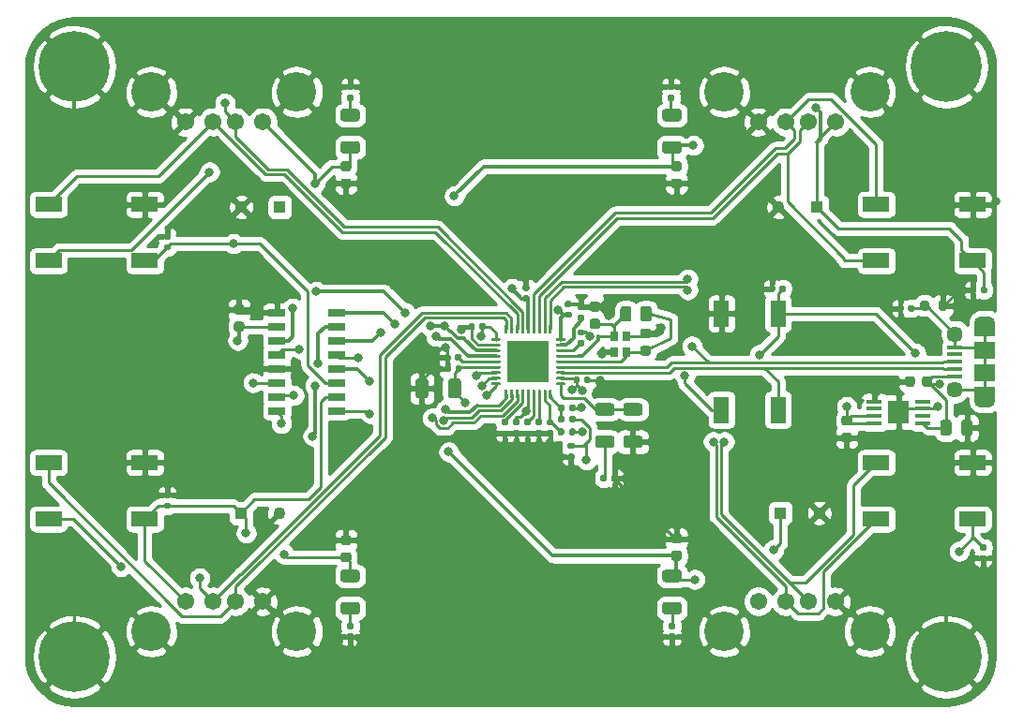
<source format=gbr>
G04 #@! TF.GenerationSoftware,KiCad,Pcbnew,(5.1.10)-1*
G04 #@! TF.CreationDate,2021-06-23T14:01:49+02:00*
G04 #@! TF.ProjectId,sh_control,73685f63-6f6e-4747-926f-6c2e6b696361,3.2*
G04 #@! TF.SameCoordinates,Original*
G04 #@! TF.FileFunction,Copper,L1,Top*
G04 #@! TF.FilePolarity,Positive*
%FSLAX46Y46*%
G04 Gerber Fmt 4.6, Leading zero omitted, Abs format (unit mm)*
G04 Created by KiCad (PCBNEW (5.1.10)-1) date 2021-06-23 14:01:49*
%MOMM*%
%LPD*%
G01*
G04 APERTURE LIST*
G04 #@! TA.AperFunction,ComponentPad*
%ADD10C,3.570000*%
G04 #@! TD*
G04 #@! TA.AperFunction,ComponentPad*
%ADD11C,1.545000*%
G04 #@! TD*
G04 #@! TA.AperFunction,ComponentPad*
%ADD12C,1.100000*%
G04 #@! TD*
G04 #@! TA.AperFunction,ComponentPad*
%ADD13R,1.100000X1.100000*%
G04 #@! TD*
G04 #@! TA.AperFunction,SMDPad,CuDef*
%ADD14R,1.525000X0.650000*%
G04 #@! TD*
G04 #@! TA.AperFunction,SMDPad,CuDef*
%ADD15R,2.350000X1.350000*%
G04 #@! TD*
G04 #@! TA.AperFunction,SMDPad,CuDef*
%ADD16R,1.350000X2.350000*%
G04 #@! TD*
G04 #@! TA.AperFunction,SMDPad,CuDef*
%ADD17R,0.800000X0.900000*%
G04 #@! TD*
G04 #@! TA.AperFunction,SMDPad,CuDef*
%ADD18R,1.846000X2.150000*%
G04 #@! TD*
G04 #@! TA.AperFunction,SMDPad,CuDef*
%ADD19R,1.400000X0.450000*%
G04 #@! TD*
G04 #@! TA.AperFunction,SMDPad,CuDef*
%ADD20R,1.900000X1.200000*%
G04 #@! TD*
G04 #@! TA.AperFunction,ComponentPad*
%ADD21O,1.900000X1.200000*%
G04 #@! TD*
G04 #@! TA.AperFunction,SMDPad,CuDef*
%ADD22R,1.900000X1.500000*%
G04 #@! TD*
G04 #@! TA.AperFunction,ComponentPad*
%ADD23C,1.450000*%
G04 #@! TD*
G04 #@! TA.AperFunction,SMDPad,CuDef*
%ADD24R,1.350000X0.400000*%
G04 #@! TD*
G04 #@! TA.AperFunction,SMDPad,CuDef*
%ADD25R,3.700000X3.700000*%
G04 #@! TD*
G04 #@! TA.AperFunction,ComponentPad*
%ADD26C,0.800000*%
G04 #@! TD*
G04 #@! TA.AperFunction,ComponentPad*
%ADD27C,6.400000*%
G04 #@! TD*
G04 #@! TA.AperFunction,ViaPad*
%ADD28C,0.800000*%
G04 #@! TD*
G04 #@! TA.AperFunction,Conductor*
%ADD29C,0.250000*%
G04 #@! TD*
G04 #@! TA.AperFunction,Conductor*
%ADD30C,0.300000*%
G04 #@! TD*
G04 #@! TA.AperFunction,Conductor*
%ADD31C,0.500000*%
G04 #@! TD*
G04 #@! TA.AperFunction,Conductor*
%ADD32C,0.261112*%
G04 #@! TD*
G04 #@! TA.AperFunction,Conductor*
%ADD33C,0.254000*%
G04 #@! TD*
G04 #@! TA.AperFunction,Conductor*
%ADD34C,0.100000*%
G04 #@! TD*
G04 APERTURE END LIST*
G04 #@! TA.AperFunction,SMDPad,CuDef*
G36*
G01*
X54746999Y-122058000D02*
X55997001Y-122058000D01*
G75*
G02*
X56247000Y-122307999I0J-249999D01*
G01*
X56247000Y-122933001D01*
G75*
G02*
X55997001Y-123183000I-249999J0D01*
G01*
X54746999Y-123183000D01*
G75*
G02*
X54497000Y-122933001I0J249999D01*
G01*
X54497000Y-122307999D01*
G75*
G02*
X54746999Y-122058000I249999J0D01*
G01*
G37*
G04 #@! TD.AperFunction*
G04 #@! TA.AperFunction,SMDPad,CuDef*
G36*
G01*
X54746999Y-119133000D02*
X55997001Y-119133000D01*
G75*
G02*
X56247000Y-119382999I0J-249999D01*
G01*
X56247000Y-120008001D01*
G75*
G02*
X55997001Y-120258000I-249999J0D01*
G01*
X54746999Y-120258000D01*
G75*
G02*
X54497000Y-120008001I0J249999D01*
G01*
X54497000Y-119382999D01*
G75*
G02*
X54746999Y-119133000I249999J0D01*
G01*
G37*
G04 #@! TD.AperFunction*
G04 #@! TA.AperFunction,SMDPad,CuDef*
G36*
G01*
X55997001Y-78602000D02*
X54746999Y-78602000D01*
G75*
G02*
X54497000Y-78352001I0J249999D01*
G01*
X54497000Y-77726999D01*
G75*
G02*
X54746999Y-77477000I249999J0D01*
G01*
X55997001Y-77477000D01*
G75*
G02*
X56247000Y-77726999I0J-249999D01*
G01*
X56247000Y-78352001D01*
G75*
G02*
X55997001Y-78602000I-249999J0D01*
G01*
G37*
G04 #@! TD.AperFunction*
G04 #@! TA.AperFunction,SMDPad,CuDef*
G36*
G01*
X55997001Y-81527000D02*
X54746999Y-81527000D01*
G75*
G02*
X54497000Y-81277001I0J249999D01*
G01*
X54497000Y-80651999D01*
G75*
G02*
X54746999Y-80402000I249999J0D01*
G01*
X55997001Y-80402000D01*
G75*
G02*
X56247000Y-80651999I0J-249999D01*
G01*
X56247000Y-81277001D01*
G75*
G02*
X55997001Y-81527000I-249999J0D01*
G01*
G37*
G04 #@! TD.AperFunction*
G04 #@! TA.AperFunction,SMDPad,CuDef*
G36*
G01*
X85047001Y-78602000D02*
X83796999Y-78602000D01*
G75*
G02*
X83547000Y-78352001I0J249999D01*
G01*
X83547000Y-77726999D01*
G75*
G02*
X83796999Y-77477000I249999J0D01*
G01*
X85047001Y-77477000D01*
G75*
G02*
X85297000Y-77726999I0J-249999D01*
G01*
X85297000Y-78352001D01*
G75*
G02*
X85047001Y-78602000I-249999J0D01*
G01*
G37*
G04 #@! TD.AperFunction*
G04 #@! TA.AperFunction,SMDPad,CuDef*
G36*
G01*
X85047001Y-81527000D02*
X83796999Y-81527000D01*
G75*
G02*
X83547000Y-81277001I0J249999D01*
G01*
X83547000Y-80651999D01*
G75*
G02*
X83796999Y-80402000I249999J0D01*
G01*
X85047001Y-80402000D01*
G75*
G02*
X85297000Y-80651999I0J-249999D01*
G01*
X85297000Y-81277001D01*
G75*
G02*
X85047001Y-81527000I-249999J0D01*
G01*
G37*
G04 #@! TD.AperFunction*
G04 #@! TA.AperFunction,SMDPad,CuDef*
G36*
G01*
X83796999Y-122058000D02*
X85047001Y-122058000D01*
G75*
G02*
X85297000Y-122307999I0J-249999D01*
G01*
X85297000Y-122933001D01*
G75*
G02*
X85047001Y-123183000I-249999J0D01*
G01*
X83796999Y-123183000D01*
G75*
G02*
X83547000Y-122933001I0J249999D01*
G01*
X83547000Y-122307999D01*
G75*
G02*
X83796999Y-122058000I249999J0D01*
G01*
G37*
G04 #@! TD.AperFunction*
G04 #@! TA.AperFunction,SMDPad,CuDef*
G36*
G01*
X83796999Y-119133000D02*
X85047001Y-119133000D01*
G75*
G02*
X85297000Y-119382999I0J-249999D01*
G01*
X85297000Y-120008001D01*
G75*
G02*
X85047001Y-120258000I-249999J0D01*
G01*
X83796999Y-120258000D01*
G75*
G02*
X83547000Y-120008001I0J249999D01*
G01*
X83547000Y-119382999D01*
G75*
G02*
X83796999Y-119133000I249999J0D01*
G01*
G37*
G04 #@! TD.AperFunction*
G04 #@! TA.AperFunction,SMDPad,CuDef*
G36*
G01*
X55544500Y-124524000D02*
X55199500Y-124524000D01*
G75*
G02*
X55052000Y-124376500I0J147500D01*
G01*
X55052000Y-124081500D01*
G75*
G02*
X55199500Y-123934000I147500J0D01*
G01*
X55544500Y-123934000D01*
G75*
G02*
X55692000Y-124081500I0J-147500D01*
G01*
X55692000Y-124376500D01*
G75*
G02*
X55544500Y-124524000I-147500J0D01*
G01*
G37*
G04 #@! TD.AperFunction*
G04 #@! TA.AperFunction,SMDPad,CuDef*
G36*
G01*
X55544500Y-125494000D02*
X55199500Y-125494000D01*
G75*
G02*
X55052000Y-125346500I0J147500D01*
G01*
X55052000Y-125051500D01*
G75*
G02*
X55199500Y-124904000I147500J0D01*
G01*
X55544500Y-124904000D01*
G75*
G02*
X55692000Y-125051500I0J-147500D01*
G01*
X55692000Y-125346500D01*
G75*
G02*
X55544500Y-125494000I-147500J0D01*
G01*
G37*
G04 #@! TD.AperFunction*
G04 #@! TA.AperFunction,SMDPad,CuDef*
G36*
G01*
X55199500Y-76159000D02*
X55544500Y-76159000D01*
G75*
G02*
X55692000Y-76306500I0J-147500D01*
G01*
X55692000Y-76601500D01*
G75*
G02*
X55544500Y-76749000I-147500J0D01*
G01*
X55199500Y-76749000D01*
G75*
G02*
X55052000Y-76601500I0J147500D01*
G01*
X55052000Y-76306500D01*
G75*
G02*
X55199500Y-76159000I147500J0D01*
G01*
G37*
G04 #@! TD.AperFunction*
G04 #@! TA.AperFunction,SMDPad,CuDef*
G36*
G01*
X55199500Y-75189000D02*
X55544500Y-75189000D01*
G75*
G02*
X55692000Y-75336500I0J-147500D01*
G01*
X55692000Y-75631500D01*
G75*
G02*
X55544500Y-75779000I-147500J0D01*
G01*
X55199500Y-75779000D01*
G75*
G02*
X55052000Y-75631500I0J147500D01*
G01*
X55052000Y-75336500D01*
G75*
G02*
X55199500Y-75189000I147500J0D01*
G01*
G37*
G04 #@! TD.AperFunction*
G04 #@! TA.AperFunction,SMDPad,CuDef*
G36*
G01*
X84155500Y-76159000D02*
X84500500Y-76159000D01*
G75*
G02*
X84648000Y-76306500I0J-147500D01*
G01*
X84648000Y-76601500D01*
G75*
G02*
X84500500Y-76749000I-147500J0D01*
G01*
X84155500Y-76749000D01*
G75*
G02*
X84008000Y-76601500I0J147500D01*
G01*
X84008000Y-76306500D01*
G75*
G02*
X84155500Y-76159000I147500J0D01*
G01*
G37*
G04 #@! TD.AperFunction*
G04 #@! TA.AperFunction,SMDPad,CuDef*
G36*
G01*
X84155500Y-75189000D02*
X84500500Y-75189000D01*
G75*
G02*
X84648000Y-75336500I0J-147500D01*
G01*
X84648000Y-75631500D01*
G75*
G02*
X84500500Y-75779000I-147500J0D01*
G01*
X84155500Y-75779000D01*
G75*
G02*
X84008000Y-75631500I0J147500D01*
G01*
X84008000Y-75336500D01*
G75*
G02*
X84155500Y-75189000I147500J0D01*
G01*
G37*
G04 #@! TD.AperFunction*
G04 #@! TA.AperFunction,SMDPad,CuDef*
G36*
G01*
X84594500Y-124524000D02*
X84249500Y-124524000D01*
G75*
G02*
X84102000Y-124376500I0J147500D01*
G01*
X84102000Y-124081500D01*
G75*
G02*
X84249500Y-123934000I147500J0D01*
G01*
X84594500Y-123934000D01*
G75*
G02*
X84742000Y-124081500I0J-147500D01*
G01*
X84742000Y-124376500D01*
G75*
G02*
X84594500Y-124524000I-147500J0D01*
G01*
G37*
G04 #@! TD.AperFunction*
G04 #@! TA.AperFunction,SMDPad,CuDef*
G36*
G01*
X84594500Y-125494000D02*
X84249500Y-125494000D01*
G75*
G02*
X84102000Y-125346500I0J147500D01*
G01*
X84102000Y-125051500D01*
G75*
G02*
X84249500Y-124904000I147500J0D01*
G01*
X84594500Y-124904000D01*
G75*
G02*
X84742000Y-125051500I0J-147500D01*
G01*
X84742000Y-125346500D01*
G75*
G02*
X84594500Y-125494000I-147500J0D01*
G01*
G37*
G04 #@! TD.AperFunction*
D10*
X50550000Y-124710000D03*
X37410000Y-124710000D03*
D11*
X47480000Y-122000000D03*
X44980000Y-122000000D03*
X42980000Y-122000000D03*
X40480000Y-122000000D03*
D10*
X37410000Y-75950000D03*
X50550000Y-75950000D03*
D11*
X40480000Y-78660000D03*
X42980000Y-78660000D03*
X44980000Y-78660000D03*
X47480000Y-78660000D03*
D10*
X89150000Y-75950000D03*
X102290000Y-75950000D03*
D11*
X92220000Y-78660000D03*
X94720000Y-78660000D03*
X96720000Y-78660000D03*
X99220000Y-78660000D03*
D10*
X102290000Y-124710000D03*
X89150000Y-124710000D03*
D11*
X99220000Y-122000000D03*
X96720000Y-122000000D03*
X94720000Y-122000000D03*
X92220000Y-122000000D03*
G04 #@! TA.AperFunction,SMDPad,CuDef*
G36*
G01*
X38692000Y-113075000D02*
X39032000Y-113075000D01*
G75*
G02*
X39172000Y-113215000I0J-140000D01*
G01*
X39172000Y-113495000D01*
G75*
G02*
X39032000Y-113635000I-140000J0D01*
G01*
X38692000Y-113635000D01*
G75*
G02*
X38552000Y-113495000I0J140000D01*
G01*
X38552000Y-113215000D01*
G75*
G02*
X38692000Y-113075000I140000J0D01*
G01*
G37*
G04 #@! TD.AperFunction*
G04 #@! TA.AperFunction,SMDPad,CuDef*
G36*
G01*
X38692000Y-112115000D02*
X39032000Y-112115000D01*
G75*
G02*
X39172000Y-112255000I0J-140000D01*
G01*
X39172000Y-112535000D01*
G75*
G02*
X39032000Y-112675000I-140000J0D01*
G01*
X38692000Y-112675000D01*
G75*
G02*
X38552000Y-112535000I0J140000D01*
G01*
X38552000Y-112255000D01*
G75*
G02*
X38692000Y-112115000I140000J0D01*
G01*
G37*
G04 #@! TD.AperFunction*
G04 #@! TA.AperFunction,SMDPad,CuDef*
G36*
G01*
X55241000Y-116909000D02*
X54741000Y-116909000D01*
G75*
G02*
X54516000Y-116684000I0J225000D01*
G01*
X54516000Y-116234000D01*
G75*
G02*
X54741000Y-116009000I225000J0D01*
G01*
X55241000Y-116009000D01*
G75*
G02*
X55466000Y-116234000I0J-225000D01*
G01*
X55466000Y-116684000D01*
G75*
G02*
X55241000Y-116909000I-225000J0D01*
G01*
G37*
G04 #@! TD.AperFunction*
G04 #@! TA.AperFunction,SMDPad,CuDef*
G36*
G01*
X55241000Y-118459000D02*
X54741000Y-118459000D01*
G75*
G02*
X54516000Y-118234000I0J225000D01*
G01*
X54516000Y-117784000D01*
G75*
G02*
X54741000Y-117559000I225000J0D01*
G01*
X55241000Y-117559000D01*
G75*
G02*
X55466000Y-117784000I0J-225000D01*
G01*
X55466000Y-118234000D01*
G75*
G02*
X55241000Y-118459000I-225000J0D01*
G01*
G37*
G04 #@! TD.AperFunction*
G04 #@! TA.AperFunction,SMDPad,CuDef*
G36*
G01*
X112313000Y-94023000D02*
X112313000Y-93683000D01*
G75*
G02*
X112453000Y-93543000I140000J0D01*
G01*
X112733000Y-93543000D01*
G75*
G02*
X112873000Y-93683000I0J-140000D01*
G01*
X112873000Y-94023000D01*
G75*
G02*
X112733000Y-94163000I-140000J0D01*
G01*
X112453000Y-94163000D01*
G75*
G02*
X112313000Y-94023000I0J140000D01*
G01*
G37*
G04 #@! TD.AperFunction*
G04 #@! TA.AperFunction,SMDPad,CuDef*
G36*
G01*
X111353000Y-94023000D02*
X111353000Y-93683000D01*
G75*
G02*
X111493000Y-93543000I140000J0D01*
G01*
X111773000Y-93543000D01*
G75*
G02*
X111913000Y-93683000I0J-140000D01*
G01*
X111913000Y-94023000D01*
G75*
G02*
X111773000Y-94163000I-140000J0D01*
G01*
X111493000Y-94163000D01*
G75*
G02*
X111353000Y-94023000I0J140000D01*
G01*
G37*
G04 #@! TD.AperFunction*
G04 #@! TA.AperFunction,SMDPad,CuDef*
G36*
G01*
X84586000Y-83764000D02*
X85086000Y-83764000D01*
G75*
G02*
X85311000Y-83989000I0J-225000D01*
G01*
X85311000Y-84439000D01*
G75*
G02*
X85086000Y-84664000I-225000J0D01*
G01*
X84586000Y-84664000D01*
G75*
G02*
X84361000Y-84439000I0J225000D01*
G01*
X84361000Y-83989000D01*
G75*
G02*
X84586000Y-83764000I225000J0D01*
G01*
G37*
G04 #@! TD.AperFunction*
G04 #@! TA.AperFunction,SMDPad,CuDef*
G36*
G01*
X84586000Y-82214000D02*
X85086000Y-82214000D01*
G75*
G02*
X85311000Y-82439000I0J-225000D01*
G01*
X85311000Y-82889000D01*
G75*
G02*
X85086000Y-83114000I-225000J0D01*
G01*
X84586000Y-83114000D01*
G75*
G02*
X84361000Y-82889000I0J225000D01*
G01*
X84361000Y-82439000D01*
G75*
G02*
X84586000Y-82214000I225000J0D01*
G01*
G37*
G04 #@! TD.AperFunction*
D12*
X48980000Y-114000000D03*
D13*
X45480000Y-114000000D03*
D12*
X94036000Y-86360000D03*
D13*
X97536000Y-86360000D03*
G04 #@! TA.AperFunction,SMDPad,CuDef*
G36*
G01*
X38692000Y-89707000D02*
X39032000Y-89707000D01*
G75*
G02*
X39172000Y-89847000I0J-140000D01*
G01*
X39172000Y-90127000D01*
G75*
G02*
X39032000Y-90267000I-140000J0D01*
G01*
X38692000Y-90267000D01*
G75*
G02*
X38552000Y-90127000I0J140000D01*
G01*
X38552000Y-89847000D01*
G75*
G02*
X38692000Y-89707000I140000J0D01*
G01*
G37*
G04 #@! TD.AperFunction*
G04 #@! TA.AperFunction,SMDPad,CuDef*
G36*
G01*
X38692000Y-88747000D02*
X39032000Y-88747000D01*
G75*
G02*
X39172000Y-88887000I0J-140000D01*
G01*
X39172000Y-89167000D01*
G75*
G02*
X39032000Y-89307000I-140000J0D01*
G01*
X38692000Y-89307000D01*
G75*
G02*
X38552000Y-89167000I0J140000D01*
G01*
X38552000Y-88887000D01*
G75*
G02*
X38692000Y-88747000I140000J0D01*
G01*
G37*
G04 #@! TD.AperFunction*
G04 #@! TA.AperFunction,SMDPad,CuDef*
G36*
G01*
X54741000Y-83764000D02*
X55241000Y-83764000D01*
G75*
G02*
X55466000Y-83989000I0J-225000D01*
G01*
X55466000Y-84439000D01*
G75*
G02*
X55241000Y-84664000I-225000J0D01*
G01*
X54741000Y-84664000D01*
G75*
G02*
X54516000Y-84439000I0J225000D01*
G01*
X54516000Y-83989000D01*
G75*
G02*
X54741000Y-83764000I225000J0D01*
G01*
G37*
G04 #@! TD.AperFunction*
G04 #@! TA.AperFunction,SMDPad,CuDef*
G36*
G01*
X54741000Y-82214000D02*
X55241000Y-82214000D01*
G75*
G02*
X55466000Y-82439000I0J-225000D01*
G01*
X55466000Y-82889000D01*
G75*
G02*
X55241000Y-83114000I-225000J0D01*
G01*
X54741000Y-83114000D01*
G75*
G02*
X54516000Y-82889000I0J225000D01*
G01*
X54516000Y-82439000D01*
G75*
G02*
X54741000Y-82214000I225000J0D01*
G01*
G37*
G04 #@! TD.AperFunction*
D12*
X45522000Y-86360000D03*
D13*
X49022000Y-86360000D03*
D12*
X97720000Y-114000000D03*
D13*
X94220000Y-114000000D03*
G04 #@! TA.AperFunction,SMDPad,CuDef*
G36*
G01*
X85086000Y-116769000D02*
X84586000Y-116769000D01*
G75*
G02*
X84361000Y-116544000I0J225000D01*
G01*
X84361000Y-116094000D01*
G75*
G02*
X84586000Y-115869000I225000J0D01*
G01*
X85086000Y-115869000D01*
G75*
G02*
X85311000Y-116094000I0J-225000D01*
G01*
X85311000Y-116544000D01*
G75*
G02*
X85086000Y-116769000I-225000J0D01*
G01*
G37*
G04 #@! TD.AperFunction*
G04 #@! TA.AperFunction,SMDPad,CuDef*
G36*
G01*
X85086000Y-118319000D02*
X84586000Y-118319000D01*
G75*
G02*
X84361000Y-118094000I0J225000D01*
G01*
X84361000Y-117644000D01*
G75*
G02*
X84586000Y-117419000I225000J0D01*
G01*
X85086000Y-117419000D01*
G75*
G02*
X85311000Y-117644000I0J-225000D01*
G01*
X85311000Y-118094000D01*
G75*
G02*
X85086000Y-118319000I-225000J0D01*
G01*
G37*
G04 #@! TD.AperFunction*
G04 #@! TA.AperFunction,SMDPad,CuDef*
G36*
G01*
X112692000Y-117402000D02*
X112352000Y-117402000D01*
G75*
G02*
X112212000Y-117262000I0J140000D01*
G01*
X112212000Y-116982000D01*
G75*
G02*
X112352000Y-116842000I140000J0D01*
G01*
X112692000Y-116842000D01*
G75*
G02*
X112832000Y-116982000I0J-140000D01*
G01*
X112832000Y-117262000D01*
G75*
G02*
X112692000Y-117402000I-140000J0D01*
G01*
G37*
G04 #@! TD.AperFunction*
G04 #@! TA.AperFunction,SMDPad,CuDef*
G36*
G01*
X112692000Y-118362000D02*
X112352000Y-118362000D01*
G75*
G02*
X112212000Y-118222000I0J140000D01*
G01*
X112212000Y-117942000D01*
G75*
G02*
X112352000Y-117802000I140000J0D01*
G01*
X112692000Y-117802000D01*
G75*
G02*
X112832000Y-117942000I0J-140000D01*
G01*
X112832000Y-118222000D01*
G75*
G02*
X112692000Y-118362000I-140000J0D01*
G01*
G37*
G04 #@! TD.AperFunction*
D14*
X54162000Y-95885000D03*
X54162000Y-97155000D03*
X54162000Y-98425000D03*
X54162000Y-99695000D03*
X54162000Y-100965000D03*
X54162000Y-102235000D03*
X54162000Y-103505000D03*
X54162000Y-104775000D03*
X48738000Y-104775000D03*
X48738000Y-103505000D03*
X48738000Y-102235000D03*
X48738000Y-100965000D03*
X48738000Y-99695000D03*
X48738000Y-98425000D03*
X48738000Y-97155000D03*
X48738000Y-95885000D03*
D15*
X36830000Y-109450000D03*
X36830000Y-114550000D03*
X28130000Y-114550000D03*
X28130000Y-109450000D03*
X36830000Y-86110000D03*
X36830000Y-91210000D03*
X28130000Y-91210000D03*
X28130000Y-86110000D03*
X111570000Y-86110000D03*
X111570000Y-91210000D03*
X102870000Y-91210000D03*
X102870000Y-86110000D03*
X111570000Y-109450000D03*
X111570000Y-114550000D03*
X102870000Y-114550000D03*
X102870000Y-109450000D03*
G04 #@! TA.AperFunction,SMDPad,CuDef*
G36*
G01*
X108502000Y-95525000D02*
X108502000Y-94975000D01*
G75*
G02*
X108702000Y-94775000I200000J0D01*
G01*
X109102000Y-94775000D01*
G75*
G02*
X109302000Y-94975000I0J-200000D01*
G01*
X109302000Y-95525000D01*
G75*
G02*
X109102000Y-95725000I-200000J0D01*
G01*
X108702000Y-95725000D01*
G75*
G02*
X108502000Y-95525000I0J200000D01*
G01*
G37*
G04 #@! TD.AperFunction*
G04 #@! TA.AperFunction,SMDPad,CuDef*
G36*
G01*
X106852000Y-95525000D02*
X106852000Y-94975000D01*
G75*
G02*
X107052000Y-94775000I200000J0D01*
G01*
X107452000Y-94775000D01*
G75*
G02*
X107652000Y-94975000I0J-200000D01*
G01*
X107652000Y-95525000D01*
G75*
G02*
X107452000Y-95725000I-200000J0D01*
G01*
X107052000Y-95725000D01*
G75*
G02*
X106852000Y-95525000I0J200000D01*
G01*
G37*
G04 #@! TD.AperFunction*
D16*
X88900000Y-95980000D03*
X94000000Y-95980000D03*
X94000000Y-104680000D03*
X88900000Y-104680000D03*
G04 #@! TA.AperFunction,SMDPad,CuDef*
G36*
G01*
X71189000Y-106541000D02*
X71559000Y-106541000D01*
G75*
G02*
X71694000Y-106676000I0J-135000D01*
G01*
X71694000Y-106946000D01*
G75*
G02*
X71559000Y-107081000I-135000J0D01*
G01*
X71189000Y-107081000D01*
G75*
G02*
X71054000Y-106946000I0J135000D01*
G01*
X71054000Y-106676000D01*
G75*
G02*
X71189000Y-106541000I135000J0D01*
G01*
G37*
G04 #@! TD.AperFunction*
G04 #@! TA.AperFunction,SMDPad,CuDef*
G36*
G01*
X71189000Y-105521000D02*
X71559000Y-105521000D01*
G75*
G02*
X71694000Y-105656000I0J-135000D01*
G01*
X71694000Y-105926000D01*
G75*
G02*
X71559000Y-106061000I-135000J0D01*
G01*
X71189000Y-106061000D01*
G75*
G02*
X71054000Y-105926000I0J135000D01*
G01*
X71054000Y-105656000D01*
G75*
G02*
X71189000Y-105521000I135000J0D01*
G01*
G37*
G04 #@! TD.AperFunction*
G04 #@! TA.AperFunction,SMDPad,CuDef*
G36*
G01*
X69157000Y-106541000D02*
X69527000Y-106541000D01*
G75*
G02*
X69662000Y-106676000I0J-135000D01*
G01*
X69662000Y-106946000D01*
G75*
G02*
X69527000Y-107081000I-135000J0D01*
G01*
X69157000Y-107081000D01*
G75*
G02*
X69022000Y-106946000I0J135000D01*
G01*
X69022000Y-106676000D01*
G75*
G02*
X69157000Y-106541000I135000J0D01*
G01*
G37*
G04 #@! TD.AperFunction*
G04 #@! TA.AperFunction,SMDPad,CuDef*
G36*
G01*
X69157000Y-105521000D02*
X69527000Y-105521000D01*
G75*
G02*
X69662000Y-105656000I0J-135000D01*
G01*
X69662000Y-105926000D01*
G75*
G02*
X69527000Y-106061000I-135000J0D01*
G01*
X69157000Y-106061000D01*
G75*
G02*
X69022000Y-105926000I0J135000D01*
G01*
X69022000Y-105656000D01*
G75*
G02*
X69157000Y-105521000I135000J0D01*
G01*
G37*
G04 #@! TD.AperFunction*
G04 #@! TA.AperFunction,SMDPad,CuDef*
G36*
G01*
X72205000Y-106537000D02*
X72575000Y-106537000D01*
G75*
G02*
X72710000Y-106672000I0J-135000D01*
G01*
X72710000Y-106942000D01*
G75*
G02*
X72575000Y-107077000I-135000J0D01*
G01*
X72205000Y-107077000D01*
G75*
G02*
X72070000Y-106942000I0J135000D01*
G01*
X72070000Y-106672000D01*
G75*
G02*
X72205000Y-106537000I135000J0D01*
G01*
G37*
G04 #@! TD.AperFunction*
G04 #@! TA.AperFunction,SMDPad,CuDef*
G36*
G01*
X72205000Y-105517000D02*
X72575000Y-105517000D01*
G75*
G02*
X72710000Y-105652000I0J-135000D01*
G01*
X72710000Y-105922000D01*
G75*
G02*
X72575000Y-106057000I-135000J0D01*
G01*
X72205000Y-106057000D01*
G75*
G02*
X72070000Y-105922000I0J135000D01*
G01*
X72070000Y-105652000D01*
G75*
G02*
X72205000Y-105517000I135000J0D01*
G01*
G37*
G04 #@! TD.AperFunction*
G04 #@! TA.AperFunction,SMDPad,CuDef*
G36*
G01*
X64443000Y-99779000D02*
X64443000Y-100119000D01*
G75*
G02*
X64303000Y-100259000I-140000J0D01*
G01*
X64023000Y-100259000D01*
G75*
G02*
X63883000Y-100119000I0J140000D01*
G01*
X63883000Y-99779000D01*
G75*
G02*
X64023000Y-99639000I140000J0D01*
G01*
X64303000Y-99639000D01*
G75*
G02*
X64443000Y-99779000I0J-140000D01*
G01*
G37*
G04 #@! TD.AperFunction*
G04 #@! TA.AperFunction,SMDPad,CuDef*
G36*
G01*
X65403000Y-99779000D02*
X65403000Y-100119000D01*
G75*
G02*
X65263000Y-100259000I-140000J0D01*
G01*
X64983000Y-100259000D01*
G75*
G02*
X64843000Y-100119000I0J140000D01*
G01*
X64843000Y-99779000D01*
G75*
G02*
X64983000Y-99639000I140000J0D01*
G01*
X65263000Y-99639000D01*
G75*
G02*
X65403000Y-99779000I0J-140000D01*
G01*
G37*
G04 #@! TD.AperFunction*
G04 #@! TA.AperFunction,SMDPad,CuDef*
G36*
G01*
X94152000Y-93896000D02*
X94152000Y-93556000D01*
G75*
G02*
X94292000Y-93416000I140000J0D01*
G01*
X94572000Y-93416000D01*
G75*
G02*
X94712000Y-93556000I0J-140000D01*
G01*
X94712000Y-93896000D01*
G75*
G02*
X94572000Y-94036000I-140000J0D01*
G01*
X94292000Y-94036000D01*
G75*
G02*
X94152000Y-93896000I0J140000D01*
G01*
G37*
G04 #@! TD.AperFunction*
G04 #@! TA.AperFunction,SMDPad,CuDef*
G36*
G01*
X93192000Y-93896000D02*
X93192000Y-93556000D01*
G75*
G02*
X93332000Y-93416000I140000J0D01*
G01*
X93612000Y-93416000D01*
G75*
G02*
X93752000Y-93556000I0J-140000D01*
G01*
X93752000Y-93896000D01*
G75*
G02*
X93612000Y-94036000I-140000J0D01*
G01*
X93332000Y-94036000D01*
G75*
G02*
X93192000Y-93896000I0J140000D01*
G01*
G37*
G04 #@! TD.AperFunction*
G04 #@! TA.AperFunction,SMDPad,CuDef*
G36*
G01*
X45589000Y-96055000D02*
X45089000Y-96055000D01*
G75*
G02*
X44864000Y-95830000I0J225000D01*
G01*
X44864000Y-95380000D01*
G75*
G02*
X45089000Y-95155000I225000J0D01*
G01*
X45589000Y-95155000D01*
G75*
G02*
X45814000Y-95380000I0J-225000D01*
G01*
X45814000Y-95830000D01*
G75*
G02*
X45589000Y-96055000I-225000J0D01*
G01*
G37*
G04 #@! TD.AperFunction*
G04 #@! TA.AperFunction,SMDPad,CuDef*
G36*
G01*
X45589000Y-97605000D02*
X45089000Y-97605000D01*
G75*
G02*
X44864000Y-97380000I0J225000D01*
G01*
X44864000Y-96930000D01*
G75*
G02*
X45089000Y-96705000I225000J0D01*
G01*
X45589000Y-96705000D01*
G75*
G02*
X45814000Y-96930000I0J-225000D01*
G01*
X45814000Y-97380000D01*
G75*
G02*
X45589000Y-97605000I-225000J0D01*
G01*
G37*
G04 #@! TD.AperFunction*
G04 #@! TA.AperFunction,SMDPad,CuDef*
G36*
G01*
X106355000Y-101858000D02*
X106355000Y-102358000D01*
G75*
G02*
X106130000Y-102583000I-225000J0D01*
G01*
X105680000Y-102583000D01*
G75*
G02*
X105455000Y-102358000I0J225000D01*
G01*
X105455000Y-101858000D01*
G75*
G02*
X105680000Y-101633000I225000J0D01*
G01*
X106130000Y-101633000D01*
G75*
G02*
X106355000Y-101858000I0J-225000D01*
G01*
G37*
G04 #@! TD.AperFunction*
G04 #@! TA.AperFunction,SMDPad,CuDef*
G36*
G01*
X107905000Y-101858000D02*
X107905000Y-102358000D01*
G75*
G02*
X107680000Y-102583000I-225000J0D01*
G01*
X107230000Y-102583000D01*
G75*
G02*
X107005000Y-102358000I0J225000D01*
G01*
X107005000Y-101858000D01*
G75*
G02*
X107230000Y-101633000I225000J0D01*
G01*
X107680000Y-101633000D01*
G75*
G02*
X107905000Y-101858000I0J-225000D01*
G01*
G37*
G04 #@! TD.AperFunction*
G04 #@! TA.AperFunction,SMDPad,CuDef*
G36*
G01*
X105737000Y-95674000D02*
X105737000Y-95334000D01*
G75*
G02*
X105877000Y-95194000I140000J0D01*
G01*
X106157000Y-95194000D01*
G75*
G02*
X106297000Y-95334000I0J-140000D01*
G01*
X106297000Y-95674000D01*
G75*
G02*
X106157000Y-95814000I-140000J0D01*
G01*
X105877000Y-95814000D01*
G75*
G02*
X105737000Y-95674000I0J140000D01*
G01*
G37*
G04 #@! TD.AperFunction*
G04 #@! TA.AperFunction,SMDPad,CuDef*
G36*
G01*
X104777000Y-95674000D02*
X104777000Y-95334000D01*
G75*
G02*
X104917000Y-95194000I140000J0D01*
G01*
X105197000Y-95194000D01*
G75*
G02*
X105337000Y-95334000I0J-140000D01*
G01*
X105337000Y-95674000D01*
G75*
G02*
X105197000Y-95814000I-140000J0D01*
G01*
X104917000Y-95814000D01*
G75*
G02*
X104777000Y-95674000I0J140000D01*
G01*
G37*
G04 #@! TD.AperFunction*
D17*
X80348000Y-98064000D03*
X80348000Y-99464000D03*
X79248000Y-99464000D03*
X79248000Y-98064000D03*
G04 #@! TA.AperFunction,SMDPad,CuDef*
G36*
G01*
X76385000Y-95645000D02*
X76015000Y-95645000D01*
G75*
G02*
X75880000Y-95510000I0J135000D01*
G01*
X75880000Y-95240000D01*
G75*
G02*
X76015000Y-95105000I135000J0D01*
G01*
X76385000Y-95105000D01*
G75*
G02*
X76520000Y-95240000I0J-135000D01*
G01*
X76520000Y-95510000D01*
G75*
G02*
X76385000Y-95645000I-135000J0D01*
G01*
G37*
G04 #@! TD.AperFunction*
G04 #@! TA.AperFunction,SMDPad,CuDef*
G36*
G01*
X76385000Y-96665000D02*
X76015000Y-96665000D01*
G75*
G02*
X75880000Y-96530000I0J135000D01*
G01*
X75880000Y-96260000D01*
G75*
G02*
X76015000Y-96125000I135000J0D01*
G01*
X76385000Y-96125000D01*
G75*
G02*
X76520000Y-96260000I0J-135000D01*
G01*
X76520000Y-96530000D01*
G75*
G02*
X76385000Y-96665000I-135000J0D01*
G01*
G37*
G04 #@! TD.AperFunction*
G04 #@! TA.AperFunction,SMDPad,CuDef*
G36*
G01*
X75168000Y-104706000D02*
X75168000Y-104336000D01*
G75*
G02*
X75303000Y-104201000I135000J0D01*
G01*
X75573000Y-104201000D01*
G75*
G02*
X75708000Y-104336000I0J-135000D01*
G01*
X75708000Y-104706000D01*
G75*
G02*
X75573000Y-104841000I-135000J0D01*
G01*
X75303000Y-104841000D01*
G75*
G02*
X75168000Y-104706000I0J135000D01*
G01*
G37*
G04 #@! TD.AperFunction*
G04 #@! TA.AperFunction,SMDPad,CuDef*
G36*
G01*
X74148000Y-104706000D02*
X74148000Y-104336000D01*
G75*
G02*
X74283000Y-104201000I135000J0D01*
G01*
X74553000Y-104201000D01*
G75*
G02*
X74688000Y-104336000I0J-135000D01*
G01*
X74688000Y-104706000D01*
G75*
G02*
X74553000Y-104841000I-135000J0D01*
G01*
X74283000Y-104841000D01*
G75*
G02*
X74148000Y-104706000I0J135000D01*
G01*
G37*
G04 #@! TD.AperFunction*
G04 #@! TA.AperFunction,SMDPad,CuDef*
G36*
G01*
X81524001Y-105206500D02*
X80273999Y-105206500D01*
G75*
G02*
X80024000Y-104956501I0J249999D01*
G01*
X80024000Y-104331499D01*
G75*
G02*
X80273999Y-104081500I249999J0D01*
G01*
X81524001Y-104081500D01*
G75*
G02*
X81774000Y-104331499I0J-249999D01*
G01*
X81774000Y-104956501D01*
G75*
G02*
X81524001Y-105206500I-249999J0D01*
G01*
G37*
G04 #@! TD.AperFunction*
G04 #@! TA.AperFunction,SMDPad,CuDef*
G36*
G01*
X81524001Y-108131500D02*
X80273999Y-108131500D01*
G75*
G02*
X80024000Y-107881501I0J249999D01*
G01*
X80024000Y-107256499D01*
G75*
G02*
X80273999Y-107006500I249999J0D01*
G01*
X81524001Y-107006500D01*
G75*
G02*
X81774000Y-107256499I0J-249999D01*
G01*
X81774000Y-107881501D01*
G75*
G02*
X81524001Y-108131500I-249999J0D01*
G01*
G37*
G04 #@! TD.AperFunction*
G04 #@! TA.AperFunction,SMDPad,CuDef*
G36*
G01*
X75168000Y-105722000D02*
X75168000Y-105352000D01*
G75*
G02*
X75303000Y-105217000I135000J0D01*
G01*
X75573000Y-105217000D01*
G75*
G02*
X75708000Y-105352000I0J-135000D01*
G01*
X75708000Y-105722000D01*
G75*
G02*
X75573000Y-105857000I-135000J0D01*
G01*
X75303000Y-105857000D01*
G75*
G02*
X75168000Y-105722000I0J135000D01*
G01*
G37*
G04 #@! TD.AperFunction*
G04 #@! TA.AperFunction,SMDPad,CuDef*
G36*
G01*
X74148000Y-105722000D02*
X74148000Y-105352000D01*
G75*
G02*
X74283000Y-105217000I135000J0D01*
G01*
X74553000Y-105217000D01*
G75*
G02*
X74688000Y-105352000I0J-135000D01*
G01*
X74688000Y-105722000D01*
G75*
G02*
X74553000Y-105857000I-135000J0D01*
G01*
X74283000Y-105857000D01*
G75*
G02*
X74148000Y-105722000I0J135000D01*
G01*
G37*
G04 #@! TD.AperFunction*
G04 #@! TA.AperFunction,SMDPad,CuDef*
G36*
G01*
X80776500Y-95561999D02*
X80776500Y-96462001D01*
G75*
G02*
X80526501Y-96712000I-249999J0D01*
G01*
X80001499Y-96712000D01*
G75*
G02*
X79751500Y-96462001I0J249999D01*
G01*
X79751500Y-95561999D01*
G75*
G02*
X80001499Y-95312000I249999J0D01*
G01*
X80526501Y-95312000D01*
G75*
G02*
X80776500Y-95561999I0J-249999D01*
G01*
G37*
G04 #@! TD.AperFunction*
G04 #@! TA.AperFunction,SMDPad,CuDef*
G36*
G01*
X82601500Y-95561999D02*
X82601500Y-96462001D01*
G75*
G02*
X82351501Y-96712000I-249999J0D01*
G01*
X81826499Y-96712000D01*
G75*
G02*
X81576500Y-96462001I0J249999D01*
G01*
X81576500Y-95561999D01*
G75*
G02*
X81826499Y-95312000I249999J0D01*
G01*
X82351501Y-95312000D01*
G75*
G02*
X82601500Y-95561999I0J-249999D01*
G01*
G37*
G04 #@! TD.AperFunction*
G04 #@! TA.AperFunction,SMDPad,CuDef*
G36*
G01*
X77733999Y-107006500D02*
X78984001Y-107006500D01*
G75*
G02*
X79234000Y-107256499I0J-249999D01*
G01*
X79234000Y-107881501D01*
G75*
G02*
X78984001Y-108131500I-249999J0D01*
G01*
X77733999Y-108131500D01*
G75*
G02*
X77484000Y-107881501I0J249999D01*
G01*
X77484000Y-107256499D01*
G75*
G02*
X77733999Y-107006500I249999J0D01*
G01*
G37*
G04 #@! TD.AperFunction*
G04 #@! TA.AperFunction,SMDPad,CuDef*
G36*
G01*
X77733999Y-104081500D02*
X78984001Y-104081500D01*
G75*
G02*
X79234000Y-104331499I0J-249999D01*
G01*
X79234000Y-104956501D01*
G75*
G02*
X78984001Y-105206500I-249999J0D01*
G01*
X77733999Y-105206500D01*
G75*
G02*
X77484000Y-104956501I0J249999D01*
G01*
X77484000Y-104331499D01*
G75*
G02*
X77733999Y-104081500I249999J0D01*
G01*
G37*
G04 #@! TD.AperFunction*
G04 #@! TA.AperFunction,SMDPad,CuDef*
G36*
G01*
X75168000Y-106865000D02*
X75168000Y-106495000D01*
G75*
G02*
X75303000Y-106360000I135000J0D01*
G01*
X75573000Y-106360000D01*
G75*
G02*
X75708000Y-106495000I0J-135000D01*
G01*
X75708000Y-106865000D01*
G75*
G02*
X75573000Y-107000000I-135000J0D01*
G01*
X75303000Y-107000000D01*
G75*
G02*
X75168000Y-106865000I0J135000D01*
G01*
G37*
G04 #@! TD.AperFunction*
G04 #@! TA.AperFunction,SMDPad,CuDef*
G36*
G01*
X74148000Y-106865000D02*
X74148000Y-106495000D01*
G75*
G02*
X74283000Y-106360000I135000J0D01*
G01*
X74553000Y-106360000D01*
G75*
G02*
X74688000Y-106495000I0J-135000D01*
G01*
X74688000Y-106865000D01*
G75*
G02*
X74553000Y-107000000I-135000J0D01*
G01*
X74283000Y-107000000D01*
G75*
G02*
X74148000Y-106865000I0J135000D01*
G01*
G37*
G04 #@! TD.AperFunction*
G04 #@! TA.AperFunction,SMDPad,CuDef*
G36*
G01*
X78550000Y-110698500D02*
X78550000Y-111043500D01*
G75*
G02*
X78402500Y-111191000I-147500J0D01*
G01*
X78107500Y-111191000D01*
G75*
G02*
X77960000Y-111043500I0J147500D01*
G01*
X77960000Y-110698500D01*
G75*
G02*
X78107500Y-110551000I147500J0D01*
G01*
X78402500Y-110551000D01*
G75*
G02*
X78550000Y-110698500I0J-147500D01*
G01*
G37*
G04 #@! TD.AperFunction*
G04 #@! TA.AperFunction,SMDPad,CuDef*
G36*
G01*
X79520000Y-110698500D02*
X79520000Y-111043500D01*
G75*
G02*
X79372500Y-111191000I-147500J0D01*
G01*
X79077500Y-111191000D01*
G75*
G02*
X78930000Y-111043500I0J147500D01*
G01*
X78930000Y-110698500D01*
G75*
G02*
X79077500Y-110551000I147500J0D01*
G01*
X79372500Y-110551000D01*
G75*
G02*
X79520000Y-110698500I0J-147500D01*
G01*
G37*
G04 #@! TD.AperFunction*
G04 #@! TA.AperFunction,SMDPad,CuDef*
G36*
G01*
X76370000Y-97971000D02*
X76030000Y-97971000D01*
G75*
G02*
X75890000Y-97831000I0J140000D01*
G01*
X75890000Y-97551000D01*
G75*
G02*
X76030000Y-97411000I140000J0D01*
G01*
X76370000Y-97411000D01*
G75*
G02*
X76510000Y-97551000I0J-140000D01*
G01*
X76510000Y-97831000D01*
G75*
G02*
X76370000Y-97971000I-140000J0D01*
G01*
G37*
G04 #@! TD.AperFunction*
G04 #@! TA.AperFunction,SMDPad,CuDef*
G36*
G01*
X76370000Y-98931000D02*
X76030000Y-98931000D01*
G75*
G02*
X75890000Y-98791000I0J140000D01*
G01*
X75890000Y-98511000D01*
G75*
G02*
X76030000Y-98371000I140000J0D01*
G01*
X76370000Y-98371000D01*
G75*
G02*
X76510000Y-98511000I0J-140000D01*
G01*
X76510000Y-98791000D01*
G75*
G02*
X76370000Y-98931000I-140000J0D01*
G01*
G37*
G04 #@! TD.AperFunction*
G04 #@! TA.AperFunction,SMDPad,CuDef*
G36*
G01*
X75141000Y-108630000D02*
X75481000Y-108630000D01*
G75*
G02*
X75621000Y-108770000I0J-140000D01*
G01*
X75621000Y-109050000D01*
G75*
G02*
X75481000Y-109190000I-140000J0D01*
G01*
X75141000Y-109190000D01*
G75*
G02*
X75001000Y-109050000I0J140000D01*
G01*
X75001000Y-108770000D01*
G75*
G02*
X75141000Y-108630000I140000J0D01*
G01*
G37*
G04 #@! TD.AperFunction*
G04 #@! TA.AperFunction,SMDPad,CuDef*
G36*
G01*
X75141000Y-107670000D02*
X75481000Y-107670000D01*
G75*
G02*
X75621000Y-107810000I0J-140000D01*
G01*
X75621000Y-108090000D01*
G75*
G02*
X75481000Y-108230000I-140000J0D01*
G01*
X75141000Y-108230000D01*
G75*
G02*
X75001000Y-108090000I0J140000D01*
G01*
X75001000Y-107810000D01*
G75*
G02*
X75141000Y-107670000I140000J0D01*
G01*
G37*
G04 #@! TD.AperFunction*
G04 #@! TA.AperFunction,SMDPad,CuDef*
G36*
G01*
X73236000Y-106499000D02*
X73576000Y-106499000D01*
G75*
G02*
X73716000Y-106639000I0J-140000D01*
G01*
X73716000Y-106919000D01*
G75*
G02*
X73576000Y-107059000I-140000J0D01*
G01*
X73236000Y-107059000D01*
G75*
G02*
X73096000Y-106919000I0J140000D01*
G01*
X73096000Y-106639000D01*
G75*
G02*
X73236000Y-106499000I140000J0D01*
G01*
G37*
G04 #@! TD.AperFunction*
G04 #@! TA.AperFunction,SMDPad,CuDef*
G36*
G01*
X73236000Y-105539000D02*
X73576000Y-105539000D01*
G75*
G02*
X73716000Y-105679000I0J-140000D01*
G01*
X73716000Y-105959000D01*
G75*
G02*
X73576000Y-106099000I-140000J0D01*
G01*
X73236000Y-106099000D01*
G75*
G02*
X73096000Y-105959000I0J140000D01*
G01*
X73096000Y-105679000D01*
G75*
G02*
X73236000Y-105539000I140000J0D01*
G01*
G37*
G04 #@! TD.AperFunction*
G04 #@! TA.AperFunction,SMDPad,CuDef*
G36*
G01*
X82292000Y-98240000D02*
X81792000Y-98240000D01*
G75*
G02*
X81567000Y-98015000I0J225000D01*
G01*
X81567000Y-97565000D01*
G75*
G02*
X81792000Y-97340000I225000J0D01*
G01*
X82292000Y-97340000D01*
G75*
G02*
X82517000Y-97565000I0J-225000D01*
G01*
X82517000Y-98015000D01*
G75*
G02*
X82292000Y-98240000I-225000J0D01*
G01*
G37*
G04 #@! TD.AperFunction*
G04 #@! TA.AperFunction,SMDPad,CuDef*
G36*
G01*
X82292000Y-99790000D02*
X81792000Y-99790000D01*
G75*
G02*
X81567000Y-99565000I0J225000D01*
G01*
X81567000Y-99115000D01*
G75*
G02*
X81792000Y-98890000I225000J0D01*
G01*
X82292000Y-98890000D01*
G75*
G02*
X82517000Y-99115000I0J-225000D01*
G01*
X82517000Y-99565000D01*
G75*
G02*
X82292000Y-99790000I-225000J0D01*
G01*
G37*
G04 #@! TD.AperFunction*
G04 #@! TA.AperFunction,SMDPad,CuDef*
G36*
G01*
X77720000Y-95801000D02*
X77220000Y-95801000D01*
G75*
G02*
X76995000Y-95576000I0J225000D01*
G01*
X76995000Y-95126000D01*
G75*
G02*
X77220000Y-94901000I225000J0D01*
G01*
X77720000Y-94901000D01*
G75*
G02*
X77945000Y-95126000I0J-225000D01*
G01*
X77945000Y-95576000D01*
G75*
G02*
X77720000Y-95801000I-225000J0D01*
G01*
G37*
G04 #@! TD.AperFunction*
G04 #@! TA.AperFunction,SMDPad,CuDef*
G36*
G01*
X77720000Y-97351000D02*
X77220000Y-97351000D01*
G75*
G02*
X76995000Y-97126000I0J225000D01*
G01*
X76995000Y-96676000D01*
G75*
G02*
X77220000Y-96451000I225000J0D01*
G01*
X77720000Y-96451000D01*
G75*
G02*
X77945000Y-96676000I0J-225000D01*
G01*
X77945000Y-97126000D01*
G75*
G02*
X77720000Y-97351000I-225000J0D01*
G01*
G37*
G04 #@! TD.AperFunction*
G04 #@! TA.AperFunction,SMDPad,CuDef*
G36*
G01*
X62424000Y-102092999D02*
X62424000Y-103393001D01*
G75*
G02*
X62174001Y-103643000I-249999J0D01*
G01*
X61523999Y-103643000D01*
G75*
G02*
X61274000Y-103393001I0J249999D01*
G01*
X61274000Y-102092999D01*
G75*
G02*
X61523999Y-101843000I249999J0D01*
G01*
X62174001Y-101843000D01*
G75*
G02*
X62424000Y-102092999I0J-249999D01*
G01*
G37*
G04 #@! TD.AperFunction*
G04 #@! TA.AperFunction,SMDPad,CuDef*
G36*
G01*
X65374000Y-102092999D02*
X65374000Y-103393001D01*
G75*
G02*
X65124001Y-103643000I-249999J0D01*
G01*
X64473999Y-103643000D01*
G75*
G02*
X64224000Y-103393001I0J249999D01*
G01*
X64224000Y-102092999D01*
G75*
G02*
X64473999Y-101843000I249999J0D01*
G01*
X65124001Y-101843000D01*
G75*
G02*
X65374000Y-102092999I0J-249999D01*
G01*
G37*
G04 #@! TD.AperFunction*
G04 #@! TA.AperFunction,SMDPad,CuDef*
G36*
G01*
X64471000Y-100795000D02*
X64471000Y-101135000D01*
G75*
G02*
X64331000Y-101275000I-140000J0D01*
G01*
X64051000Y-101275000D01*
G75*
G02*
X63911000Y-101135000I0J140000D01*
G01*
X63911000Y-100795000D01*
G75*
G02*
X64051000Y-100655000I140000J0D01*
G01*
X64331000Y-100655000D01*
G75*
G02*
X64471000Y-100795000I0J-140000D01*
G01*
G37*
G04 #@! TD.AperFunction*
G04 #@! TA.AperFunction,SMDPad,CuDef*
G36*
G01*
X65431000Y-100795000D02*
X65431000Y-101135000D01*
G75*
G02*
X65291000Y-101275000I-140000J0D01*
G01*
X65011000Y-101275000D01*
G75*
G02*
X64871000Y-101135000I0J140000D01*
G01*
X64871000Y-100795000D01*
G75*
G02*
X65011000Y-100655000I140000J0D01*
G01*
X65291000Y-100655000D01*
G75*
G02*
X65431000Y-100795000I0J-140000D01*
G01*
G37*
G04 #@! TD.AperFunction*
G04 #@! TA.AperFunction,SMDPad,CuDef*
G36*
G01*
X70528000Y-106071000D02*
X70188000Y-106071000D01*
G75*
G02*
X70048000Y-105931000I0J140000D01*
G01*
X70048000Y-105651000D01*
G75*
G02*
X70188000Y-105511000I140000J0D01*
G01*
X70528000Y-105511000D01*
G75*
G02*
X70668000Y-105651000I0J-140000D01*
G01*
X70668000Y-105931000D01*
G75*
G02*
X70528000Y-106071000I-140000J0D01*
G01*
G37*
G04 #@! TD.AperFunction*
G04 #@! TA.AperFunction,SMDPad,CuDef*
G36*
G01*
X70528000Y-107031000D02*
X70188000Y-107031000D01*
G75*
G02*
X70048000Y-106891000I0J140000D01*
G01*
X70048000Y-106611000D01*
G75*
G02*
X70188000Y-106471000I140000J0D01*
G01*
X70528000Y-106471000D01*
G75*
G02*
X70668000Y-106611000I0J-140000D01*
G01*
X70668000Y-106891000D01*
G75*
G02*
X70528000Y-107031000I-140000J0D01*
G01*
G37*
G04 #@! TD.AperFunction*
G04 #@! TA.AperFunction,SMDPad,CuDef*
G36*
G01*
X75227000Y-95403000D02*
X74887000Y-95403000D01*
G75*
G02*
X74747000Y-95263000I0J140000D01*
G01*
X74747000Y-94983000D01*
G75*
G02*
X74887000Y-94843000I140000J0D01*
G01*
X75227000Y-94843000D01*
G75*
G02*
X75367000Y-94983000I0J-140000D01*
G01*
X75367000Y-95263000D01*
G75*
G02*
X75227000Y-95403000I-140000J0D01*
G01*
G37*
G04 #@! TD.AperFunction*
G04 #@! TA.AperFunction,SMDPad,CuDef*
G36*
G01*
X75227000Y-96363000D02*
X74887000Y-96363000D01*
G75*
G02*
X74747000Y-96223000I0J140000D01*
G01*
X74747000Y-95943000D01*
G75*
G02*
X74887000Y-95803000I140000J0D01*
G01*
X75227000Y-95803000D01*
G75*
G02*
X75367000Y-95943000I0J-140000D01*
G01*
X75367000Y-96223000D01*
G75*
G02*
X75227000Y-96363000I-140000J0D01*
G01*
G37*
G04 #@! TD.AperFunction*
G04 #@! TA.AperFunction,SMDPad,CuDef*
G36*
G01*
X66630000Y-96985000D02*
X66630000Y-97325000D01*
G75*
G02*
X66490000Y-97465000I-140000J0D01*
G01*
X66210000Y-97465000D01*
G75*
G02*
X66070000Y-97325000I0J140000D01*
G01*
X66070000Y-96985000D01*
G75*
G02*
X66210000Y-96845000I140000J0D01*
G01*
X66490000Y-96845000D01*
G75*
G02*
X66630000Y-96985000I0J-140000D01*
G01*
G37*
G04 #@! TD.AperFunction*
G04 #@! TA.AperFunction,SMDPad,CuDef*
G36*
G01*
X67590000Y-96985000D02*
X67590000Y-97325000D01*
G75*
G02*
X67450000Y-97465000I-140000J0D01*
G01*
X67170000Y-97465000D01*
G75*
G02*
X67030000Y-97325000I0J140000D01*
G01*
X67030000Y-96985000D01*
G75*
G02*
X67170000Y-96845000I140000J0D01*
G01*
X67450000Y-96845000D01*
G75*
G02*
X67590000Y-96985000I0J-140000D01*
G01*
G37*
G04 #@! TD.AperFunction*
G04 #@! TA.AperFunction,SMDPad,CuDef*
G36*
G01*
X76499000Y-102151000D02*
X76499000Y-101811000D01*
G75*
G02*
X76639000Y-101671000I140000J0D01*
G01*
X76919000Y-101671000D01*
G75*
G02*
X77059000Y-101811000I0J-140000D01*
G01*
X77059000Y-102151000D01*
G75*
G02*
X76919000Y-102291000I-140000J0D01*
G01*
X76639000Y-102291000D01*
G75*
G02*
X76499000Y-102151000I0J140000D01*
G01*
G37*
G04 #@! TD.AperFunction*
G04 #@! TA.AperFunction,SMDPad,CuDef*
G36*
G01*
X75539000Y-102151000D02*
X75539000Y-101811000D01*
G75*
G02*
X75679000Y-101671000I140000J0D01*
G01*
X75959000Y-101671000D01*
G75*
G02*
X76099000Y-101811000I0J-140000D01*
G01*
X76099000Y-102151000D01*
G75*
G02*
X75959000Y-102291000I-140000J0D01*
G01*
X75679000Y-102291000D01*
G75*
G02*
X75539000Y-102151000I0J140000D01*
G01*
G37*
G04 #@! TD.AperFunction*
G04 #@! TA.AperFunction,SMDPad,CuDef*
G36*
G01*
X71417000Y-93935000D02*
X71077000Y-93935000D01*
G75*
G02*
X70937000Y-93795000I0J140000D01*
G01*
X70937000Y-93515000D01*
G75*
G02*
X71077000Y-93375000I140000J0D01*
G01*
X71417000Y-93375000D01*
G75*
G02*
X71557000Y-93515000I0J-140000D01*
G01*
X71557000Y-93795000D01*
G75*
G02*
X71417000Y-93935000I-140000J0D01*
G01*
G37*
G04 #@! TD.AperFunction*
G04 #@! TA.AperFunction,SMDPad,CuDef*
G36*
G01*
X71417000Y-94895000D02*
X71077000Y-94895000D01*
G75*
G02*
X70937000Y-94755000I0J140000D01*
G01*
X70937000Y-94475000D01*
G75*
G02*
X71077000Y-94335000I140000J0D01*
G01*
X71417000Y-94335000D01*
G75*
G02*
X71557000Y-94475000I0J-140000D01*
G01*
X71557000Y-94755000D01*
G75*
G02*
X71417000Y-94895000I-140000J0D01*
G01*
G37*
G04 #@! TD.AperFunction*
G04 #@! TA.AperFunction,SMDPad,CuDef*
G36*
G01*
X99953000Y-106751000D02*
X100453000Y-106751000D01*
G75*
G02*
X100678000Y-106976000I0J-225000D01*
G01*
X100678000Y-107426000D01*
G75*
G02*
X100453000Y-107651000I-225000J0D01*
G01*
X99953000Y-107651000D01*
G75*
G02*
X99728000Y-107426000I0J225000D01*
G01*
X99728000Y-106976000D01*
G75*
G02*
X99953000Y-106751000I225000J0D01*
G01*
G37*
G04 #@! TD.AperFunction*
G04 #@! TA.AperFunction,SMDPad,CuDef*
G36*
G01*
X99953000Y-105201000D02*
X100453000Y-105201000D01*
G75*
G02*
X100678000Y-105426000I0J-225000D01*
G01*
X100678000Y-105876000D01*
G75*
G02*
X100453000Y-106101000I-225000J0D01*
G01*
X99953000Y-106101000D01*
G75*
G02*
X99728000Y-105876000I0J225000D01*
G01*
X99728000Y-105426000D01*
G75*
G02*
X99953000Y-105201000I225000J0D01*
G01*
G37*
G04 #@! TD.AperFunction*
G04 #@! TA.AperFunction,SMDPad,CuDef*
G36*
G01*
X110559000Y-106774000D02*
X110559000Y-105824000D01*
G75*
G02*
X110809000Y-105574000I250000J0D01*
G01*
X111309000Y-105574000D01*
G75*
G02*
X111559000Y-105824000I0J-250000D01*
G01*
X111559000Y-106774000D01*
G75*
G02*
X111309000Y-107024000I-250000J0D01*
G01*
X110809000Y-107024000D01*
G75*
G02*
X110559000Y-106774000I0J250000D01*
G01*
G37*
G04 #@! TD.AperFunction*
G04 #@! TA.AperFunction,SMDPad,CuDef*
G36*
G01*
X108659000Y-106774000D02*
X108659000Y-105824000D01*
G75*
G02*
X108909000Y-105574000I250000J0D01*
G01*
X109409000Y-105574000D01*
G75*
G02*
X109659000Y-105824000I0J-250000D01*
G01*
X109659000Y-106774000D01*
G75*
G02*
X109409000Y-107024000I-250000J0D01*
G01*
X108909000Y-107024000D01*
G75*
G02*
X108659000Y-106774000I0J250000D01*
G01*
G37*
G04 #@! TD.AperFunction*
D18*
X104902000Y-104902000D03*
D19*
X102702000Y-105877000D03*
X102702000Y-105227000D03*
X102702000Y-104577000D03*
X102702000Y-103927000D03*
X107102000Y-103927000D03*
X107102000Y-104577000D03*
X107102000Y-105227000D03*
X107102000Y-105877000D03*
D20*
X112687500Y-103230000D03*
X112687500Y-97430000D03*
D21*
X112687500Y-96830000D03*
X112687500Y-103830000D03*
D22*
X112687500Y-101330000D03*
D23*
X109987500Y-97830000D03*
D24*
X109987500Y-100330000D03*
X109987500Y-99680000D03*
X109987500Y-99030000D03*
X109987500Y-101630000D03*
X109987500Y-100980000D03*
D23*
X109987500Y-102830000D03*
D22*
X112687500Y-99330000D03*
D25*
X71450000Y-100330000D03*
G04 #@! TA.AperFunction,SMDPad,CuDef*
G36*
G01*
X74037500Y-98205000D02*
X74737500Y-98205000D01*
G75*
G02*
X74800000Y-98267500I0J-62500D01*
G01*
X74800000Y-98392500D01*
G75*
G02*
X74737500Y-98455000I-62500J0D01*
G01*
X74037500Y-98455000D01*
G75*
G02*
X73975000Y-98392500I0J62500D01*
G01*
X73975000Y-98267500D01*
G75*
G02*
X74037500Y-98205000I62500J0D01*
G01*
G37*
G04 #@! TD.AperFunction*
G04 #@! TA.AperFunction,SMDPad,CuDef*
G36*
G01*
X74037500Y-98705000D02*
X74737500Y-98705000D01*
G75*
G02*
X74800000Y-98767500I0J-62500D01*
G01*
X74800000Y-98892500D01*
G75*
G02*
X74737500Y-98955000I-62500J0D01*
G01*
X74037500Y-98955000D01*
G75*
G02*
X73975000Y-98892500I0J62500D01*
G01*
X73975000Y-98767500D01*
G75*
G02*
X74037500Y-98705000I62500J0D01*
G01*
G37*
G04 #@! TD.AperFunction*
G04 #@! TA.AperFunction,SMDPad,CuDef*
G36*
G01*
X74037500Y-99205000D02*
X74737500Y-99205000D01*
G75*
G02*
X74800000Y-99267500I0J-62500D01*
G01*
X74800000Y-99392500D01*
G75*
G02*
X74737500Y-99455000I-62500J0D01*
G01*
X74037500Y-99455000D01*
G75*
G02*
X73975000Y-99392500I0J62500D01*
G01*
X73975000Y-99267500D01*
G75*
G02*
X74037500Y-99205000I62500J0D01*
G01*
G37*
G04 #@! TD.AperFunction*
G04 #@! TA.AperFunction,SMDPad,CuDef*
G36*
G01*
X74037500Y-99705000D02*
X74737500Y-99705000D01*
G75*
G02*
X74800000Y-99767500I0J-62500D01*
G01*
X74800000Y-99892500D01*
G75*
G02*
X74737500Y-99955000I-62500J0D01*
G01*
X74037500Y-99955000D01*
G75*
G02*
X73975000Y-99892500I0J62500D01*
G01*
X73975000Y-99767500D01*
G75*
G02*
X74037500Y-99705000I62500J0D01*
G01*
G37*
G04 #@! TD.AperFunction*
G04 #@! TA.AperFunction,SMDPad,CuDef*
G36*
G01*
X74037500Y-100205000D02*
X74737500Y-100205000D01*
G75*
G02*
X74800000Y-100267500I0J-62500D01*
G01*
X74800000Y-100392500D01*
G75*
G02*
X74737500Y-100455000I-62500J0D01*
G01*
X74037500Y-100455000D01*
G75*
G02*
X73975000Y-100392500I0J62500D01*
G01*
X73975000Y-100267500D01*
G75*
G02*
X74037500Y-100205000I62500J0D01*
G01*
G37*
G04 #@! TD.AperFunction*
G04 #@! TA.AperFunction,SMDPad,CuDef*
G36*
G01*
X74037500Y-100705000D02*
X74737500Y-100705000D01*
G75*
G02*
X74800000Y-100767500I0J-62500D01*
G01*
X74800000Y-100892500D01*
G75*
G02*
X74737500Y-100955000I-62500J0D01*
G01*
X74037500Y-100955000D01*
G75*
G02*
X73975000Y-100892500I0J62500D01*
G01*
X73975000Y-100767500D01*
G75*
G02*
X74037500Y-100705000I62500J0D01*
G01*
G37*
G04 #@! TD.AperFunction*
G04 #@! TA.AperFunction,SMDPad,CuDef*
G36*
G01*
X74037500Y-101205000D02*
X74737500Y-101205000D01*
G75*
G02*
X74800000Y-101267500I0J-62500D01*
G01*
X74800000Y-101392500D01*
G75*
G02*
X74737500Y-101455000I-62500J0D01*
G01*
X74037500Y-101455000D01*
G75*
G02*
X73975000Y-101392500I0J62500D01*
G01*
X73975000Y-101267500D01*
G75*
G02*
X74037500Y-101205000I62500J0D01*
G01*
G37*
G04 #@! TD.AperFunction*
G04 #@! TA.AperFunction,SMDPad,CuDef*
G36*
G01*
X74037500Y-101705000D02*
X74737500Y-101705000D01*
G75*
G02*
X74800000Y-101767500I0J-62500D01*
G01*
X74800000Y-101892500D01*
G75*
G02*
X74737500Y-101955000I-62500J0D01*
G01*
X74037500Y-101955000D01*
G75*
G02*
X73975000Y-101892500I0J62500D01*
G01*
X73975000Y-101767500D01*
G75*
G02*
X74037500Y-101705000I62500J0D01*
G01*
G37*
G04 #@! TD.AperFunction*
G04 #@! TA.AperFunction,SMDPad,CuDef*
G36*
G01*
X74037500Y-102205000D02*
X74737500Y-102205000D01*
G75*
G02*
X74800000Y-102267500I0J-62500D01*
G01*
X74800000Y-102392500D01*
G75*
G02*
X74737500Y-102455000I-62500J0D01*
G01*
X74037500Y-102455000D01*
G75*
G02*
X73975000Y-102392500I0J62500D01*
G01*
X73975000Y-102267500D01*
G75*
G02*
X74037500Y-102205000I62500J0D01*
G01*
G37*
G04 #@! TD.AperFunction*
G04 #@! TA.AperFunction,SMDPad,CuDef*
G36*
G01*
X73387500Y-102855000D02*
X73512500Y-102855000D01*
G75*
G02*
X73575000Y-102917500I0J-62500D01*
G01*
X73575000Y-103617500D01*
G75*
G02*
X73512500Y-103680000I-62500J0D01*
G01*
X73387500Y-103680000D01*
G75*
G02*
X73325000Y-103617500I0J62500D01*
G01*
X73325000Y-102917500D01*
G75*
G02*
X73387500Y-102855000I62500J0D01*
G01*
G37*
G04 #@! TD.AperFunction*
G04 #@! TA.AperFunction,SMDPad,CuDef*
G36*
G01*
X72887500Y-102855000D02*
X73012500Y-102855000D01*
G75*
G02*
X73075000Y-102917500I0J-62500D01*
G01*
X73075000Y-103617500D01*
G75*
G02*
X73012500Y-103680000I-62500J0D01*
G01*
X72887500Y-103680000D01*
G75*
G02*
X72825000Y-103617500I0J62500D01*
G01*
X72825000Y-102917500D01*
G75*
G02*
X72887500Y-102855000I62500J0D01*
G01*
G37*
G04 #@! TD.AperFunction*
G04 #@! TA.AperFunction,SMDPad,CuDef*
G36*
G01*
X72387500Y-102855000D02*
X72512500Y-102855000D01*
G75*
G02*
X72575000Y-102917500I0J-62500D01*
G01*
X72575000Y-103617500D01*
G75*
G02*
X72512500Y-103680000I-62500J0D01*
G01*
X72387500Y-103680000D01*
G75*
G02*
X72325000Y-103617500I0J62500D01*
G01*
X72325000Y-102917500D01*
G75*
G02*
X72387500Y-102855000I62500J0D01*
G01*
G37*
G04 #@! TD.AperFunction*
G04 #@! TA.AperFunction,SMDPad,CuDef*
G36*
G01*
X71887500Y-102855000D02*
X72012500Y-102855000D01*
G75*
G02*
X72075000Y-102917500I0J-62500D01*
G01*
X72075000Y-103617500D01*
G75*
G02*
X72012500Y-103680000I-62500J0D01*
G01*
X71887500Y-103680000D01*
G75*
G02*
X71825000Y-103617500I0J62500D01*
G01*
X71825000Y-102917500D01*
G75*
G02*
X71887500Y-102855000I62500J0D01*
G01*
G37*
G04 #@! TD.AperFunction*
G04 #@! TA.AperFunction,SMDPad,CuDef*
G36*
G01*
X71387500Y-102855000D02*
X71512500Y-102855000D01*
G75*
G02*
X71575000Y-102917500I0J-62500D01*
G01*
X71575000Y-103617500D01*
G75*
G02*
X71512500Y-103680000I-62500J0D01*
G01*
X71387500Y-103680000D01*
G75*
G02*
X71325000Y-103617500I0J62500D01*
G01*
X71325000Y-102917500D01*
G75*
G02*
X71387500Y-102855000I62500J0D01*
G01*
G37*
G04 #@! TD.AperFunction*
G04 #@! TA.AperFunction,SMDPad,CuDef*
G36*
G01*
X70887500Y-102855000D02*
X71012500Y-102855000D01*
G75*
G02*
X71075000Y-102917500I0J-62500D01*
G01*
X71075000Y-103617500D01*
G75*
G02*
X71012500Y-103680000I-62500J0D01*
G01*
X70887500Y-103680000D01*
G75*
G02*
X70825000Y-103617500I0J62500D01*
G01*
X70825000Y-102917500D01*
G75*
G02*
X70887500Y-102855000I62500J0D01*
G01*
G37*
G04 #@! TD.AperFunction*
G04 #@! TA.AperFunction,SMDPad,CuDef*
G36*
G01*
X70387500Y-102855000D02*
X70512500Y-102855000D01*
G75*
G02*
X70575000Y-102917500I0J-62500D01*
G01*
X70575000Y-103617500D01*
G75*
G02*
X70512500Y-103680000I-62500J0D01*
G01*
X70387500Y-103680000D01*
G75*
G02*
X70325000Y-103617500I0J62500D01*
G01*
X70325000Y-102917500D01*
G75*
G02*
X70387500Y-102855000I62500J0D01*
G01*
G37*
G04 #@! TD.AperFunction*
G04 #@! TA.AperFunction,SMDPad,CuDef*
G36*
G01*
X69887500Y-102855000D02*
X70012500Y-102855000D01*
G75*
G02*
X70075000Y-102917500I0J-62500D01*
G01*
X70075000Y-103617500D01*
G75*
G02*
X70012500Y-103680000I-62500J0D01*
G01*
X69887500Y-103680000D01*
G75*
G02*
X69825000Y-103617500I0J62500D01*
G01*
X69825000Y-102917500D01*
G75*
G02*
X69887500Y-102855000I62500J0D01*
G01*
G37*
G04 #@! TD.AperFunction*
G04 #@! TA.AperFunction,SMDPad,CuDef*
G36*
G01*
X69387500Y-102855000D02*
X69512500Y-102855000D01*
G75*
G02*
X69575000Y-102917500I0J-62500D01*
G01*
X69575000Y-103617500D01*
G75*
G02*
X69512500Y-103680000I-62500J0D01*
G01*
X69387500Y-103680000D01*
G75*
G02*
X69325000Y-103617500I0J62500D01*
G01*
X69325000Y-102917500D01*
G75*
G02*
X69387500Y-102855000I62500J0D01*
G01*
G37*
G04 #@! TD.AperFunction*
G04 #@! TA.AperFunction,SMDPad,CuDef*
G36*
G01*
X68162500Y-102205000D02*
X68862500Y-102205000D01*
G75*
G02*
X68925000Y-102267500I0J-62500D01*
G01*
X68925000Y-102392500D01*
G75*
G02*
X68862500Y-102455000I-62500J0D01*
G01*
X68162500Y-102455000D01*
G75*
G02*
X68100000Y-102392500I0J62500D01*
G01*
X68100000Y-102267500D01*
G75*
G02*
X68162500Y-102205000I62500J0D01*
G01*
G37*
G04 #@! TD.AperFunction*
G04 #@! TA.AperFunction,SMDPad,CuDef*
G36*
G01*
X68162500Y-101705000D02*
X68862500Y-101705000D01*
G75*
G02*
X68925000Y-101767500I0J-62500D01*
G01*
X68925000Y-101892500D01*
G75*
G02*
X68862500Y-101955000I-62500J0D01*
G01*
X68162500Y-101955000D01*
G75*
G02*
X68100000Y-101892500I0J62500D01*
G01*
X68100000Y-101767500D01*
G75*
G02*
X68162500Y-101705000I62500J0D01*
G01*
G37*
G04 #@! TD.AperFunction*
G04 #@! TA.AperFunction,SMDPad,CuDef*
G36*
G01*
X68162500Y-101205000D02*
X68862500Y-101205000D01*
G75*
G02*
X68925000Y-101267500I0J-62500D01*
G01*
X68925000Y-101392500D01*
G75*
G02*
X68862500Y-101455000I-62500J0D01*
G01*
X68162500Y-101455000D01*
G75*
G02*
X68100000Y-101392500I0J62500D01*
G01*
X68100000Y-101267500D01*
G75*
G02*
X68162500Y-101205000I62500J0D01*
G01*
G37*
G04 #@! TD.AperFunction*
G04 #@! TA.AperFunction,SMDPad,CuDef*
G36*
G01*
X68162500Y-100705000D02*
X68862500Y-100705000D01*
G75*
G02*
X68925000Y-100767500I0J-62500D01*
G01*
X68925000Y-100892500D01*
G75*
G02*
X68862500Y-100955000I-62500J0D01*
G01*
X68162500Y-100955000D01*
G75*
G02*
X68100000Y-100892500I0J62500D01*
G01*
X68100000Y-100767500D01*
G75*
G02*
X68162500Y-100705000I62500J0D01*
G01*
G37*
G04 #@! TD.AperFunction*
G04 #@! TA.AperFunction,SMDPad,CuDef*
G36*
G01*
X68162500Y-100205000D02*
X68862500Y-100205000D01*
G75*
G02*
X68925000Y-100267500I0J-62500D01*
G01*
X68925000Y-100392500D01*
G75*
G02*
X68862500Y-100455000I-62500J0D01*
G01*
X68162500Y-100455000D01*
G75*
G02*
X68100000Y-100392500I0J62500D01*
G01*
X68100000Y-100267500D01*
G75*
G02*
X68162500Y-100205000I62500J0D01*
G01*
G37*
G04 #@! TD.AperFunction*
G04 #@! TA.AperFunction,SMDPad,CuDef*
G36*
G01*
X68162500Y-99705000D02*
X68862500Y-99705000D01*
G75*
G02*
X68925000Y-99767500I0J-62500D01*
G01*
X68925000Y-99892500D01*
G75*
G02*
X68862500Y-99955000I-62500J0D01*
G01*
X68162500Y-99955000D01*
G75*
G02*
X68100000Y-99892500I0J62500D01*
G01*
X68100000Y-99767500D01*
G75*
G02*
X68162500Y-99705000I62500J0D01*
G01*
G37*
G04 #@! TD.AperFunction*
G04 #@! TA.AperFunction,SMDPad,CuDef*
G36*
G01*
X68162500Y-99205000D02*
X68862500Y-99205000D01*
G75*
G02*
X68925000Y-99267500I0J-62500D01*
G01*
X68925000Y-99392500D01*
G75*
G02*
X68862500Y-99455000I-62500J0D01*
G01*
X68162500Y-99455000D01*
G75*
G02*
X68100000Y-99392500I0J62500D01*
G01*
X68100000Y-99267500D01*
G75*
G02*
X68162500Y-99205000I62500J0D01*
G01*
G37*
G04 #@! TD.AperFunction*
G04 #@! TA.AperFunction,SMDPad,CuDef*
G36*
G01*
X68162500Y-98705000D02*
X68862500Y-98705000D01*
G75*
G02*
X68925000Y-98767500I0J-62500D01*
G01*
X68925000Y-98892500D01*
G75*
G02*
X68862500Y-98955000I-62500J0D01*
G01*
X68162500Y-98955000D01*
G75*
G02*
X68100000Y-98892500I0J62500D01*
G01*
X68100000Y-98767500D01*
G75*
G02*
X68162500Y-98705000I62500J0D01*
G01*
G37*
G04 #@! TD.AperFunction*
G04 #@! TA.AperFunction,SMDPad,CuDef*
G36*
G01*
X68162500Y-98205000D02*
X68862500Y-98205000D01*
G75*
G02*
X68925000Y-98267500I0J-62500D01*
G01*
X68925000Y-98392500D01*
G75*
G02*
X68862500Y-98455000I-62500J0D01*
G01*
X68162500Y-98455000D01*
G75*
G02*
X68100000Y-98392500I0J62500D01*
G01*
X68100000Y-98267500D01*
G75*
G02*
X68162500Y-98205000I62500J0D01*
G01*
G37*
G04 #@! TD.AperFunction*
G04 #@! TA.AperFunction,SMDPad,CuDef*
G36*
G01*
X69387500Y-96980000D02*
X69512500Y-96980000D01*
G75*
G02*
X69575000Y-97042500I0J-62500D01*
G01*
X69575000Y-97742500D01*
G75*
G02*
X69512500Y-97805000I-62500J0D01*
G01*
X69387500Y-97805000D01*
G75*
G02*
X69325000Y-97742500I0J62500D01*
G01*
X69325000Y-97042500D01*
G75*
G02*
X69387500Y-96980000I62500J0D01*
G01*
G37*
G04 #@! TD.AperFunction*
G04 #@! TA.AperFunction,SMDPad,CuDef*
G36*
G01*
X69887500Y-96980000D02*
X70012500Y-96980000D01*
G75*
G02*
X70075000Y-97042500I0J-62500D01*
G01*
X70075000Y-97742500D01*
G75*
G02*
X70012500Y-97805000I-62500J0D01*
G01*
X69887500Y-97805000D01*
G75*
G02*
X69825000Y-97742500I0J62500D01*
G01*
X69825000Y-97042500D01*
G75*
G02*
X69887500Y-96980000I62500J0D01*
G01*
G37*
G04 #@! TD.AperFunction*
G04 #@! TA.AperFunction,SMDPad,CuDef*
G36*
G01*
X70387500Y-96980000D02*
X70512500Y-96980000D01*
G75*
G02*
X70575000Y-97042500I0J-62500D01*
G01*
X70575000Y-97742500D01*
G75*
G02*
X70512500Y-97805000I-62500J0D01*
G01*
X70387500Y-97805000D01*
G75*
G02*
X70325000Y-97742500I0J62500D01*
G01*
X70325000Y-97042500D01*
G75*
G02*
X70387500Y-96980000I62500J0D01*
G01*
G37*
G04 #@! TD.AperFunction*
G04 #@! TA.AperFunction,SMDPad,CuDef*
G36*
G01*
X70887500Y-96980000D02*
X71012500Y-96980000D01*
G75*
G02*
X71075000Y-97042500I0J-62500D01*
G01*
X71075000Y-97742500D01*
G75*
G02*
X71012500Y-97805000I-62500J0D01*
G01*
X70887500Y-97805000D01*
G75*
G02*
X70825000Y-97742500I0J62500D01*
G01*
X70825000Y-97042500D01*
G75*
G02*
X70887500Y-96980000I62500J0D01*
G01*
G37*
G04 #@! TD.AperFunction*
G04 #@! TA.AperFunction,SMDPad,CuDef*
G36*
G01*
X71387500Y-96980000D02*
X71512500Y-96980000D01*
G75*
G02*
X71575000Y-97042500I0J-62500D01*
G01*
X71575000Y-97742500D01*
G75*
G02*
X71512500Y-97805000I-62500J0D01*
G01*
X71387500Y-97805000D01*
G75*
G02*
X71325000Y-97742500I0J62500D01*
G01*
X71325000Y-97042500D01*
G75*
G02*
X71387500Y-96980000I62500J0D01*
G01*
G37*
G04 #@! TD.AperFunction*
G04 #@! TA.AperFunction,SMDPad,CuDef*
G36*
G01*
X71887500Y-96980000D02*
X72012500Y-96980000D01*
G75*
G02*
X72075000Y-97042500I0J-62500D01*
G01*
X72075000Y-97742500D01*
G75*
G02*
X72012500Y-97805000I-62500J0D01*
G01*
X71887500Y-97805000D01*
G75*
G02*
X71825000Y-97742500I0J62500D01*
G01*
X71825000Y-97042500D01*
G75*
G02*
X71887500Y-96980000I62500J0D01*
G01*
G37*
G04 #@! TD.AperFunction*
G04 #@! TA.AperFunction,SMDPad,CuDef*
G36*
G01*
X72387500Y-96980000D02*
X72512500Y-96980000D01*
G75*
G02*
X72575000Y-97042500I0J-62500D01*
G01*
X72575000Y-97742500D01*
G75*
G02*
X72512500Y-97805000I-62500J0D01*
G01*
X72387500Y-97805000D01*
G75*
G02*
X72325000Y-97742500I0J62500D01*
G01*
X72325000Y-97042500D01*
G75*
G02*
X72387500Y-96980000I62500J0D01*
G01*
G37*
G04 #@! TD.AperFunction*
G04 #@! TA.AperFunction,SMDPad,CuDef*
G36*
G01*
X72887500Y-96980000D02*
X73012500Y-96980000D01*
G75*
G02*
X73075000Y-97042500I0J-62500D01*
G01*
X73075000Y-97742500D01*
G75*
G02*
X73012500Y-97805000I-62500J0D01*
G01*
X72887500Y-97805000D01*
G75*
G02*
X72825000Y-97742500I0J62500D01*
G01*
X72825000Y-97042500D01*
G75*
G02*
X72887500Y-96980000I62500J0D01*
G01*
G37*
G04 #@! TD.AperFunction*
G04 #@! TA.AperFunction,SMDPad,CuDef*
G36*
G01*
X73387500Y-96980000D02*
X73512500Y-96980000D01*
G75*
G02*
X73575000Y-97042500I0J-62500D01*
G01*
X73575000Y-97742500D01*
G75*
G02*
X73512500Y-97805000I-62500J0D01*
G01*
X73387500Y-97805000D01*
G75*
G02*
X73325000Y-97742500I0J62500D01*
G01*
X73325000Y-97042500D01*
G75*
G02*
X73387500Y-96980000I62500J0D01*
G01*
G37*
G04 #@! TD.AperFunction*
D26*
X32177056Y-71962944D03*
X30480000Y-71260000D03*
X28782944Y-71962944D03*
X28080000Y-73660000D03*
X28782944Y-75357056D03*
X30480000Y-76060000D03*
X32177056Y-75357056D03*
X32880000Y-73660000D03*
D27*
X30480000Y-73660000D03*
D26*
X110917056Y-71962944D03*
X109220000Y-71260000D03*
X107522944Y-71962944D03*
X106820000Y-73660000D03*
X107522944Y-75357056D03*
X109220000Y-76060000D03*
X110917056Y-75357056D03*
X111620000Y-73660000D03*
D27*
X109220000Y-73660000D03*
D26*
X32177056Y-125302944D03*
X30480000Y-124600000D03*
X28782944Y-125302944D03*
X28080000Y-127000000D03*
X28782944Y-128697056D03*
X30480000Y-129400000D03*
X32177056Y-128697056D03*
X32880000Y-127000000D03*
D27*
X30480000Y-127000000D03*
D26*
X110917056Y-125302944D03*
X109220000Y-124600000D03*
X107522944Y-125302944D03*
X106820000Y-127000000D03*
X107522944Y-128697056D03*
X109220000Y-129400000D03*
X110917056Y-128697056D03*
X111620000Y-127000000D03*
D27*
X109220000Y-127000000D03*
D28*
X70993000Y-92710000D03*
X78740000Y-94742000D03*
X78740000Y-96139000D03*
X83439000Y-97282000D03*
X77978000Y-102042712D03*
X69342000Y-107823000D03*
X70358000Y-107823000D03*
X71374000Y-107950000D03*
X72390000Y-107823000D03*
X73406000Y-107696000D03*
X76267847Y-104453153D03*
X39624000Y-108966000D03*
X40132000Y-111887000D03*
X28829000Y-120142000D03*
X33909000Y-122174000D03*
X54864000Y-128143000D03*
X56388000Y-125857000D03*
X54356000Y-125603000D03*
X57150000Y-116205000D03*
X33528000Y-80010000D03*
X54356000Y-72517000D03*
X56134000Y-73660000D03*
X46736000Y-100965000D03*
X70866000Y-100330000D03*
X65405000Y-97409000D03*
X64008000Y-99060000D03*
X62738000Y-101092000D03*
X110363000Y-93853000D03*
X111760000Y-82931000D03*
X113650000Y-85852000D03*
X112522000Y-106045000D03*
X104140000Y-102108000D03*
X108434000Y-104394000D03*
X83185000Y-107569000D03*
X86360000Y-116078000D03*
X107823000Y-121920000D03*
X109093000Y-80010000D03*
X30861000Y-78867000D03*
X58293000Y-71247000D03*
X54864000Y-107061000D03*
X56642000Y-106680000D03*
X101219000Y-98298000D03*
X99187000Y-98171000D03*
X77029953Y-98042226D03*
X78105000Y-99605000D03*
X73533000Y-123444000D03*
X66167000Y-119507000D03*
X34798000Y-101346000D03*
X28956000Y-100457000D03*
X67945000Y-76200000D03*
X72771000Y-76073000D03*
X73406000Y-87376000D03*
X84836000Y-90805000D03*
X65659000Y-124714000D03*
X62230000Y-121666000D03*
X61087000Y-115951000D03*
X77851000Y-127381000D03*
X42545000Y-98806000D03*
X35814000Y-97282000D03*
X62611000Y-79756000D03*
X78105000Y-71628000D03*
X75946000Y-78740000D03*
X63246000Y-75819000D03*
X89789000Y-89662000D03*
X85979000Y-112268000D03*
X78613000Y-114300000D03*
X93345000Y-108458000D03*
X62357000Y-92964000D03*
X54229000Y-90424000D03*
X74422000Y-113792000D03*
X98552000Y-130937000D03*
X75438000Y-102870000D03*
X76310603Y-102907000D03*
X76327000Y-106680000D03*
X100203000Y-104394000D03*
X71225000Y-104833847D03*
X67183000Y-98044000D03*
X74162712Y-95631000D03*
X69977000Y-93726000D03*
X65786000Y-104013000D03*
X46609000Y-102235000D03*
X106426000Y-99568000D03*
X108585000Y-102362000D03*
X92329000Y-99692288D03*
X76708000Y-109220000D03*
X45212000Y-98425000D03*
X93599000Y-117348000D03*
X92220000Y-122000000D03*
X86487000Y-120015000D03*
X52451000Y-100457000D03*
X52197000Y-102489000D03*
X51980000Y-107061000D03*
X64262000Y-108470000D03*
X110363000Y-117475000D03*
X85598000Y-101617712D03*
X86233000Y-98933000D03*
X97409000Y-77346698D03*
X86360000Y-80772000D03*
X64770000Y-85344000D03*
X58166000Y-97663000D03*
X52197000Y-84201000D03*
X44831000Y-89662000D03*
X42672000Y-83185000D03*
X44069000Y-76962000D03*
X49403000Y-117729000D03*
X45974000Y-115824000D03*
X34686696Y-118856304D03*
X41783000Y-119888000D03*
X85852000Y-92843400D03*
X89147600Y-107569000D03*
X85852000Y-93846600D03*
X88144400Y-107569000D03*
X63119000Y-98044000D03*
X59436000Y-96901000D03*
X56134000Y-99949000D03*
X67243786Y-102483571D03*
X57150000Y-102108000D03*
X64008000Y-104648000D03*
X57150000Y-105029000D03*
X62780648Y-105421739D03*
X63811884Y-105628583D03*
X49149000Y-105918000D03*
X67691000Y-103378000D03*
X50292000Y-103378000D03*
X66796571Y-101589142D03*
X50800000Y-99187000D03*
X63881000Y-97101712D03*
X62611000Y-97101712D03*
X60325000Y-95885000D03*
X52324000Y-93980000D03*
X50165000Y-95504000D03*
D29*
X81768000Y-98064000D02*
X82042000Y-97790000D01*
X80348000Y-98064000D02*
X81768000Y-98064000D01*
D30*
X71247000Y-92964000D02*
X70993000Y-92710000D01*
X71247000Y-93655000D02*
X71247000Y-92964000D01*
D31*
X78131000Y-95351000D02*
X78740000Y-94742000D01*
X77470000Y-95351000D02*
X78131000Y-95351000D01*
X77952000Y-95351000D02*
X78740000Y-96139000D01*
X77470000Y-95351000D02*
X77952000Y-95351000D01*
X82931000Y-97790000D02*
X83439000Y-97282000D01*
X82042000Y-97790000D02*
X82931000Y-97790000D01*
D29*
X77916288Y-101981000D02*
X77978000Y-102042712D01*
X76779000Y-101981000D02*
X77916288Y-101981000D01*
X72418000Y-106779000D02*
X72390000Y-106807000D01*
X73406000Y-106779000D02*
X72418000Y-106779000D01*
X72386000Y-106811000D02*
X72390000Y-106807000D01*
X71374000Y-106811000D02*
X72386000Y-106811000D01*
X71314000Y-106751000D02*
X71374000Y-106811000D01*
X70358000Y-106751000D02*
X71314000Y-106751000D01*
X70298000Y-106811000D02*
X70358000Y-106751000D01*
X69342000Y-106811000D02*
X70298000Y-106811000D01*
X69342000Y-106811000D02*
X69342000Y-107823000D01*
X70358000Y-106751000D02*
X70358000Y-107823000D01*
X71374000Y-106811000D02*
X71374000Y-107950000D01*
X72390000Y-106807000D02*
X72390000Y-107823000D01*
X73406000Y-106779000D02*
X73406000Y-107696000D01*
X76200000Y-104521000D02*
X76267847Y-104453153D01*
X75438000Y-104521000D02*
X76200000Y-104521000D01*
X39140000Y-109450000D02*
X39624000Y-108966000D01*
X36830000Y-109450000D02*
X39140000Y-109450000D01*
X39624000Y-112395000D02*
X40132000Y-111887000D01*
X38862000Y-112395000D02*
X39624000Y-112395000D01*
X30480000Y-127000000D02*
X30480000Y-121793000D01*
X30480000Y-121793000D02*
X28829000Y-120142000D01*
X53983000Y-128143000D02*
X54864000Y-128143000D01*
X50550000Y-124710000D02*
X53983000Y-128143000D01*
X55730000Y-125199000D02*
X56388000Y-125857000D01*
X55372000Y-125199000D02*
X55730000Y-125199000D01*
X54760000Y-125199000D02*
X54356000Y-125603000D01*
X55372000Y-125199000D02*
X54760000Y-125199000D01*
X56896000Y-116459000D02*
X57150000Y-116205000D01*
X54991000Y-116459000D02*
X56896000Y-116459000D01*
X33528000Y-79832000D02*
X33528000Y-80010000D01*
X37410000Y-75950000D02*
X33528000Y-79832000D01*
X55372000Y-75484000D02*
X55372000Y-74168000D01*
X55880000Y-73660000D02*
X56134000Y-73660000D01*
X55372000Y-74168000D02*
X55880000Y-73660000D01*
X45619000Y-95885000D02*
X45339000Y-95605000D01*
X48738000Y-95885000D02*
X45619000Y-95885000D01*
X48738000Y-100965000D02*
X46736000Y-100965000D01*
X71450000Y-100330000D02*
X70866000Y-100330000D01*
X66350000Y-98284002D02*
X66350000Y-97155000D01*
X66895998Y-98830000D02*
X66350000Y-98284002D01*
X68512500Y-98830000D02*
X66895998Y-98830000D01*
X65659000Y-97155000D02*
X65405000Y-97409000D01*
X66350000Y-97155000D02*
X65659000Y-97155000D01*
X64163000Y-100937000D02*
X64191000Y-100965000D01*
X64163000Y-99949000D02*
X64163000Y-100937000D01*
X64163000Y-99215000D02*
X64008000Y-99060000D01*
X64163000Y-99949000D02*
X64163000Y-99215000D01*
X62865000Y-100965000D02*
X62738000Y-101092000D01*
X64191000Y-100965000D02*
X62865000Y-100965000D01*
X61849000Y-101981000D02*
X62738000Y-101092000D01*
X61849000Y-102743000D02*
X61849000Y-101981000D01*
X111633000Y-93853000D02*
X110363000Y-93853000D01*
X108966000Y-95250000D02*
X110363000Y-93853000D01*
X108902000Y-95250000D02*
X108966000Y-95250000D01*
X111570000Y-83121000D02*
X111760000Y-82931000D01*
X111570000Y-86110000D02*
X111570000Y-83121000D01*
X113392000Y-86110000D02*
X113650000Y-85852000D01*
X111570000Y-86110000D02*
X113392000Y-86110000D01*
X112268000Y-106299000D02*
X112522000Y-106045000D01*
X111059000Y-106299000D02*
X112268000Y-106299000D01*
X105905000Y-102108000D02*
X104140000Y-102108000D01*
X102702000Y-103546000D02*
X104140000Y-102108000D01*
X102702000Y-103927000D02*
X102702000Y-103546000D01*
X104902000Y-102870000D02*
X104140000Y-102108000D01*
X104902000Y-104902000D02*
X104902000Y-102870000D01*
X105227000Y-104577000D02*
X104902000Y-104902000D01*
X107102000Y-104577000D02*
X105227000Y-104577000D01*
X108251000Y-104577000D02*
X108434000Y-104394000D01*
X107102000Y-104577000D02*
X108251000Y-104577000D01*
X80899000Y-107569000D02*
X83185000Y-107569000D01*
D30*
X84673000Y-116319000D02*
X79225000Y-110871000D01*
X84836000Y-116319000D02*
X84673000Y-116319000D01*
X86119000Y-116319000D02*
X86360000Y-116078000D01*
X84836000Y-116319000D02*
X86119000Y-116319000D01*
X75948000Y-95123000D02*
X76200000Y-95375000D01*
X75057000Y-95123000D02*
X75948000Y-95123000D01*
X77446000Y-95375000D02*
X77470000Y-95351000D01*
X76200000Y-95375000D02*
X77446000Y-95375000D01*
X109220000Y-123317000D02*
X107823000Y-121920000D01*
X109220000Y-127000000D02*
X109220000Y-123317000D01*
X30480000Y-78486000D02*
X30861000Y-78867000D01*
X30480000Y-73660000D02*
X30480000Y-78486000D01*
X76678727Y-97691000D02*
X77029953Y-98042226D01*
X76200000Y-97691000D02*
X76678727Y-97691000D01*
X78246000Y-99464000D02*
X78105000Y-99605000D01*
X79248000Y-99464000D02*
X78246000Y-99464000D01*
X74387500Y-96371500D02*
X74549000Y-96210000D01*
X74387500Y-98330000D02*
X74387500Y-96371500D01*
X71450000Y-94818000D02*
X71247000Y-94615000D01*
X71450000Y-97392500D02*
X71450000Y-94818000D01*
D29*
X75668000Y-101830000D02*
X75819000Y-101981000D01*
X74387500Y-101830000D02*
X75668000Y-101830000D01*
X75819000Y-102489000D02*
X75438000Y-102870000D01*
X75819000Y-101981000D02*
X75819000Y-102489000D01*
X75819000Y-102415397D02*
X76310603Y-102907000D01*
X75819000Y-101981000D02*
X75819000Y-102415397D01*
X75438000Y-106680000D02*
X76327000Y-106680000D01*
X100429000Y-105877000D02*
X100203000Y-105651000D01*
X102702000Y-105877000D02*
X100429000Y-105877000D01*
X100627000Y-105227000D02*
X100203000Y-105651000D01*
X102702000Y-105227000D02*
X100627000Y-105227000D01*
X100203000Y-105651000D02*
X100203000Y-104394000D01*
X70358000Y-105791000D02*
X70358000Y-105283000D01*
X71450000Y-104608847D02*
X71225000Y-104833847D01*
X71450000Y-103267500D02*
X71450000Y-104608847D01*
X70775847Y-105283000D02*
X71225000Y-104833847D01*
X70358000Y-105283000D02*
X70775847Y-105283000D01*
X68512500Y-98330000D02*
X68512500Y-97722500D01*
X67945000Y-97155000D02*
X67310000Y-97155000D01*
X68512500Y-97722500D02*
X67945000Y-97155000D01*
X67310000Y-97917000D02*
X67183000Y-98044000D01*
X67310000Y-97155000D02*
X67310000Y-97917000D01*
X64799000Y-101317000D02*
X65151000Y-100965000D01*
X64799000Y-102743000D02*
X64799000Y-101317000D01*
X65286000Y-100830000D02*
X65151000Y-100965000D01*
X68512500Y-100830000D02*
X65286000Y-100830000D01*
D30*
X64799000Y-102743000D02*
X64799000Y-103211962D01*
X74614712Y-96083000D02*
X74162712Y-95631000D01*
X75057000Y-96083000D02*
X74614712Y-96083000D01*
X70866000Y-94615000D02*
X69977000Y-93726000D01*
X71247000Y-94615000D02*
X70866000Y-94615000D01*
D29*
X64799000Y-103026000D02*
X65786000Y-104013000D01*
X64799000Y-102743000D02*
X64799000Y-103026000D01*
X76257002Y-105537000D02*
X77052001Y-106331999D01*
X75438000Y-105537000D02*
X76257002Y-105537000D01*
X77052001Y-106331999D02*
X77052001Y-107351999D01*
X76454000Y-107950000D02*
X75311000Y-107950000D01*
X77052001Y-107351999D02*
X76454000Y-107950000D01*
X45339000Y-97155000D02*
X48738000Y-97155000D01*
X48738000Y-102235000D02*
X46609000Y-102235000D01*
X107933000Y-101630000D02*
X107455000Y-102108000D01*
X109987500Y-101630000D02*
X107933000Y-101630000D01*
X107524000Y-106299000D02*
X107102000Y-105877000D01*
X109159000Y-106299000D02*
X107524000Y-106299000D01*
X107455000Y-102108000D02*
X107455000Y-102121000D01*
X109159000Y-103825000D02*
X109159000Y-106299000D01*
X107455000Y-102121000D02*
X109159000Y-103825000D01*
X94000000Y-94158000D02*
X94432000Y-93726000D01*
X94000000Y-95980000D02*
X94000000Y-94158000D01*
X102838000Y-95980000D02*
X106426000Y-99568000D01*
X94000000Y-95980000D02*
X102838000Y-95980000D01*
X107709000Y-102362000D02*
X107455000Y-102108000D01*
X108585000Y-102362000D02*
X107709000Y-102362000D01*
X94000000Y-98021288D02*
X92329000Y-99692288D01*
X94000000Y-95980000D02*
X94000000Y-98021288D01*
X76708000Y-107696000D02*
X77052001Y-107351999D01*
X76708000Y-109220000D02*
X76708000Y-107696000D01*
D30*
X45339000Y-98298000D02*
X45212000Y-98425000D01*
X45339000Y-97155000D02*
X45339000Y-98298000D01*
D29*
X79248000Y-97028000D02*
X80264000Y-96012000D01*
X78994000Y-96901000D02*
X79248000Y-97155000D01*
X79248000Y-97155000D02*
X79248000Y-97028000D01*
X77470000Y-96901000D02*
X78994000Y-96901000D01*
X79248000Y-98064000D02*
X79248000Y-97155000D01*
X77754626Y-98064000D02*
X79248000Y-98064000D01*
X74387500Y-99830000D02*
X75988626Y-99830000D01*
D30*
X77779954Y-98402227D02*
X77779954Y-98064000D01*
X76352181Y-99830000D02*
X77779954Y-98402227D01*
X75988626Y-99830000D02*
X76352181Y-99830000D01*
D29*
X81918000Y-99464000D02*
X82042000Y-99340000D01*
X80348000Y-99464000D02*
X81918000Y-99464000D01*
X80348000Y-99799002D02*
X80348000Y-99464000D01*
X79817002Y-100330000D02*
X80348000Y-99799002D01*
X74387500Y-100330000D02*
X79817002Y-100330000D01*
X84328000Y-98171000D02*
X82042000Y-99340000D01*
X84328000Y-96520000D02*
X84328000Y-98171000D01*
X82423000Y-96012000D02*
X84328000Y-96520000D01*
X82089000Y-96012000D02*
X82423000Y-96012000D01*
X75521000Y-99330000D02*
X76200000Y-98651000D01*
X74387500Y-99330000D02*
X75521000Y-99330000D01*
X78359000Y-110767000D02*
X78255000Y-110871000D01*
X78359000Y-107569000D02*
X78359000Y-110767000D01*
X74387500Y-102330000D02*
X74387500Y-103343500D01*
X74387500Y-103343500D02*
X74676000Y-103632000D01*
X77484000Y-104644000D02*
X78359000Y-104644000D01*
X76472000Y-103632000D02*
X77484000Y-104644000D01*
X74676000Y-103632000D02*
X76472000Y-103632000D01*
X78359000Y-104644000D02*
X80899000Y-104644000D01*
X73450000Y-103553000D02*
X74418000Y-104521000D01*
X73450000Y-103267500D02*
X73450000Y-103553000D01*
X74418000Y-104521000D02*
X74418000Y-105537000D01*
D30*
X75539990Y-98173388D02*
X74883378Y-98830000D01*
X74883378Y-98830000D02*
X74387500Y-98830000D01*
X75539990Y-97348030D02*
X75539990Y-98173388D01*
X76200000Y-96688020D02*
X75539990Y-97348030D01*
X76200000Y-96395000D02*
X76200000Y-96688020D01*
D29*
X112387500Y-99030000D02*
X109987500Y-99030000D01*
X112687500Y-99330000D02*
X112387500Y-99030000D01*
X112687500Y-101330000D02*
X112687500Y-99330000D01*
X112687500Y-101330000D02*
X112687500Y-103230000D01*
X111687500Y-102830000D02*
X112687500Y-103830000D01*
X109987500Y-102830000D02*
X111687500Y-102830000D01*
X112687500Y-99330000D02*
X112687500Y-96830000D01*
X107407500Y-95250000D02*
X107252000Y-95250000D01*
X109987500Y-97830000D02*
X107407500Y-95250000D01*
X106998000Y-95504000D02*
X107252000Y-95250000D01*
X106017000Y-95504000D02*
X106998000Y-95504000D01*
X109987500Y-97830000D02*
X109987500Y-99030000D01*
X65504000Y-100330000D02*
X65123000Y-99949000D01*
X68512500Y-100330000D02*
X65504000Y-100330000D01*
X72450000Y-105727000D02*
X72390000Y-105787000D01*
X72450000Y-103267500D02*
X72450000Y-105727000D01*
X111570000Y-116170000D02*
X112522000Y-117122000D01*
X94220000Y-116727000D02*
X93599000Y-117348000D01*
X94220000Y-114000000D02*
X94220000Y-116727000D01*
X84741500Y-120015000D02*
X84422000Y-119695500D01*
X86487000Y-120015000D02*
X84741500Y-120015000D01*
D30*
X84836000Y-119281500D02*
X84422000Y-119695500D01*
X84836000Y-117869000D02*
X84836000Y-119281500D01*
X52451000Y-97803500D02*
X52451000Y-100457000D01*
X53099500Y-97155000D02*
X52451000Y-97803500D01*
X54162000Y-97155000D02*
X53099500Y-97155000D01*
X52197000Y-106844000D02*
X51980000Y-107061000D01*
X52197000Y-102489000D02*
X52197000Y-106844000D01*
X73661000Y-117869000D02*
X84836000Y-117869000D01*
X64262000Y-108470000D02*
X73661000Y-117869000D01*
D29*
X111570000Y-116268000D02*
X111570000Y-115888000D01*
X111570000Y-115888000D02*
X111570000Y-116170000D01*
X110363000Y-117475000D02*
X111570000Y-116268000D01*
X111570000Y-114550000D02*
X111570000Y-115888000D01*
D32*
X74387500Y-101330000D02*
X74405344Y-101312156D01*
X74405344Y-101312156D02*
X84182164Y-101312156D01*
X108974999Y-100980000D02*
X109987500Y-100980000D01*
X84182164Y-101312156D02*
X84607164Y-100887156D01*
X108882155Y-100887156D02*
X108974999Y-100980000D01*
X84607164Y-100887156D02*
X86790156Y-100887156D01*
D29*
X94000000Y-102128000D02*
X92759156Y-100887156D01*
X94000000Y-104680000D02*
X94000000Y-102128000D01*
D32*
X92759156Y-100887156D02*
X108882155Y-100887156D01*
X86790156Y-100887156D02*
X92759156Y-100887156D01*
X74387500Y-100830000D02*
X74405344Y-100847844D01*
X74405344Y-100847844D02*
X83989836Y-100847844D01*
X108974999Y-100330000D02*
X109987500Y-100330000D01*
X108882155Y-100422844D02*
X108974999Y-100330000D01*
X83989836Y-100847844D02*
X84414836Y-100422844D01*
X84414836Y-100422844D02*
X86013156Y-100422844D01*
D29*
X85598000Y-102303000D02*
X85598000Y-101617712D01*
X87975000Y-104680000D02*
X85598000Y-102303000D01*
X88900000Y-104680000D02*
X87975000Y-104680000D01*
X87722844Y-100422844D02*
X88103844Y-100422844D01*
X86233000Y-98933000D02*
X87722844Y-100422844D01*
D32*
X88103844Y-100422844D02*
X108882155Y-100422844D01*
X86013156Y-100422844D02*
X88103844Y-100422844D01*
D29*
X84422000Y-82250000D02*
X84836000Y-82664000D01*
X84422000Y-80964500D02*
X84422000Y-82250000D01*
X97536000Y-80344000D02*
X99220000Y-78660000D01*
X110569999Y-90209999D02*
X110569999Y-89360999D01*
X111570000Y-91210000D02*
X110569999Y-90209999D01*
X110569999Y-89360999D02*
X109474000Y-88265000D01*
X99441000Y-88265000D02*
X97536000Y-86360000D01*
X109474000Y-88265000D02*
X99441000Y-88265000D01*
X112593000Y-92233000D02*
X111570000Y-91210000D01*
X112593000Y-93853000D02*
X112593000Y-92233000D01*
D30*
X97842501Y-80211499D02*
X97842501Y-77780199D01*
X97536000Y-80518000D02*
X97842501Y-80211499D01*
X97842501Y-77780199D02*
X97409000Y-77346698D01*
D29*
X97536000Y-86360000D02*
X97536000Y-80518000D01*
X97536000Y-80518000D02*
X97536000Y-80344000D01*
D30*
X84614500Y-80772000D02*
X84422000Y-80964500D01*
X86360000Y-80772000D02*
X84614500Y-80772000D01*
X67450000Y-82664000D02*
X64770000Y-85344000D01*
X84836000Y-82664000D02*
X67450000Y-82664000D01*
X57404000Y-98425000D02*
X54162000Y-98425000D01*
X58166000Y-97663000D02*
X57404000Y-98425000D01*
D32*
X72432156Y-97374656D02*
X72432156Y-94393164D01*
X72450000Y-97392500D02*
X72432156Y-97374656D01*
X72432156Y-94393164D02*
X79471164Y-87354156D01*
X79471164Y-87354156D02*
X88107164Y-87354156D01*
X88107164Y-87354156D02*
X93949164Y-81512156D01*
X93949164Y-81512156D02*
X94838164Y-81512156D01*
X95952156Y-79427844D02*
X96720000Y-78660000D01*
X94838164Y-81512156D02*
X95952156Y-80398164D01*
X95952156Y-80398164D02*
X95952156Y-79427844D01*
D29*
X102870000Y-91210000D02*
X99973000Y-91210000D01*
X99973000Y-91001998D02*
X94838164Y-85867162D01*
X94838164Y-85867162D02*
X94838164Y-81512156D01*
X99973000Y-91210000D02*
X99973000Y-91001998D01*
D32*
X71967844Y-97374656D02*
X71967844Y-94200836D01*
X71950000Y-97392500D02*
X71967844Y-97374656D01*
X71967844Y-94200836D02*
X79278836Y-86889844D01*
X79278836Y-86889844D02*
X87914836Y-86889844D01*
X87914836Y-86889844D02*
X93756836Y-81047844D01*
X93756836Y-81047844D02*
X94645836Y-81047844D01*
X95487844Y-79427844D02*
X94720000Y-78660000D01*
X95487844Y-80205836D02*
X95487844Y-79427844D01*
X94645836Y-81047844D02*
X95487844Y-80205836D01*
D29*
X102870000Y-80685698D02*
X98806000Y-76621698D01*
X102870000Y-86110000D02*
X102870000Y-80685698D01*
X96758302Y-76621698D02*
X94720000Y-78660000D01*
X98806000Y-76621698D02*
X96758302Y-76621698D01*
X55372000Y-82283000D02*
X54991000Y-82664000D01*
X55372000Y-80964500D02*
X55372000Y-82283000D01*
X53734000Y-82664000D02*
X52197000Y-84201000D01*
X54991000Y-82664000D02*
X53734000Y-82664000D01*
X39187000Y-89662000D02*
X38862000Y-89987000D01*
X44831000Y-89662000D02*
X39187000Y-89662000D01*
X37639000Y-91210000D02*
X38862000Y-89987000D01*
X36830000Y-91210000D02*
X37639000Y-91210000D01*
X54162000Y-102235000D02*
X53149500Y-102235000D01*
X44831000Y-89662000D02*
X47244000Y-89662000D01*
X47244000Y-89662000D02*
X51562000Y-93980000D01*
X51562000Y-100647500D02*
X53149500Y-102235000D01*
X51562000Y-93980000D02*
X51562000Y-100647500D01*
D30*
X52197000Y-83377000D02*
X47480000Y-78660000D01*
X52197000Y-84201000D02*
X52197000Y-83377000D01*
D32*
X44980000Y-80003363D02*
X44980000Y-78660000D01*
X47929481Y-82952844D02*
X44980000Y-80003363D01*
X70950000Y-97392500D02*
X70932156Y-97374656D01*
X70932156Y-97374656D02*
X70932156Y-95830593D01*
X49626164Y-82952844D02*
X47929481Y-82952844D01*
X70932156Y-95830593D02*
X63261407Y-88159844D01*
X54833164Y-88159844D02*
X49626164Y-82952844D01*
X63261407Y-88159844D02*
X54833164Y-88159844D01*
D29*
X29130001Y-90209999D02*
X35647001Y-90209999D01*
X35647001Y-90209999D02*
X42672000Y-83185000D01*
X28130000Y-91210000D02*
X29130001Y-90209999D01*
X44069000Y-77749000D02*
X44980000Y-78660000D01*
X44069000Y-76962000D02*
X44069000Y-77749000D01*
D32*
X54640836Y-88624156D02*
X49433836Y-83417156D01*
X70467844Y-96022921D02*
X63069079Y-88624156D01*
X70450000Y-97392500D02*
X70467844Y-97374656D01*
X70467844Y-97374656D02*
X70467844Y-96022921D01*
X44651682Y-80331682D02*
X42980000Y-78660000D01*
X47737156Y-83417156D02*
X44651682Y-80331682D01*
X49433836Y-83417156D02*
X47737156Y-83417156D01*
X63069079Y-88624156D02*
X54640836Y-88624156D01*
D29*
X28130000Y-86110000D02*
X30674000Y-83566000D01*
X38074000Y-83566000D02*
X42980000Y-78660000D01*
X30674000Y-83566000D02*
X38074000Y-83566000D01*
X36830000Y-118350000D02*
X40480000Y-122000000D01*
X36830000Y-114550000D02*
X36830000Y-118350000D01*
X55372000Y-118390000D02*
X54991000Y-118009000D01*
X55372000Y-119695500D02*
X55372000Y-118390000D01*
X49683000Y-118009000D02*
X49403000Y-117729000D01*
X54991000Y-118009000D02*
X49683000Y-118009000D01*
X45974000Y-114494000D02*
X45480000Y-114000000D01*
X45974000Y-115824000D02*
X45974000Y-114494000D01*
X44835000Y-113355000D02*
X45480000Y-114000000D01*
X38862000Y-113355000D02*
X44835000Y-113355000D01*
X38025000Y-113355000D02*
X36830000Y-114550000D01*
X38862000Y-113355000D02*
X38025000Y-113355000D01*
X45480000Y-114000000D02*
X45512000Y-114000000D01*
X45512000Y-114000000D02*
X46736000Y-112776000D01*
X46736000Y-112776000D02*
X51605414Y-112776000D01*
X51605414Y-112776000D02*
X52705000Y-111676414D01*
X53149500Y-103505000D02*
X54162000Y-103505000D01*
X52705000Y-103949500D02*
X53149500Y-103505000D01*
X52705000Y-111676414D02*
X52705000Y-103949500D01*
D32*
X69932156Y-97374656D02*
X69932156Y-96400836D01*
X69950000Y-97392500D02*
X69932156Y-97374656D01*
X69932156Y-96400836D02*
X69438164Y-95906844D01*
X69438164Y-95906844D02*
X61879836Y-95906844D01*
X61879836Y-95906844D02*
X58060844Y-99725836D01*
X58060844Y-99725836D02*
X58060844Y-106964836D01*
X58060844Y-106964836D02*
X45496836Y-119528844D01*
X45451156Y-119528844D02*
X44651682Y-120328318D01*
X45496836Y-119528844D02*
X45451156Y-119528844D01*
X44651682Y-120328318D02*
X42980000Y-122000000D01*
D29*
X30380392Y-114550000D02*
X34686696Y-118856304D01*
X28130000Y-114550000D02*
X30380392Y-114550000D01*
X41783000Y-120803000D02*
X42980000Y-122000000D01*
X41783000Y-119888000D02*
X41783000Y-120803000D01*
D32*
X69467844Y-97374656D02*
X69467844Y-96593164D01*
X69450000Y-97392500D02*
X69467844Y-97374656D01*
X69467844Y-96593164D02*
X69245836Y-96371156D01*
X69245836Y-96371156D02*
X62072164Y-96371156D01*
X62072164Y-96371156D02*
X58525156Y-99918164D01*
X58525156Y-99918164D02*
X58525156Y-107157164D01*
X58525156Y-107157164D02*
X45689164Y-119993156D01*
X44980000Y-120656637D02*
X44980000Y-122000000D01*
X45643481Y-119993156D02*
X44980000Y-120656637D01*
X45689164Y-119993156D02*
X45643481Y-119993156D01*
D29*
X28130000Y-111274302D02*
X40172698Y-123317000D01*
X28130000Y-109450000D02*
X28130000Y-111274302D01*
X43663000Y-123317000D02*
X44980000Y-122000000D01*
X40172698Y-123317000D02*
X43663000Y-123317000D01*
X72950000Y-103267500D02*
X72950000Y-103811000D01*
X73406000Y-104267000D02*
X73406000Y-105819000D01*
X72950000Y-103811000D02*
X73406000Y-104267000D01*
D30*
X73557000Y-105819000D02*
X73406000Y-105819000D01*
X74418000Y-106680000D02*
X73557000Y-105819000D01*
D32*
X85582556Y-93112844D02*
X85852000Y-92843400D01*
X74452836Y-93112844D02*
X85582556Y-93112844D01*
X72967844Y-94597836D02*
X74452836Y-93112844D01*
X72967844Y-97374656D02*
X72967844Y-94597836D01*
X72950000Y-97392500D02*
X72967844Y-97374656D01*
X88878156Y-114158156D02*
X95048318Y-120328318D01*
X88878156Y-107838444D02*
X88878156Y-114158156D01*
X95048318Y-120328318D02*
X96720000Y-122000000D01*
X89147600Y-107569000D02*
X88878156Y-107838444D01*
D29*
X102870000Y-109450000D02*
X100838000Y-111482000D01*
X100838000Y-111482000D02*
X100838000Y-115945590D01*
X96455272Y-120328318D02*
X95048318Y-120328318D01*
X100838000Y-115945590D02*
X96455272Y-120328318D01*
D32*
X73450000Y-97392500D02*
X73432156Y-97374656D01*
X74645164Y-93577156D02*
X85582556Y-93577156D01*
X73432156Y-94790164D02*
X74645164Y-93577156D01*
X85582556Y-93577156D02*
X85852000Y-93846600D01*
X73432156Y-97374656D02*
X73432156Y-94790164D01*
X94720000Y-120656637D02*
X94720000Y-122000000D01*
X88413844Y-114350481D02*
X94720000Y-120656637D01*
X88413844Y-107838444D02*
X88413844Y-114350481D01*
X88144400Y-107569000D02*
X88413844Y-107838444D01*
D29*
X98122499Y-119297501D02*
X98122499Y-122603501D01*
X102870000Y-114550000D02*
X98122499Y-119297501D01*
X95817501Y-123097501D02*
X94720000Y-122000000D01*
X97628499Y-123097501D02*
X95817501Y-123097501D01*
X98122499Y-122603501D02*
X97628499Y-123097501D01*
X70950000Y-104035845D02*
X69342000Y-105643845D01*
X69342000Y-105643845D02*
X69342000Y-105791000D01*
X70950000Y-103267500D02*
X70950000Y-104035845D01*
X71950000Y-105215000D02*
X71374000Y-105791000D01*
X71950000Y-103267500D02*
X71950000Y-105215000D01*
X84422000Y-122620500D02*
X84422000Y-124229000D01*
X84328000Y-77945500D02*
X84422000Y-78039500D01*
X84328000Y-76454000D02*
X84328000Y-77945500D01*
X55372000Y-76454000D02*
X55372000Y-78039500D01*
X55372000Y-124229000D02*
X55372000Y-122620500D01*
D30*
X63384999Y-98309999D02*
X63119000Y-98044000D01*
X64486979Y-98309999D02*
X63384999Y-98309999D01*
X66006980Y-99830000D02*
X64486979Y-98309999D01*
X68512500Y-99830000D02*
X66006980Y-99830000D01*
X58420000Y-95885000D02*
X59436000Y-96901000D01*
X54162000Y-95885000D02*
X58420000Y-95885000D01*
D29*
X54416000Y-99949000D02*
X54162000Y-99695000D01*
X56134000Y-99949000D02*
X54416000Y-99949000D01*
X67897357Y-101830000D02*
X67243786Y-102483571D01*
X68512500Y-101830000D02*
X67897357Y-101830000D01*
X69450000Y-103267500D02*
X69450000Y-103591612D01*
X69226032Y-103815580D02*
X69226032Y-103850583D01*
X69450000Y-103591612D02*
X69226032Y-103815580D01*
X69226032Y-103850583D02*
X68820634Y-104255981D01*
D30*
X56007000Y-100965000D02*
X57150000Y-102108000D01*
X54162000Y-100965000D02*
X56007000Y-100965000D01*
X64219654Y-104859654D02*
X66209346Y-104859654D01*
X64008000Y-104648000D02*
X64219654Y-104859654D01*
X66209346Y-104859654D02*
X66813019Y-104255981D01*
D29*
X68820634Y-104255981D02*
X66813019Y-104255981D01*
X56896000Y-104775000D02*
X57150000Y-105029000D01*
X54162000Y-104775000D02*
X56896000Y-104775000D01*
X69153445Y-105195990D02*
X70450000Y-103899435D01*
X67181184Y-105195990D02*
X69153445Y-105195990D01*
X70450000Y-103899435D02*
X70450000Y-103267500D01*
X66517165Y-105860009D02*
X67181184Y-105195990D01*
X64573990Y-105860010D02*
X66517165Y-105860009D01*
X64536885Y-105897115D02*
X64573990Y-105860010D01*
X64536885Y-105976584D02*
X64536885Y-105897115D01*
X64159885Y-106353584D02*
X64536885Y-105976584D01*
X63086883Y-105976584D02*
X63463883Y-106353584D01*
X63086883Y-105631883D02*
X63086883Y-105976584D01*
X63463883Y-106353584D02*
X64159885Y-106353584D01*
X62876739Y-105421739D02*
X63086883Y-105631883D01*
X62780648Y-105421739D02*
X62876739Y-105421739D01*
X69950000Y-103267500D02*
X69950000Y-103728022D01*
X69950000Y-103728022D02*
X69676041Y-104001981D01*
X69676041Y-104001981D02*
X69676041Y-104036984D01*
X69676041Y-104036984D02*
X69007034Y-104705991D01*
X67034773Y-104705991D02*
X66330764Y-105410000D01*
X69007034Y-104705991D02*
X67034773Y-104705991D01*
X64030467Y-105410000D02*
X63811884Y-105628583D01*
X66330764Y-105410000D02*
X64030467Y-105410000D01*
X49149000Y-105186000D02*
X48738000Y-104775000D01*
X49149000Y-105918000D02*
X49149000Y-105186000D01*
X68512500Y-102556500D02*
X67691000Y-103378000D01*
X68512500Y-102330000D02*
X68512500Y-102556500D01*
X48865000Y-103378000D02*
X48738000Y-103505000D01*
X50292000Y-103378000D02*
X48865000Y-103378000D01*
X67055713Y-101330000D02*
X66796571Y-101589142D01*
X68512500Y-101330000D02*
X67055713Y-101330000D01*
X49246000Y-99187000D02*
X48738000Y-99695000D01*
X50800000Y-99187000D02*
X49246000Y-99187000D01*
D30*
X66724234Y-99330000D02*
X65692234Y-98298000D01*
X68512500Y-99330000D02*
X66724234Y-99330000D01*
X65647001Y-98159001D02*
X65044999Y-98159001D01*
X65692234Y-98204234D02*
X65647001Y-98159001D01*
X65044999Y-98159001D02*
X64516000Y-97630002D01*
X65692234Y-98298000D02*
X65692234Y-98204234D01*
X64409290Y-97630002D02*
X63881000Y-97101712D01*
X64516000Y-97630002D02*
X64409290Y-97630002D01*
X63881000Y-97101712D02*
X62611000Y-97101712D01*
X58420000Y-93980000D02*
X52324000Y-93980000D01*
X60325000Y-95885000D02*
X58420000Y-93980000D01*
X49800500Y-98425000D02*
X48738000Y-98425000D01*
X50165000Y-98060500D02*
X49800500Y-98425000D01*
X50165000Y-95504000D02*
X50165000Y-98060500D01*
D33*
X109997803Y-69337139D02*
X110751023Y-69543197D01*
X111455852Y-69879384D01*
X112090002Y-70335065D01*
X112633441Y-70895851D01*
X113068981Y-71544001D01*
X113382862Y-72259043D01*
X113566424Y-73023636D01*
X113615000Y-73685112D01*
X113615000Y-95738329D01*
X113512401Y-95683489D01*
X113279602Y-95612870D01*
X113098165Y-95595000D01*
X112276835Y-95595000D01*
X112095398Y-95612870D01*
X111862599Y-95683489D01*
X111648051Y-95798167D01*
X111459998Y-95952498D01*
X111305667Y-96140551D01*
X111190989Y-96355099D01*
X111120370Y-96587898D01*
X111096525Y-96830000D01*
X111099428Y-96859475D01*
X111099428Y-97046183D01*
X111043881Y-96963051D01*
X110854449Y-96773619D01*
X110631701Y-96624784D01*
X110384197Y-96522264D01*
X110121448Y-96470000D01*
X109853552Y-96470000D01*
X109727396Y-96495094D01*
X109546586Y-96314285D01*
X109656494Y-96255537D01*
X109753185Y-96176185D01*
X109832537Y-96079494D01*
X109891502Y-95969180D01*
X109927812Y-95849482D01*
X109940072Y-95725000D01*
X109937000Y-95535750D01*
X109778250Y-95377000D01*
X109029000Y-95377000D01*
X109029000Y-95397000D01*
X108775000Y-95397000D01*
X108775000Y-95377000D01*
X108755000Y-95377000D01*
X108755000Y-95123000D01*
X108775000Y-95123000D01*
X108775000Y-94298750D01*
X109029000Y-94298750D01*
X109029000Y-95123000D01*
X109778250Y-95123000D01*
X109937000Y-94964250D01*
X109940072Y-94775000D01*
X109927812Y-94650518D01*
X109891502Y-94530820D01*
X109832537Y-94420506D01*
X109753185Y-94323815D01*
X109656494Y-94244463D01*
X109546180Y-94185498D01*
X109462379Y-94160077D01*
X110714935Y-94160077D01*
X110726625Y-94284613D01*
X110762386Y-94404476D01*
X110820844Y-94515059D01*
X110899753Y-94612113D01*
X110996079Y-94691908D01*
X111106122Y-94751377D01*
X111225652Y-94788235D01*
X111347250Y-94798000D01*
X111506000Y-94639250D01*
X111506000Y-93980000D01*
X110876750Y-93980000D01*
X110718000Y-94138750D01*
X110714935Y-94160077D01*
X109462379Y-94160077D01*
X109426482Y-94149188D01*
X109302000Y-94136928D01*
X109187750Y-94140000D01*
X109029000Y-94298750D01*
X108775000Y-94298750D01*
X108616250Y-94140000D01*
X108502000Y-94136928D01*
X108377518Y-94149188D01*
X108257820Y-94185498D01*
X108147506Y-94244463D01*
X108050815Y-94323815D01*
X108019590Y-94361863D01*
X107917608Y-94278169D01*
X107772716Y-94200722D01*
X107615500Y-94153031D01*
X107452000Y-94136928D01*
X107052000Y-94136928D01*
X106888500Y-94153031D01*
X106731284Y-94200722D01*
X106586392Y-94278169D01*
X106459394Y-94382394D01*
X106355169Y-94509392D01*
X106320419Y-94574404D01*
X106308794Y-94570878D01*
X106157000Y-94555928D01*
X105877000Y-94555928D01*
X105725206Y-94570878D01*
X105593509Y-94610828D01*
X105583878Y-94605623D01*
X105464348Y-94568765D01*
X105342750Y-94559000D01*
X105184000Y-94717750D01*
X105184000Y-94987892D01*
X105158155Y-95036245D01*
X105113878Y-95182206D01*
X105098928Y-95334000D01*
X105098928Y-95674000D01*
X105113878Y-95825794D01*
X105158155Y-95971755D01*
X105184000Y-96020108D01*
X105184000Y-96290250D01*
X105342750Y-96449000D01*
X105464348Y-96439235D01*
X105583878Y-96402377D01*
X105593509Y-96397172D01*
X105725206Y-96437122D01*
X105877000Y-96452072D01*
X106157000Y-96452072D01*
X106308794Y-96437122D01*
X106454755Y-96392845D01*
X106589274Y-96320943D01*
X106658659Y-96264000D01*
X106665284Y-96264000D01*
X106731284Y-96299278D01*
X106888500Y-96346969D01*
X107052000Y-96363072D01*
X107445771Y-96363072D01*
X108652594Y-97569896D01*
X108627500Y-97696052D01*
X108627500Y-97963948D01*
X108679764Y-98226697D01*
X108782284Y-98474201D01*
X108782621Y-98474705D01*
X108781963Y-98475506D01*
X108722998Y-98585820D01*
X108686688Y-98705518D01*
X108674428Y-98830000D01*
X108674428Y-99230000D01*
X108686688Y-99354482D01*
X108686845Y-99355000D01*
X108686688Y-99355518D01*
X108674428Y-99480000D01*
X108674428Y-99622604D01*
X108609539Y-99657288D01*
X107461000Y-99657288D01*
X107461000Y-99466061D01*
X107421226Y-99266102D01*
X107343205Y-99077744D01*
X107229937Y-98908226D01*
X107085774Y-98764063D01*
X106916256Y-98650795D01*
X106727898Y-98572774D01*
X106527939Y-98533000D01*
X106465802Y-98533000D01*
X103743879Y-95811077D01*
X104138935Y-95811077D01*
X104150625Y-95935613D01*
X104186386Y-96055476D01*
X104244844Y-96166059D01*
X104323753Y-96263113D01*
X104420079Y-96342908D01*
X104530122Y-96402377D01*
X104649652Y-96439235D01*
X104771250Y-96449000D01*
X104930000Y-96290250D01*
X104930000Y-95631000D01*
X104300750Y-95631000D01*
X104142000Y-95789750D01*
X104138935Y-95811077D01*
X103743879Y-95811077D01*
X103401804Y-95469003D01*
X103378001Y-95439999D01*
X103262276Y-95345026D01*
X103130247Y-95274454D01*
X102986986Y-95230997D01*
X102875333Y-95220000D01*
X102875322Y-95220000D01*
X102838000Y-95216324D01*
X102800678Y-95220000D01*
X95313072Y-95220000D01*
X95313072Y-95196923D01*
X104138935Y-95196923D01*
X104142000Y-95218250D01*
X104300750Y-95377000D01*
X104930000Y-95377000D01*
X104930000Y-94717750D01*
X104771250Y-94559000D01*
X104649652Y-94568765D01*
X104530122Y-94605623D01*
X104420079Y-94665092D01*
X104323753Y-94744887D01*
X104244844Y-94841941D01*
X104186386Y-94952524D01*
X104150625Y-95072387D01*
X104138935Y-95196923D01*
X95313072Y-95196923D01*
X95313072Y-94805000D01*
X95300812Y-94680518D01*
X95264502Y-94560820D01*
X95205537Y-94450506D01*
X95162083Y-94397558D01*
X95218943Y-94328274D01*
X95290845Y-94193755D01*
X95335122Y-94047794D01*
X95350072Y-93896000D01*
X95350072Y-93556000D01*
X95349080Y-93545923D01*
X110714935Y-93545923D01*
X110718000Y-93567250D01*
X110876750Y-93726000D01*
X111506000Y-93726000D01*
X111506000Y-93066750D01*
X111347250Y-92908000D01*
X111225652Y-92917765D01*
X111106122Y-92954623D01*
X110996079Y-93014092D01*
X110899753Y-93093887D01*
X110820844Y-93190941D01*
X110762386Y-93301524D01*
X110726625Y-93421387D01*
X110714935Y-93545923D01*
X95349080Y-93545923D01*
X95335122Y-93404206D01*
X95290845Y-93258245D01*
X95218943Y-93123726D01*
X95122180Y-93005820D01*
X95004274Y-92909057D01*
X94869755Y-92837155D01*
X94723794Y-92792878D01*
X94572000Y-92777928D01*
X94292000Y-92777928D01*
X94140206Y-92792878D01*
X94008509Y-92832828D01*
X93998878Y-92827623D01*
X93879348Y-92790765D01*
X93757750Y-92781000D01*
X93599000Y-92939750D01*
X93599000Y-93209892D01*
X93573155Y-93258245D01*
X93528878Y-93404206D01*
X93513928Y-93556000D01*
X93513928Y-93569271D01*
X93488998Y-93594201D01*
X93460000Y-93617999D01*
X93436202Y-93646997D01*
X93436201Y-93646998D01*
X93365026Y-93733724D01*
X93301271Y-93853000D01*
X92715750Y-93853000D01*
X92557000Y-94011750D01*
X92553935Y-94033077D01*
X92565625Y-94157613D01*
X92601386Y-94277476D01*
X92659844Y-94388059D01*
X92738753Y-94485113D01*
X92764545Y-94506478D01*
X92735498Y-94560820D01*
X92699188Y-94680518D01*
X92686928Y-94805000D01*
X92686928Y-97155000D01*
X92699188Y-97279482D01*
X92735498Y-97399180D01*
X92794463Y-97509494D01*
X92873815Y-97606185D01*
X92970506Y-97685537D01*
X93080820Y-97744502D01*
X93173784Y-97772702D01*
X92289199Y-98657288D01*
X92227061Y-98657288D01*
X92027102Y-98697062D01*
X91838744Y-98775083D01*
X91669226Y-98888351D01*
X91525063Y-99032514D01*
X91411795Y-99202032D01*
X91333774Y-99390390D01*
X91294000Y-99590349D01*
X91294000Y-99657288D01*
X88032090Y-99657288D01*
X87268000Y-98893199D01*
X87268000Y-98831061D01*
X87228226Y-98631102D01*
X87150205Y-98442744D01*
X87036937Y-98273226D01*
X86892774Y-98129063D01*
X86723256Y-98015795D01*
X86534898Y-97937774D01*
X86334939Y-97898000D01*
X86131061Y-97898000D01*
X85931102Y-97937774D01*
X85742744Y-98015795D01*
X85573226Y-98129063D01*
X85429063Y-98273226D01*
X85315795Y-98442744D01*
X85237774Y-98631102D01*
X85198000Y-98831061D01*
X85198000Y-99034939D01*
X85237774Y-99234898D01*
X85315795Y-99423256D01*
X85429063Y-99592774D01*
X85493577Y-99657288D01*
X84452441Y-99657288D01*
X84414836Y-99653584D01*
X84377231Y-99657288D01*
X84377228Y-99657288D01*
X84264761Y-99668365D01*
X84176871Y-99695026D01*
X84120452Y-99712140D01*
X84001905Y-99775506D01*
X83987458Y-99783228D01*
X83870887Y-99878895D01*
X83846906Y-99908116D01*
X83672734Y-100082288D01*
X82978604Y-100082288D01*
X83009618Y-100044497D01*
X83089375Y-99895283D01*
X83138488Y-99733377D01*
X83148910Y-99627561D01*
X84613580Y-98878568D01*
X84620247Y-98876546D01*
X84680165Y-98844519D01*
X84707264Y-98830661D01*
X84713088Y-98826921D01*
X84752276Y-98805974D01*
X84775923Y-98786568D01*
X84801666Y-98770035D01*
X84833656Y-98739187D01*
X84868001Y-98711001D01*
X84887404Y-98687359D01*
X84909432Y-98666117D01*
X84934792Y-98629616D01*
X84962974Y-98595276D01*
X84977395Y-98568297D01*
X84994851Y-98543172D01*
X85012596Y-98502441D01*
X85033546Y-98463247D01*
X85042428Y-98433966D01*
X85054645Y-98405924D01*
X85064103Y-98362511D01*
X85077003Y-98319986D01*
X85080002Y-98289539D01*
X85086514Y-98259649D01*
X85087322Y-98215220D01*
X85088000Y-98208333D01*
X85088000Y-98177904D01*
X85089235Y-98109967D01*
X85088000Y-98103110D01*
X85088000Y-97155000D01*
X87586928Y-97155000D01*
X87599188Y-97279482D01*
X87635498Y-97399180D01*
X87694463Y-97509494D01*
X87773815Y-97606185D01*
X87870506Y-97685537D01*
X87980820Y-97744502D01*
X88100518Y-97780812D01*
X88225000Y-97793072D01*
X88614250Y-97790000D01*
X88773000Y-97631250D01*
X88773000Y-96107000D01*
X89027000Y-96107000D01*
X89027000Y-97631250D01*
X89185750Y-97790000D01*
X89575000Y-97793072D01*
X89699482Y-97780812D01*
X89819180Y-97744502D01*
X89929494Y-97685537D01*
X90026185Y-97606185D01*
X90105537Y-97509494D01*
X90164502Y-97399180D01*
X90200812Y-97279482D01*
X90213072Y-97155000D01*
X90210000Y-96265750D01*
X90051250Y-96107000D01*
X89027000Y-96107000D01*
X88773000Y-96107000D01*
X87748750Y-96107000D01*
X87590000Y-96265750D01*
X87586928Y-97155000D01*
X85088000Y-97155000D01*
X85088000Y-96581849D01*
X85090100Y-96569034D01*
X85088000Y-96507134D01*
X85088000Y-96482667D01*
X85086734Y-96469811D01*
X85085024Y-96419413D01*
X85079412Y-96395477D01*
X85077003Y-96371014D01*
X85062361Y-96322745D01*
X85050853Y-96273658D01*
X85040685Y-96251289D01*
X85033546Y-96227753D01*
X85009764Y-96183261D01*
X84988905Y-96137370D01*
X84974565Y-96117409D01*
X84962974Y-96095724D01*
X84930982Y-96056742D01*
X84901559Y-96015785D01*
X84883595Y-95999000D01*
X84868001Y-95979999D01*
X84829024Y-95948012D01*
X84792171Y-95913578D01*
X84771276Y-95900619D01*
X84752275Y-95885026D01*
X84707798Y-95861252D01*
X84664945Y-95834676D01*
X84641934Y-95826046D01*
X84620246Y-95814454D01*
X84571979Y-95799813D01*
X84559895Y-95795281D01*
X84536281Y-95788984D01*
X84476985Y-95770997D01*
X84464054Y-95769723D01*
X83227555Y-95439991D01*
X83222508Y-95388745D01*
X83171972Y-95222149D01*
X83089905Y-95068613D01*
X82979462Y-94934038D01*
X82844887Y-94823595D01*
X82691351Y-94741528D01*
X82524755Y-94690992D01*
X82351501Y-94673928D01*
X81826499Y-94673928D01*
X81653245Y-94690992D01*
X81486649Y-94741528D01*
X81333113Y-94823595D01*
X81198538Y-94934038D01*
X81176500Y-94960891D01*
X81154462Y-94934038D01*
X81019887Y-94823595D01*
X80866351Y-94741528D01*
X80699755Y-94690992D01*
X80526501Y-94673928D01*
X80001499Y-94673928D01*
X79828245Y-94690992D01*
X79661649Y-94741528D01*
X79508113Y-94823595D01*
X79373538Y-94934038D01*
X79263095Y-95068613D01*
X79181028Y-95222149D01*
X79130492Y-95388745D01*
X79113428Y-95561999D01*
X79113428Y-96087771D01*
X79057611Y-96143588D01*
X79031333Y-96141000D01*
X79031322Y-96141000D01*
X78994000Y-96137324D01*
X78956678Y-96141000D01*
X78483284Y-96141000D01*
X78534502Y-96045180D01*
X78570812Y-95925482D01*
X78583072Y-95801000D01*
X78580000Y-95636750D01*
X78421250Y-95478000D01*
X77597000Y-95478000D01*
X77597000Y-95498000D01*
X77343000Y-95498000D01*
X77343000Y-95478000D01*
X76518750Y-95478000D01*
X76498631Y-95498119D01*
X76385000Y-95486928D01*
X76053000Y-95486928D01*
X76053000Y-95248000D01*
X76073000Y-95248000D01*
X76073000Y-94628750D01*
X75914250Y-94470000D01*
X75887881Y-94466977D01*
X75880603Y-94467603D01*
X75816113Y-94389753D01*
X75758255Y-94342712D01*
X76692424Y-94342712D01*
X76640506Y-94370463D01*
X76543815Y-94449815D01*
X76528569Y-94468392D01*
X76512119Y-94466977D01*
X76485750Y-94470000D01*
X76327000Y-94628750D01*
X76327000Y-95248000D01*
X76996250Y-95248000D01*
X77020250Y-95224000D01*
X77343000Y-95224000D01*
X77343000Y-95204000D01*
X77597000Y-95204000D01*
X77597000Y-95224000D01*
X78421250Y-95224000D01*
X78580000Y-95065250D01*
X78583072Y-94901000D01*
X78570812Y-94776518D01*
X78534502Y-94656820D01*
X78475537Y-94546506D01*
X78396185Y-94449815D01*
X78299494Y-94370463D01*
X78247576Y-94342712D01*
X84938708Y-94342712D01*
X85048063Y-94506374D01*
X85192226Y-94650537D01*
X85361744Y-94763805D01*
X85550102Y-94841826D01*
X85750061Y-94881600D01*
X85953939Y-94881600D01*
X86153898Y-94841826D01*
X86242803Y-94805000D01*
X87586928Y-94805000D01*
X87590000Y-95694250D01*
X87748750Y-95853000D01*
X88773000Y-95853000D01*
X88773000Y-94328750D01*
X89027000Y-94328750D01*
X89027000Y-95853000D01*
X90051250Y-95853000D01*
X90210000Y-95694250D01*
X90213072Y-94805000D01*
X90200812Y-94680518D01*
X90164502Y-94560820D01*
X90105537Y-94450506D01*
X90026185Y-94353815D01*
X89929494Y-94274463D01*
X89819180Y-94215498D01*
X89699482Y-94179188D01*
X89575000Y-94166928D01*
X89185750Y-94170000D01*
X89027000Y-94328750D01*
X88773000Y-94328750D01*
X88614250Y-94170000D01*
X88225000Y-94166928D01*
X88100518Y-94179188D01*
X87980820Y-94215498D01*
X87870506Y-94274463D01*
X87773815Y-94353815D01*
X87694463Y-94450506D01*
X87635498Y-94560820D01*
X87599188Y-94680518D01*
X87586928Y-94805000D01*
X86242803Y-94805000D01*
X86342256Y-94763805D01*
X86511774Y-94650537D01*
X86655937Y-94506374D01*
X86769205Y-94336856D01*
X86847226Y-94148498D01*
X86887000Y-93948539D01*
X86887000Y-93744661D01*
X86847226Y-93544702D01*
X86795127Y-93418923D01*
X92553935Y-93418923D01*
X92557000Y-93440250D01*
X92715750Y-93599000D01*
X93345000Y-93599000D01*
X93345000Y-92939750D01*
X93186250Y-92781000D01*
X93064652Y-92790765D01*
X92945122Y-92827623D01*
X92835079Y-92887092D01*
X92738753Y-92966887D01*
X92659844Y-93063941D01*
X92601386Y-93174524D01*
X92565625Y-93294387D01*
X92553935Y-93418923D01*
X86795127Y-93418923D01*
X86769205Y-93356344D01*
X86761625Y-93345000D01*
X86769205Y-93333656D01*
X86847226Y-93145298D01*
X86887000Y-92945339D01*
X86887000Y-92741461D01*
X86847226Y-92541502D01*
X86769205Y-92353144D01*
X86655937Y-92183626D01*
X86511774Y-92039463D01*
X86342256Y-91926195D01*
X86153898Y-91848174D01*
X85953939Y-91808400D01*
X85750061Y-91808400D01*
X85550102Y-91848174D01*
X85361744Y-91926195D01*
X85192226Y-92039463D01*
X85048063Y-92183626D01*
X84938708Y-92347288D01*
X75560691Y-92347288D01*
X79788268Y-88119712D01*
X88069559Y-88119712D01*
X88107164Y-88123416D01*
X88144769Y-88119712D01*
X88144772Y-88119712D01*
X88257239Y-88108635D01*
X88401547Y-88064860D01*
X88534542Y-87993772D01*
X88651113Y-87898105D01*
X88675094Y-87868884D01*
X89369999Y-87173979D01*
X93401626Y-87173979D01*
X93442841Y-87392478D01*
X93655665Y-87488359D01*
X93883105Y-87540878D01*
X94116421Y-87548016D01*
X94346646Y-87509500D01*
X94564934Y-87426808D01*
X94629159Y-87392478D01*
X94670374Y-87173979D01*
X94036000Y-86539605D01*
X93401626Y-87173979D01*
X89369999Y-87173979D01*
X90103557Y-86440421D01*
X92847984Y-86440421D01*
X92886500Y-86670646D01*
X92969192Y-86888934D01*
X93003522Y-86953159D01*
X93222021Y-86994374D01*
X93856395Y-86360000D01*
X93222021Y-85725626D01*
X93003522Y-85766841D01*
X92907641Y-85979665D01*
X92855122Y-86207105D01*
X92847984Y-86440421D01*
X90103557Y-86440421D01*
X94078165Y-82465814D01*
X94078164Y-85175734D01*
X93955579Y-85171984D01*
X93725354Y-85210500D01*
X93507066Y-85293192D01*
X93442841Y-85327522D01*
X93401626Y-85546021D01*
X94036000Y-86180395D01*
X94050143Y-86166253D01*
X94229748Y-86345858D01*
X94215605Y-86360000D01*
X94849979Y-86994374D01*
X94884133Y-86987932D01*
X99220590Y-91324389D01*
X99223997Y-91358986D01*
X99267454Y-91502247D01*
X99338026Y-91634276D01*
X99409200Y-91721002D01*
X99432999Y-91750001D01*
X99548724Y-91844974D01*
X99680753Y-91915546D01*
X99824014Y-91959003D01*
X99973000Y-91973677D01*
X100010333Y-91970000D01*
X101065299Y-91970000D01*
X101069188Y-92009482D01*
X101105498Y-92129180D01*
X101164463Y-92239494D01*
X101243815Y-92336185D01*
X101340506Y-92415537D01*
X101450820Y-92474502D01*
X101570518Y-92510812D01*
X101695000Y-92523072D01*
X104045000Y-92523072D01*
X104169482Y-92510812D01*
X104289180Y-92474502D01*
X104399494Y-92415537D01*
X104496185Y-92336185D01*
X104575537Y-92239494D01*
X104634502Y-92129180D01*
X104670812Y-92009482D01*
X104683072Y-91885000D01*
X104683072Y-90535000D01*
X104670812Y-90410518D01*
X104634502Y-90290820D01*
X104575537Y-90180506D01*
X104496185Y-90083815D01*
X104399494Y-90004463D01*
X104289180Y-89945498D01*
X104169482Y-89909188D01*
X104045000Y-89896928D01*
X101695000Y-89896928D01*
X101570518Y-89909188D01*
X101450820Y-89945498D01*
X101340506Y-90004463D01*
X101243815Y-90083815D01*
X101164463Y-90180506D01*
X101105498Y-90290820D01*
X101069188Y-90410518D01*
X101065299Y-90450000D01*
X100498383Y-90450000D01*
X100484003Y-90438199D01*
X97593875Y-87548072D01*
X97649271Y-87548072D01*
X98877200Y-88776002D01*
X98900999Y-88805001D01*
X99016724Y-88899974D01*
X99148753Y-88970546D01*
X99292014Y-89014003D01*
X99403667Y-89025000D01*
X99403677Y-89025000D01*
X99441000Y-89028676D01*
X99478323Y-89025000D01*
X109159199Y-89025000D01*
X109809999Y-89675801D01*
X109809999Y-90172677D01*
X109806323Y-90209999D01*
X109809999Y-90247321D01*
X109809999Y-90247331D01*
X109812916Y-90276943D01*
X109805498Y-90290820D01*
X109769188Y-90410518D01*
X109756928Y-90535000D01*
X109756928Y-91885000D01*
X109769188Y-92009482D01*
X109805498Y-92129180D01*
X109864463Y-92239494D01*
X109943815Y-92336185D01*
X110040506Y-92415537D01*
X110150820Y-92474502D01*
X110270518Y-92510812D01*
X110395000Y-92523072D01*
X111808270Y-92523072D01*
X111833001Y-92547803D01*
X111833001Y-92993749D01*
X111760000Y-93066750D01*
X111760000Y-93336892D01*
X111734155Y-93385245D01*
X111689878Y-93531206D01*
X111674928Y-93683000D01*
X111674928Y-94023000D01*
X111689878Y-94174794D01*
X111734155Y-94320755D01*
X111760000Y-94369108D01*
X111760000Y-94639250D01*
X111918750Y-94798000D01*
X112040348Y-94788235D01*
X112159878Y-94751377D01*
X112169509Y-94746172D01*
X112301206Y-94786122D01*
X112453000Y-94801072D01*
X112733000Y-94801072D01*
X112884794Y-94786122D01*
X113030755Y-94741845D01*
X113165274Y-94669943D01*
X113283180Y-94573180D01*
X113379943Y-94455274D01*
X113451845Y-94320755D01*
X113496122Y-94174794D01*
X113511072Y-94023000D01*
X113511072Y-93683000D01*
X113496122Y-93531206D01*
X113451845Y-93385245D01*
X113379943Y-93250726D01*
X113353000Y-93217896D01*
X113353000Y-92270322D01*
X113356676Y-92232999D01*
X113353000Y-92195676D01*
X113353000Y-92195667D01*
X113343523Y-92099443D01*
X113370812Y-92009482D01*
X113383072Y-91885000D01*
X113383072Y-90535000D01*
X113370812Y-90410518D01*
X113334502Y-90290820D01*
X113275537Y-90180506D01*
X113196185Y-90083815D01*
X113099494Y-90004463D01*
X112989180Y-89945498D01*
X112869482Y-89909188D01*
X112745000Y-89896928D01*
X111331729Y-89896928D01*
X111329999Y-89895198D01*
X111329999Y-89398324D01*
X111333675Y-89360999D01*
X111329999Y-89323674D01*
X111329999Y-89323666D01*
X111319002Y-89212013D01*
X111275545Y-89068752D01*
X111204973Y-88936723D01*
X111110000Y-88820998D01*
X111081002Y-88797200D01*
X110037804Y-87754002D01*
X110014001Y-87724999D01*
X109898276Y-87630026D01*
X109766247Y-87559454D01*
X109622986Y-87515997D01*
X109511333Y-87505000D01*
X109511322Y-87505000D01*
X109474000Y-87501324D01*
X109436678Y-87505000D01*
X99755802Y-87505000D01*
X98724072Y-86473271D01*
X98724072Y-85810000D01*
X98711812Y-85685518D01*
X98675502Y-85565820D01*
X98616537Y-85455506D01*
X98537185Y-85358815D01*
X98440494Y-85279463D01*
X98330180Y-85220498D01*
X98296000Y-85210130D01*
X98296000Y-80868156D01*
X98370308Y-80793849D01*
X98400265Y-80769263D01*
X98498363Y-80649732D01*
X98571255Y-80513359D01*
X98575241Y-80500218D01*
X98616143Y-80365386D01*
X98619063Y-80335739D01*
X98919500Y-80035301D01*
X99081373Y-80067500D01*
X99358627Y-80067500D01*
X99630553Y-80013410D01*
X99886701Y-79907310D01*
X100117229Y-79753276D01*
X100313276Y-79557229D01*
X100454850Y-79345349D01*
X102110001Y-81000501D01*
X102110000Y-84796928D01*
X101695000Y-84796928D01*
X101570518Y-84809188D01*
X101450820Y-84845498D01*
X101340506Y-84904463D01*
X101243815Y-84983815D01*
X101164463Y-85080506D01*
X101105498Y-85190820D01*
X101069188Y-85310518D01*
X101056928Y-85435000D01*
X101056928Y-86785000D01*
X101069188Y-86909482D01*
X101105498Y-87029180D01*
X101164463Y-87139494D01*
X101243815Y-87236185D01*
X101340506Y-87315537D01*
X101450820Y-87374502D01*
X101570518Y-87410812D01*
X101695000Y-87423072D01*
X104045000Y-87423072D01*
X104169482Y-87410812D01*
X104289180Y-87374502D01*
X104399494Y-87315537D01*
X104496185Y-87236185D01*
X104575537Y-87139494D01*
X104634502Y-87029180D01*
X104670812Y-86909482D01*
X104683072Y-86785000D01*
X109756928Y-86785000D01*
X109769188Y-86909482D01*
X109805498Y-87029180D01*
X109864463Y-87139494D01*
X109943815Y-87236185D01*
X110040506Y-87315537D01*
X110150820Y-87374502D01*
X110270518Y-87410812D01*
X110395000Y-87423072D01*
X111284250Y-87420000D01*
X111443000Y-87261250D01*
X111443000Y-86237000D01*
X111697000Y-86237000D01*
X111697000Y-87261250D01*
X111855750Y-87420000D01*
X112745000Y-87423072D01*
X112869482Y-87410812D01*
X112989180Y-87374502D01*
X113099494Y-87315537D01*
X113196185Y-87236185D01*
X113275537Y-87139494D01*
X113334502Y-87029180D01*
X113370812Y-86909482D01*
X113383072Y-86785000D01*
X113380000Y-86395750D01*
X113221250Y-86237000D01*
X111697000Y-86237000D01*
X111443000Y-86237000D01*
X109918750Y-86237000D01*
X109760000Y-86395750D01*
X109756928Y-86785000D01*
X104683072Y-86785000D01*
X104683072Y-85435000D01*
X109756928Y-85435000D01*
X109760000Y-85824250D01*
X109918750Y-85983000D01*
X111443000Y-85983000D01*
X111443000Y-84958750D01*
X111697000Y-84958750D01*
X111697000Y-85983000D01*
X113221250Y-85983000D01*
X113380000Y-85824250D01*
X113383072Y-85435000D01*
X113370812Y-85310518D01*
X113334502Y-85190820D01*
X113275537Y-85080506D01*
X113196185Y-84983815D01*
X113099494Y-84904463D01*
X112989180Y-84845498D01*
X112869482Y-84809188D01*
X112745000Y-84796928D01*
X111855750Y-84800000D01*
X111697000Y-84958750D01*
X111443000Y-84958750D01*
X111284250Y-84800000D01*
X110395000Y-84796928D01*
X110270518Y-84809188D01*
X110150820Y-84845498D01*
X110040506Y-84904463D01*
X109943815Y-84983815D01*
X109864463Y-85080506D01*
X109805498Y-85190820D01*
X109769188Y-85310518D01*
X109756928Y-85435000D01*
X104683072Y-85435000D01*
X104670812Y-85310518D01*
X104634502Y-85190820D01*
X104575537Y-85080506D01*
X104496185Y-84983815D01*
X104399494Y-84904463D01*
X104289180Y-84845498D01*
X104169482Y-84809188D01*
X104045000Y-84796928D01*
X103630000Y-84796928D01*
X103630000Y-80723021D01*
X103633676Y-80685698D01*
X103630000Y-80648375D01*
X103630000Y-80648365D01*
X103619003Y-80536712D01*
X103575546Y-80393451D01*
X103545447Y-80337140D01*
X103504974Y-80261421D01*
X103433799Y-80174695D01*
X103410001Y-80145697D01*
X103381003Y-80121899D01*
X101499718Y-78240614D01*
X101846595Y-78340940D01*
X102321564Y-78381503D01*
X102795320Y-78328624D01*
X103249656Y-78184337D01*
X103614627Y-77989257D01*
X103804911Y-77644516D01*
X102290000Y-76129605D01*
X102275858Y-76143748D01*
X102096253Y-75964143D01*
X102110395Y-75950000D01*
X102469605Y-75950000D01*
X103984516Y-77464911D01*
X104329257Y-77274627D01*
X104548495Y-76851335D01*
X104680940Y-76393405D01*
X104683717Y-76360881D01*
X106698724Y-76360881D01*
X107058912Y-76850548D01*
X107722882Y-77210849D01*
X108444385Y-77434694D01*
X109195695Y-77513480D01*
X109947938Y-77444178D01*
X110672208Y-77229452D01*
X111340670Y-76877555D01*
X111381088Y-76850548D01*
X111741276Y-76360881D01*
X109220000Y-73839605D01*
X106698724Y-76360881D01*
X104683717Y-76360881D01*
X104721503Y-75918436D01*
X104668624Y-75444680D01*
X104524337Y-74990344D01*
X104329257Y-74625373D01*
X103984516Y-74435089D01*
X102469605Y-75950000D01*
X102110395Y-75950000D01*
X100595484Y-74435089D01*
X100250743Y-74625373D01*
X100031505Y-75048665D01*
X99899060Y-75506595D01*
X99858497Y-75981564D01*
X99911376Y-76455320D01*
X100003032Y-76743928D01*
X99369804Y-76110701D01*
X99346001Y-76081697D01*
X99230276Y-75986724D01*
X99098247Y-75916152D01*
X98954986Y-75872695D01*
X98843333Y-75861698D01*
X98843322Y-75861698D01*
X98806000Y-75858022D01*
X98768678Y-75861698D01*
X96795624Y-75861698D01*
X96758301Y-75858022D01*
X96720978Y-75861698D01*
X96720969Y-75861698D01*
X96609316Y-75872695D01*
X96466055Y-75916152D01*
X96334026Y-75986724D01*
X96218301Y-76081697D01*
X96194503Y-76110695D01*
X95020500Y-77284699D01*
X94858627Y-77252500D01*
X94581373Y-77252500D01*
X94309447Y-77306590D01*
X94053299Y-77412690D01*
X93822771Y-77566724D01*
X93626724Y-77762771D01*
X93472690Y-77993299D01*
X93469550Y-78000879D01*
X93434227Y-77934793D01*
X93193064Y-77866541D01*
X92399605Y-78660000D01*
X93193064Y-79453459D01*
X93434227Y-79385207D01*
X93467588Y-79314385D01*
X93472690Y-79326701D01*
X93626724Y-79557229D01*
X93822771Y-79753276D01*
X94053299Y-79907310D01*
X94309447Y-80013410D01*
X94549801Y-80061220D01*
X94328733Y-80282288D01*
X93794441Y-80282288D01*
X93756836Y-80278584D01*
X93719231Y-80282288D01*
X93719228Y-80282288D01*
X93606761Y-80293365D01*
X93496039Y-80326952D01*
X93462452Y-80337140D01*
X93348286Y-80398164D01*
X93329458Y-80408228D01*
X93212887Y-80503895D01*
X93188913Y-80533108D01*
X87597734Y-86124288D01*
X79316440Y-86124288D01*
X79278835Y-86120584D01*
X79241230Y-86124288D01*
X79241228Y-86124288D01*
X79128761Y-86135365D01*
X78984453Y-86179140D01*
X78932135Y-86207105D01*
X78851457Y-86250228D01*
X78801243Y-86291438D01*
X78734887Y-86345895D01*
X78710913Y-86375108D01*
X72077769Y-93008253D01*
X72006113Y-92921753D01*
X71909059Y-92842844D01*
X71798476Y-92784386D01*
X71678613Y-92748625D01*
X71554077Y-92736935D01*
X71532750Y-92740000D01*
X71374000Y-92898750D01*
X71374000Y-93528000D01*
X71394000Y-93528000D01*
X71394000Y-93693315D01*
X71391035Y-93696928D01*
X71100000Y-93696928D01*
X71100000Y-93528000D01*
X71120000Y-93528000D01*
X71120000Y-92898750D01*
X70961250Y-92740000D01*
X70939923Y-92736935D01*
X70815387Y-92748625D01*
X70695524Y-92784386D01*
X70584941Y-92842844D01*
X70554841Y-92867317D01*
X70467256Y-92808795D01*
X70278898Y-92730774D01*
X70078939Y-92691000D01*
X69875061Y-92691000D01*
X69675102Y-92730774D01*
X69486744Y-92808795D01*
X69317226Y-92922063D01*
X69211756Y-93027533D01*
X63829337Y-87645116D01*
X63805356Y-87615895D01*
X63688785Y-87520228D01*
X63555790Y-87449140D01*
X63411482Y-87405365D01*
X63299015Y-87394288D01*
X63299012Y-87394288D01*
X63261407Y-87390584D01*
X63223802Y-87394288D01*
X55150267Y-87394288D01*
X52799311Y-85043332D01*
X52856774Y-85004937D01*
X53000937Y-84860774D01*
X53114205Y-84691256D01*
X53125494Y-84664000D01*
X53877928Y-84664000D01*
X53890188Y-84788482D01*
X53926498Y-84908180D01*
X53985463Y-85018494D01*
X54064815Y-85115185D01*
X54161506Y-85194537D01*
X54271820Y-85253502D01*
X54391518Y-85289812D01*
X54516000Y-85302072D01*
X54705250Y-85299000D01*
X54864000Y-85140250D01*
X54864000Y-84341000D01*
X55118000Y-84341000D01*
X55118000Y-85140250D01*
X55276750Y-85299000D01*
X55466000Y-85302072D01*
X55590482Y-85289812D01*
X55710180Y-85253502D01*
X55731584Y-85242061D01*
X63735000Y-85242061D01*
X63735000Y-85445939D01*
X63774774Y-85645898D01*
X63852795Y-85834256D01*
X63966063Y-86003774D01*
X64110226Y-86147937D01*
X64279744Y-86261205D01*
X64468102Y-86339226D01*
X64668061Y-86379000D01*
X64871939Y-86379000D01*
X65071898Y-86339226D01*
X65260256Y-86261205D01*
X65429774Y-86147937D01*
X65573937Y-86003774D01*
X65687205Y-85834256D01*
X65765226Y-85645898D01*
X65805000Y-85445939D01*
X65805000Y-85419157D01*
X66560157Y-84664000D01*
X83722928Y-84664000D01*
X83735188Y-84788482D01*
X83771498Y-84908180D01*
X83830463Y-85018494D01*
X83909815Y-85115185D01*
X84006506Y-85194537D01*
X84116820Y-85253502D01*
X84236518Y-85289812D01*
X84361000Y-85302072D01*
X84550250Y-85299000D01*
X84709000Y-85140250D01*
X84709000Y-84341000D01*
X84963000Y-84341000D01*
X84963000Y-85140250D01*
X85121750Y-85299000D01*
X85311000Y-85302072D01*
X85435482Y-85289812D01*
X85555180Y-85253502D01*
X85665494Y-85194537D01*
X85762185Y-85115185D01*
X85841537Y-85018494D01*
X85900502Y-84908180D01*
X85936812Y-84788482D01*
X85949072Y-84664000D01*
X85946000Y-84499750D01*
X85787250Y-84341000D01*
X84963000Y-84341000D01*
X84709000Y-84341000D01*
X83884750Y-84341000D01*
X83726000Y-84499750D01*
X83722928Y-84664000D01*
X66560157Y-84664000D01*
X67775158Y-83449000D01*
X83809353Y-83449000D01*
X83771498Y-83519820D01*
X83735188Y-83639518D01*
X83722928Y-83764000D01*
X83726000Y-83928250D01*
X83884750Y-84087000D01*
X84709000Y-84087000D01*
X84709000Y-84067000D01*
X84963000Y-84067000D01*
X84963000Y-84087000D01*
X85787250Y-84087000D01*
X85946000Y-83928250D01*
X85949072Y-83764000D01*
X85936812Y-83639518D01*
X85900502Y-83519820D01*
X85841537Y-83409506D01*
X85805300Y-83365351D01*
X85883375Y-83219283D01*
X85932488Y-83057377D01*
X85949072Y-82889000D01*
X85949072Y-82439000D01*
X85932488Y-82270623D01*
X85883375Y-82108717D01*
X85803618Y-81959503D01*
X85716910Y-81853849D01*
X85785405Y-81770387D01*
X85839573Y-81669046D01*
X85869744Y-81689205D01*
X86058102Y-81767226D01*
X86258061Y-81807000D01*
X86461939Y-81807000D01*
X86661898Y-81767226D01*
X86850256Y-81689205D01*
X87019774Y-81575937D01*
X87163937Y-81431774D01*
X87277205Y-81262256D01*
X87355226Y-81073898D01*
X87395000Y-80873939D01*
X87395000Y-80670061D01*
X87355226Y-80470102D01*
X87277205Y-80281744D01*
X87163937Y-80112226D01*
X87019774Y-79968063D01*
X86850256Y-79854795D01*
X86661898Y-79776774D01*
X86461939Y-79737000D01*
X86258061Y-79737000D01*
X86058102Y-79776774D01*
X85869744Y-79854795D01*
X85700226Y-79968063D01*
X85681289Y-79987000D01*
X85629831Y-79987000D01*
X85540387Y-79913595D01*
X85386851Y-79831528D01*
X85220255Y-79780992D01*
X85047001Y-79763928D01*
X83796999Y-79763928D01*
X83623745Y-79780992D01*
X83457149Y-79831528D01*
X83303613Y-79913595D01*
X83169038Y-80024038D01*
X83058595Y-80158613D01*
X82976528Y-80312149D01*
X82925992Y-80478745D01*
X82908928Y-80651999D01*
X82908928Y-81277001D01*
X82925992Y-81450255D01*
X82976528Y-81616851D01*
X83058595Y-81770387D01*
X83147732Y-81879000D01*
X67488552Y-81879000D01*
X67449999Y-81875203D01*
X67411446Y-81879000D01*
X67411439Y-81879000D01*
X67310490Y-81888943D01*
X67296112Y-81890359D01*
X67263263Y-81900324D01*
X67148140Y-81935246D01*
X67011767Y-82008138D01*
X66953321Y-82056104D01*
X66922187Y-82081655D01*
X66922184Y-82081658D01*
X66892236Y-82106236D01*
X66867658Y-82136184D01*
X64694843Y-84309000D01*
X64668061Y-84309000D01*
X64468102Y-84348774D01*
X64279744Y-84426795D01*
X64110226Y-84540063D01*
X63966063Y-84684226D01*
X63852795Y-84853744D01*
X63774774Y-85042102D01*
X63735000Y-85242061D01*
X55731584Y-85242061D01*
X55820494Y-85194537D01*
X55917185Y-85115185D01*
X55996537Y-85018494D01*
X56055502Y-84908180D01*
X56091812Y-84788482D01*
X56104072Y-84664000D01*
X56101000Y-84499750D01*
X55942250Y-84341000D01*
X55118000Y-84341000D01*
X54864000Y-84341000D01*
X54039750Y-84341000D01*
X53881000Y-84499750D01*
X53877928Y-84664000D01*
X53125494Y-84664000D01*
X53192226Y-84502898D01*
X53232000Y-84302939D01*
X53232000Y-84240801D01*
X53914966Y-83557836D01*
X53890188Y-83639518D01*
X53877928Y-83764000D01*
X53881000Y-83928250D01*
X54039750Y-84087000D01*
X54864000Y-84087000D01*
X54864000Y-84067000D01*
X55118000Y-84067000D01*
X55118000Y-84087000D01*
X55942250Y-84087000D01*
X56101000Y-83928250D01*
X56104072Y-83764000D01*
X56091812Y-83639518D01*
X56055502Y-83519820D01*
X55996537Y-83409506D01*
X55960300Y-83365351D01*
X56038375Y-83219283D01*
X56087488Y-83057377D01*
X56104072Y-82889000D01*
X56104072Y-82487801D01*
X56121003Y-82431986D01*
X56132000Y-82320333D01*
X56132000Y-82320324D01*
X56135676Y-82283001D01*
X56132000Y-82245678D01*
X56132000Y-82151776D01*
X56170255Y-82148008D01*
X56336851Y-82097472D01*
X56490387Y-82015405D01*
X56624962Y-81904962D01*
X56735405Y-81770387D01*
X56817472Y-81616851D01*
X56868008Y-81450255D01*
X56885072Y-81277001D01*
X56885072Y-80651999D01*
X56868008Y-80478745D01*
X56817472Y-80312149D01*
X56735405Y-80158613D01*
X56624962Y-80024038D01*
X56490387Y-79913595D01*
X56336851Y-79831528D01*
X56170255Y-79780992D01*
X55997001Y-79763928D01*
X54746999Y-79763928D01*
X54573745Y-79780992D01*
X54407149Y-79831528D01*
X54253613Y-79913595D01*
X54119038Y-80024038D01*
X54008595Y-80158613D01*
X53926528Y-80312149D01*
X53875992Y-80478745D01*
X53858928Y-80651999D01*
X53858928Y-81277001D01*
X53875992Y-81450255D01*
X53926528Y-81616851D01*
X54008595Y-81770387D01*
X54093590Y-81873954D01*
X54068932Y-81904000D01*
X53771322Y-81904000D01*
X53733999Y-81900324D01*
X53696676Y-81904000D01*
X53696667Y-81904000D01*
X53585014Y-81914997D01*
X53441753Y-81958454D01*
X53309724Y-82029026D01*
X53193999Y-82123999D01*
X53170201Y-82152997D01*
X52626678Y-82696520D01*
X49563222Y-79633064D01*
X91426541Y-79633064D01*
X91494793Y-79874227D01*
X91745611Y-79992377D01*
X92014660Y-80059324D01*
X92291600Y-80072496D01*
X92565788Y-80031387D01*
X92826688Y-79937576D01*
X92945207Y-79874227D01*
X93013459Y-79633064D01*
X92220000Y-78839605D01*
X91426541Y-79633064D01*
X49563222Y-79633064D01*
X48861167Y-78931010D01*
X48887500Y-78798627D01*
X48887500Y-78521373D01*
X48833410Y-78249447D01*
X48727310Y-77993299D01*
X48573276Y-77762771D01*
X48455021Y-77644516D01*
X49035089Y-77644516D01*
X49225373Y-77989257D01*
X49648665Y-78208495D01*
X50106595Y-78340940D01*
X50581564Y-78381503D01*
X51055320Y-78328624D01*
X51509656Y-78184337D01*
X51874627Y-77989257D01*
X52019383Y-77726999D01*
X53858928Y-77726999D01*
X53858928Y-78352001D01*
X53875992Y-78525255D01*
X53926528Y-78691851D01*
X54008595Y-78845387D01*
X54119038Y-78979962D01*
X54253613Y-79090405D01*
X54407149Y-79172472D01*
X54573745Y-79223008D01*
X54746999Y-79240072D01*
X55997001Y-79240072D01*
X56170255Y-79223008D01*
X56336851Y-79172472D01*
X56490387Y-79090405D01*
X56624962Y-78979962D01*
X56735405Y-78845387D01*
X56817472Y-78691851D01*
X56868008Y-78525255D01*
X56885072Y-78352001D01*
X56885072Y-77726999D01*
X82908928Y-77726999D01*
X82908928Y-78352001D01*
X82925992Y-78525255D01*
X82976528Y-78691851D01*
X83058595Y-78845387D01*
X83169038Y-78979962D01*
X83303613Y-79090405D01*
X83457149Y-79172472D01*
X83623745Y-79223008D01*
X83796999Y-79240072D01*
X85047001Y-79240072D01*
X85220255Y-79223008D01*
X85386851Y-79172472D01*
X85540387Y-79090405D01*
X85674962Y-78979962D01*
X85785405Y-78845387D01*
X85846225Y-78731600D01*
X90807504Y-78731600D01*
X90848613Y-79005788D01*
X90942424Y-79266688D01*
X91005773Y-79385207D01*
X91246936Y-79453459D01*
X92040395Y-78660000D01*
X91246936Y-77866541D01*
X91005773Y-77934793D01*
X90887623Y-78185611D01*
X90820676Y-78454660D01*
X90807504Y-78731600D01*
X85846225Y-78731600D01*
X85867472Y-78691851D01*
X85918008Y-78525255D01*
X85935072Y-78352001D01*
X85935072Y-77726999D01*
X85926949Y-77644516D01*
X87635089Y-77644516D01*
X87825373Y-77989257D01*
X88248665Y-78208495D01*
X88706595Y-78340940D01*
X89181564Y-78381503D01*
X89655320Y-78328624D01*
X90109656Y-78184337D01*
X90474627Y-77989257D01*
X90641496Y-77686936D01*
X91426541Y-77686936D01*
X92220000Y-78480395D01*
X93013459Y-77686936D01*
X92945207Y-77445773D01*
X92694389Y-77327623D01*
X92425340Y-77260676D01*
X92148400Y-77247504D01*
X91874212Y-77288613D01*
X91613312Y-77382424D01*
X91494793Y-77445773D01*
X91426541Y-77686936D01*
X90641496Y-77686936D01*
X90664911Y-77644516D01*
X89150000Y-76129605D01*
X87635089Y-77644516D01*
X85926949Y-77644516D01*
X85918008Y-77553745D01*
X85867472Y-77387149D01*
X85785405Y-77233613D01*
X85674962Y-77099038D01*
X85540387Y-76988595D01*
X85386851Y-76906528D01*
X85238582Y-76861551D01*
X85270977Y-76754757D01*
X85286072Y-76601500D01*
X85286072Y-76306500D01*
X85270977Y-76153243D01*
X85233688Y-76030316D01*
X85237502Y-76023180D01*
X85250126Y-75981564D01*
X86718497Y-75981564D01*
X86771376Y-76455320D01*
X86915663Y-76909656D01*
X87110743Y-77274627D01*
X87455484Y-77464911D01*
X88970395Y-75950000D01*
X89329605Y-75950000D01*
X90844516Y-77464911D01*
X91189257Y-77274627D01*
X91408495Y-76851335D01*
X91540940Y-76393405D01*
X91581503Y-75918436D01*
X91528624Y-75444680D01*
X91384337Y-74990344D01*
X91189257Y-74625373D01*
X90844516Y-74435089D01*
X89329605Y-75950000D01*
X88970395Y-75950000D01*
X87455484Y-74435089D01*
X87110743Y-74625373D01*
X86891505Y-75048665D01*
X86759060Y-75506595D01*
X86718497Y-75981564D01*
X85250126Y-75981564D01*
X85273812Y-75903482D01*
X85286072Y-75779000D01*
X85283000Y-75769750D01*
X85124250Y-75611000D01*
X84857763Y-75611000D01*
X84801125Y-75580726D01*
X84653757Y-75536023D01*
X84500500Y-75520928D01*
X84155500Y-75520928D01*
X84002243Y-75536023D01*
X83854875Y-75580726D01*
X83798237Y-75611000D01*
X83531750Y-75611000D01*
X83373000Y-75769750D01*
X83369928Y-75779000D01*
X83382188Y-75903482D01*
X83418498Y-76023180D01*
X83422312Y-76030316D01*
X83385023Y-76153243D01*
X83369928Y-76306500D01*
X83369928Y-76601500D01*
X83385023Y-76754757D01*
X83429726Y-76902125D01*
X83437650Y-76916950D01*
X83303613Y-76988595D01*
X83169038Y-77099038D01*
X83058595Y-77233613D01*
X82976528Y-77387149D01*
X82925992Y-77553745D01*
X82908928Y-77726999D01*
X56885072Y-77726999D01*
X56868008Y-77553745D01*
X56817472Y-77387149D01*
X56735405Y-77233613D01*
X56624962Y-77099038D01*
X56490387Y-76988595D01*
X56336851Y-76906528D01*
X56274661Y-76887663D01*
X56314977Y-76754757D01*
X56330072Y-76601500D01*
X56330072Y-76306500D01*
X56314977Y-76153243D01*
X56277688Y-76030316D01*
X56281502Y-76023180D01*
X56317812Y-75903482D01*
X56330072Y-75779000D01*
X56327000Y-75769750D01*
X56168250Y-75611000D01*
X55901763Y-75611000D01*
X55845125Y-75580726D01*
X55697757Y-75536023D01*
X55544500Y-75520928D01*
X55199500Y-75520928D01*
X55046243Y-75536023D01*
X54898875Y-75580726D01*
X54842237Y-75611000D01*
X54575750Y-75611000D01*
X54417000Y-75769750D01*
X54413928Y-75779000D01*
X54426188Y-75903482D01*
X54462498Y-76023180D01*
X54466312Y-76030316D01*
X54429023Y-76153243D01*
X54413928Y-76306500D01*
X54413928Y-76601500D01*
X54429023Y-76754757D01*
X54469339Y-76887663D01*
X54407149Y-76906528D01*
X54253613Y-76988595D01*
X54119038Y-77099038D01*
X54008595Y-77233613D01*
X53926528Y-77387149D01*
X53875992Y-77553745D01*
X53858928Y-77726999D01*
X52019383Y-77726999D01*
X52064911Y-77644516D01*
X50550000Y-76129605D01*
X49035089Y-77644516D01*
X48455021Y-77644516D01*
X48377229Y-77566724D01*
X48146701Y-77412690D01*
X47890553Y-77306590D01*
X47618627Y-77252500D01*
X47341373Y-77252500D01*
X47069447Y-77306590D01*
X46813299Y-77412690D01*
X46582771Y-77566724D01*
X46386724Y-77762771D01*
X46232690Y-77993299D01*
X46230000Y-77999793D01*
X46227310Y-77993299D01*
X46073276Y-77762771D01*
X45877229Y-77566724D01*
X45646701Y-77412690D01*
X45390553Y-77306590D01*
X45118627Y-77252500D01*
X45066493Y-77252500D01*
X45104000Y-77063939D01*
X45104000Y-76860061D01*
X45064226Y-76660102D01*
X44986205Y-76471744D01*
X44872937Y-76302226D01*
X44728774Y-76158063D01*
X44559256Y-76044795D01*
X44406604Y-75981564D01*
X48118497Y-75981564D01*
X48171376Y-76455320D01*
X48315663Y-76909656D01*
X48510743Y-77274627D01*
X48855484Y-77464911D01*
X50370395Y-75950000D01*
X50729605Y-75950000D01*
X52244516Y-77464911D01*
X52589257Y-77274627D01*
X52808495Y-76851335D01*
X52940940Y-76393405D01*
X52981503Y-75918436D01*
X52928624Y-75444680D01*
X52847426Y-75189000D01*
X54413928Y-75189000D01*
X54417000Y-75198250D01*
X54575750Y-75357000D01*
X55245000Y-75357000D01*
X55245000Y-74712750D01*
X55499000Y-74712750D01*
X55499000Y-75357000D01*
X56168250Y-75357000D01*
X56327000Y-75198250D01*
X56330072Y-75189000D01*
X83369928Y-75189000D01*
X83373000Y-75198250D01*
X83531750Y-75357000D01*
X84201000Y-75357000D01*
X84201000Y-74712750D01*
X84455000Y-74712750D01*
X84455000Y-75357000D01*
X85124250Y-75357000D01*
X85283000Y-75198250D01*
X85286072Y-75189000D01*
X85273812Y-75064518D01*
X85237502Y-74944820D01*
X85178537Y-74834506D01*
X85099185Y-74737815D01*
X85002494Y-74658463D01*
X84892180Y-74599498D01*
X84772482Y-74563188D01*
X84648000Y-74550928D01*
X84613750Y-74554000D01*
X84455000Y-74712750D01*
X84201000Y-74712750D01*
X84042250Y-74554000D01*
X84008000Y-74550928D01*
X83883518Y-74563188D01*
X83763820Y-74599498D01*
X83653506Y-74658463D01*
X83556815Y-74737815D01*
X83477463Y-74834506D01*
X83418498Y-74944820D01*
X83382188Y-75064518D01*
X83369928Y-75189000D01*
X56330072Y-75189000D01*
X56317812Y-75064518D01*
X56281502Y-74944820D01*
X56222537Y-74834506D01*
X56143185Y-74737815D01*
X56046494Y-74658463D01*
X55936180Y-74599498D01*
X55816482Y-74563188D01*
X55692000Y-74550928D01*
X55657750Y-74554000D01*
X55499000Y-74712750D01*
X55245000Y-74712750D01*
X55086250Y-74554000D01*
X55052000Y-74550928D01*
X54927518Y-74563188D01*
X54807820Y-74599498D01*
X54697506Y-74658463D01*
X54600815Y-74737815D01*
X54521463Y-74834506D01*
X54462498Y-74944820D01*
X54426188Y-75064518D01*
X54413928Y-75189000D01*
X52847426Y-75189000D01*
X52784337Y-74990344D01*
X52589257Y-74625373D01*
X52244516Y-74435089D01*
X50729605Y-75950000D01*
X50370395Y-75950000D01*
X48855484Y-74435089D01*
X48510743Y-74625373D01*
X48291505Y-75048665D01*
X48159060Y-75506595D01*
X48118497Y-75981564D01*
X44406604Y-75981564D01*
X44370898Y-75966774D01*
X44170939Y-75927000D01*
X43967061Y-75927000D01*
X43767102Y-75966774D01*
X43578744Y-76044795D01*
X43409226Y-76158063D01*
X43265063Y-76302226D01*
X43151795Y-76471744D01*
X43073774Y-76660102D01*
X43034000Y-76860061D01*
X43034000Y-77063939D01*
X43071507Y-77252500D01*
X42841373Y-77252500D01*
X42569447Y-77306590D01*
X42313299Y-77412690D01*
X42082771Y-77566724D01*
X41886724Y-77762771D01*
X41732690Y-77993299D01*
X41729550Y-78000879D01*
X41694227Y-77934793D01*
X41453064Y-77866541D01*
X40659605Y-78660000D01*
X40673748Y-78674143D01*
X40494143Y-78853748D01*
X40480000Y-78839605D01*
X39686541Y-79633064D01*
X39754793Y-79874227D01*
X40005611Y-79992377D01*
X40274660Y-80059324D01*
X40495377Y-80069822D01*
X37759199Y-82806000D01*
X30711322Y-82806000D01*
X30673999Y-82802324D01*
X30636676Y-82806000D01*
X30636667Y-82806000D01*
X30525014Y-82816997D01*
X30381753Y-82860454D01*
X30249724Y-82931026D01*
X30133999Y-83025999D01*
X30110201Y-83054997D01*
X28368271Y-84796928D01*
X26955000Y-84796928D01*
X26830518Y-84809188D01*
X26710820Y-84845498D01*
X26600506Y-84904463D01*
X26503815Y-84983815D01*
X26424463Y-85080506D01*
X26365498Y-85190820D01*
X26329188Y-85310518D01*
X26316928Y-85435000D01*
X26316928Y-86785000D01*
X26329188Y-86909482D01*
X26365498Y-87029180D01*
X26424463Y-87139494D01*
X26503815Y-87236185D01*
X26600506Y-87315537D01*
X26710820Y-87374502D01*
X26830518Y-87410812D01*
X26955000Y-87423072D01*
X29305000Y-87423072D01*
X29429482Y-87410812D01*
X29549180Y-87374502D01*
X29659494Y-87315537D01*
X29756185Y-87236185D01*
X29835537Y-87139494D01*
X29894502Y-87029180D01*
X29930812Y-86909482D01*
X29943072Y-86785000D01*
X35016928Y-86785000D01*
X35029188Y-86909482D01*
X35065498Y-87029180D01*
X35124463Y-87139494D01*
X35203815Y-87236185D01*
X35300506Y-87315537D01*
X35410820Y-87374502D01*
X35530518Y-87410812D01*
X35655000Y-87423072D01*
X36544250Y-87420000D01*
X36703000Y-87261250D01*
X36703000Y-86237000D01*
X35178750Y-86237000D01*
X35020000Y-86395750D01*
X35016928Y-86785000D01*
X29943072Y-86785000D01*
X29943072Y-85435000D01*
X35016928Y-85435000D01*
X35020000Y-85824250D01*
X35178750Y-85983000D01*
X36703000Y-85983000D01*
X36703000Y-84958750D01*
X36957000Y-84958750D01*
X36957000Y-85983000D01*
X38481250Y-85983000D01*
X38640000Y-85824250D01*
X38643072Y-85435000D01*
X38630812Y-85310518D01*
X38594502Y-85190820D01*
X38535537Y-85080506D01*
X38456185Y-84983815D01*
X38359494Y-84904463D01*
X38249180Y-84845498D01*
X38129482Y-84809188D01*
X38005000Y-84796928D01*
X37115750Y-84800000D01*
X36957000Y-84958750D01*
X36703000Y-84958750D01*
X36544250Y-84800000D01*
X35655000Y-84796928D01*
X35530518Y-84809188D01*
X35410820Y-84845498D01*
X35300506Y-84904463D01*
X35203815Y-84983815D01*
X35124463Y-85080506D01*
X35065498Y-85190820D01*
X35029188Y-85310518D01*
X35016928Y-85435000D01*
X29943072Y-85435000D01*
X29937399Y-85377402D01*
X30988802Y-84326000D01*
X38036678Y-84326000D01*
X38074000Y-84329676D01*
X38111322Y-84326000D01*
X38111333Y-84326000D01*
X38222986Y-84315003D01*
X38366247Y-84271546D01*
X38498276Y-84200974D01*
X38614001Y-84106001D01*
X38637804Y-84076997D01*
X42679501Y-80035301D01*
X42841373Y-80067500D01*
X43118627Y-80067500D01*
X43273946Y-80036605D01*
X44136944Y-80899604D01*
X44136955Y-80899613D01*
X47169235Y-83931895D01*
X47193207Y-83961105D01*
X47222417Y-83985077D01*
X47222418Y-83985078D01*
X47309777Y-84056772D01*
X47347627Y-84077003D01*
X47442773Y-84127860D01*
X47587081Y-84171635D01*
X47699548Y-84182712D01*
X47699558Y-84182712D01*
X47737155Y-84186415D01*
X47774752Y-84182712D01*
X49116734Y-84182712D01*
X54072911Y-89138890D01*
X54096887Y-89168105D01*
X54135821Y-89200057D01*
X54213457Y-89263772D01*
X54246538Y-89281454D01*
X54346453Y-89334860D01*
X54490761Y-89378635D01*
X54603228Y-89389712D01*
X54603230Y-89389712D01*
X54640835Y-89393416D01*
X54678440Y-89389712D01*
X62751977Y-89389712D01*
X68503552Y-95141288D01*
X61917432Y-95141288D01*
X61879835Y-95137585D01*
X61842238Y-95141288D01*
X61842228Y-95141288D01*
X61729761Y-95152365D01*
X61585453Y-95196140D01*
X61523719Y-95229138D01*
X61452457Y-95267228D01*
X61370959Y-95334112D01*
X61335887Y-95362895D01*
X61311915Y-95392105D01*
X61261850Y-95442170D01*
X61242205Y-95394744D01*
X61128937Y-95225226D01*
X60984774Y-95081063D01*
X60815256Y-94967795D01*
X60626898Y-94889774D01*
X60426939Y-94850000D01*
X60400157Y-94850000D01*
X59002347Y-93452190D01*
X58977764Y-93422236D01*
X58858233Y-93324138D01*
X58721860Y-93251246D01*
X58573887Y-93206359D01*
X58458561Y-93195000D01*
X58458553Y-93195000D01*
X58420000Y-93191203D01*
X58381447Y-93195000D01*
X53002711Y-93195000D01*
X52983774Y-93176063D01*
X52814256Y-93062795D01*
X52625898Y-92984774D01*
X52425939Y-92945000D01*
X52222061Y-92945000D01*
X52022102Y-92984774D01*
X51833744Y-93062795D01*
X51765318Y-93108516D01*
X47807804Y-89151003D01*
X47784001Y-89121999D01*
X47668276Y-89027026D01*
X47536247Y-88956454D01*
X47392986Y-88912997D01*
X47281333Y-88902000D01*
X47281322Y-88902000D01*
X47244000Y-88898324D01*
X47206678Y-88902000D01*
X45534711Y-88902000D01*
X45490774Y-88858063D01*
X45321256Y-88744795D01*
X45132898Y-88666774D01*
X44932939Y-88627000D01*
X44729061Y-88627000D01*
X44529102Y-88666774D01*
X44340744Y-88744795D01*
X44171226Y-88858063D01*
X44127289Y-88902000D01*
X39807000Y-88902000D01*
X39807000Y-88899998D01*
X39648252Y-88899998D01*
X39807000Y-88741250D01*
X39797235Y-88619652D01*
X39760377Y-88500122D01*
X39700908Y-88390079D01*
X39621113Y-88293753D01*
X39524059Y-88214844D01*
X39413476Y-88156386D01*
X39293613Y-88120625D01*
X39169077Y-88108935D01*
X39147750Y-88112000D01*
X38989000Y-88270750D01*
X38989000Y-88900000D01*
X39009000Y-88900000D01*
X39009000Y-88921798D01*
X38894753Y-88956454D01*
X38762724Y-89027026D01*
X38711666Y-89068928D01*
X38692000Y-89068928D01*
X38540206Y-89083878D01*
X38394245Y-89128155D01*
X38345892Y-89154000D01*
X38075750Y-89154000D01*
X37917000Y-89312750D01*
X37926765Y-89434348D01*
X37963623Y-89553878D01*
X37968828Y-89563509D01*
X37928878Y-89695206D01*
X37913928Y-89847000D01*
X37913928Y-89860270D01*
X37877270Y-89896928D01*
X37034873Y-89896928D01*
X38053776Y-88878026D01*
X38075750Y-88900000D01*
X38735000Y-88900000D01*
X38735000Y-88270750D01*
X38698026Y-88233776D01*
X39757823Y-87173979D01*
X44887626Y-87173979D01*
X44928841Y-87392478D01*
X45141665Y-87488359D01*
X45369105Y-87540878D01*
X45602421Y-87548016D01*
X45832646Y-87509500D01*
X46050934Y-87426808D01*
X46115159Y-87392478D01*
X46156374Y-87173979D01*
X45522000Y-86539605D01*
X44887626Y-87173979D01*
X39757823Y-87173979D01*
X40491381Y-86440421D01*
X44333984Y-86440421D01*
X44372500Y-86670646D01*
X44455192Y-86888934D01*
X44489522Y-86953159D01*
X44708021Y-86994374D01*
X45342395Y-86360000D01*
X45701605Y-86360000D01*
X46335979Y-86994374D01*
X46554478Y-86953159D01*
X46650359Y-86740335D01*
X46702878Y-86512895D01*
X46710016Y-86279579D01*
X46671500Y-86049354D01*
X46588808Y-85831066D01*
X46577548Y-85810000D01*
X47833928Y-85810000D01*
X47833928Y-86910000D01*
X47846188Y-87034482D01*
X47882498Y-87154180D01*
X47941463Y-87264494D01*
X48020815Y-87361185D01*
X48117506Y-87440537D01*
X48227820Y-87499502D01*
X48347518Y-87535812D01*
X48472000Y-87548072D01*
X49572000Y-87548072D01*
X49696482Y-87535812D01*
X49816180Y-87499502D01*
X49926494Y-87440537D01*
X50023185Y-87361185D01*
X50102537Y-87264494D01*
X50161502Y-87154180D01*
X50197812Y-87034482D01*
X50210072Y-86910000D01*
X50210072Y-85810000D01*
X50197812Y-85685518D01*
X50161502Y-85565820D01*
X50102537Y-85455506D01*
X50023185Y-85358815D01*
X49926494Y-85279463D01*
X49816180Y-85220498D01*
X49696482Y-85184188D01*
X49572000Y-85171928D01*
X48472000Y-85171928D01*
X48347518Y-85184188D01*
X48227820Y-85220498D01*
X48117506Y-85279463D01*
X48020815Y-85358815D01*
X47941463Y-85455506D01*
X47882498Y-85565820D01*
X47846188Y-85685518D01*
X47833928Y-85810000D01*
X46577548Y-85810000D01*
X46554478Y-85766841D01*
X46335979Y-85725626D01*
X45701605Y-86360000D01*
X45342395Y-86360000D01*
X44708021Y-85725626D01*
X44489522Y-85766841D01*
X44393641Y-85979665D01*
X44341122Y-86207105D01*
X44333984Y-86440421D01*
X40491381Y-86440421D01*
X41385781Y-85546021D01*
X44887626Y-85546021D01*
X45522000Y-86180395D01*
X46156374Y-85546021D01*
X46115159Y-85327522D01*
X45902335Y-85231641D01*
X45674895Y-85179122D01*
X45441579Y-85171984D01*
X45211354Y-85210500D01*
X44993066Y-85293192D01*
X44928841Y-85327522D01*
X44887626Y-85546021D01*
X41385781Y-85546021D01*
X42711802Y-84220000D01*
X42773939Y-84220000D01*
X42973898Y-84180226D01*
X43162256Y-84102205D01*
X43331774Y-83988937D01*
X43475937Y-83844774D01*
X43589205Y-83675256D01*
X43667226Y-83486898D01*
X43707000Y-83286939D01*
X43707000Y-83083061D01*
X43667226Y-82883102D01*
X43589205Y-82694744D01*
X43475937Y-82525226D01*
X43331774Y-82381063D01*
X43162256Y-82267795D01*
X42973898Y-82189774D01*
X42773939Y-82150000D01*
X42570061Y-82150000D01*
X42370102Y-82189774D01*
X42181744Y-82267795D01*
X42012226Y-82381063D01*
X41868063Y-82525226D01*
X41754795Y-82694744D01*
X41676774Y-82883102D01*
X41637000Y-83083061D01*
X41637000Y-83145198D01*
X38513224Y-86268974D01*
X38481250Y-86237000D01*
X36957000Y-86237000D01*
X36957000Y-87261250D01*
X37115750Y-87420000D01*
X37361350Y-87420848D01*
X35332200Y-89449999D01*
X29167324Y-89449999D01*
X29130001Y-89446323D01*
X29092678Y-89449999D01*
X29092668Y-89449999D01*
X28981015Y-89460996D01*
X28837754Y-89504453D01*
X28705724Y-89575025D01*
X28622084Y-89643667D01*
X28590000Y-89669998D01*
X28566202Y-89698996D01*
X28368270Y-89896928D01*
X26955000Y-89896928D01*
X26830518Y-89909188D01*
X26710820Y-89945498D01*
X26600506Y-90004463D01*
X26503815Y-90083815D01*
X26424463Y-90180506D01*
X26365498Y-90290820D01*
X26329188Y-90410518D01*
X26316928Y-90535000D01*
X26316928Y-91885000D01*
X26329188Y-92009482D01*
X26365498Y-92129180D01*
X26424463Y-92239494D01*
X26503815Y-92336185D01*
X26600506Y-92415537D01*
X26710820Y-92474502D01*
X26830518Y-92510812D01*
X26955000Y-92523072D01*
X29305000Y-92523072D01*
X29429482Y-92510812D01*
X29549180Y-92474502D01*
X29659494Y-92415537D01*
X29756185Y-92336185D01*
X29835537Y-92239494D01*
X29894502Y-92129180D01*
X29930812Y-92009482D01*
X29943072Y-91885000D01*
X29943072Y-90969999D01*
X35016928Y-90969999D01*
X35016928Y-91885000D01*
X35029188Y-92009482D01*
X35065498Y-92129180D01*
X35124463Y-92239494D01*
X35203815Y-92336185D01*
X35300506Y-92415537D01*
X35410820Y-92474502D01*
X35530518Y-92510812D01*
X35655000Y-92523072D01*
X38005000Y-92523072D01*
X38129482Y-92510812D01*
X38249180Y-92474502D01*
X38359494Y-92415537D01*
X38456185Y-92336185D01*
X38535537Y-92239494D01*
X38594502Y-92129180D01*
X38630812Y-92009482D01*
X38643072Y-91885000D01*
X38643072Y-91280729D01*
X39018730Y-90905072D01*
X39032000Y-90905072D01*
X39183794Y-90890122D01*
X39329755Y-90845845D01*
X39464274Y-90773943D01*
X39582180Y-90677180D01*
X39678943Y-90559274D01*
X39750845Y-90424755D01*
X39751681Y-90422000D01*
X44127289Y-90422000D01*
X44171226Y-90465937D01*
X44340744Y-90579205D01*
X44529102Y-90657226D01*
X44729061Y-90697000D01*
X44932939Y-90697000D01*
X45132898Y-90657226D01*
X45321256Y-90579205D01*
X45490774Y-90465937D01*
X45534711Y-90422000D01*
X46929199Y-90422000D01*
X50802000Y-94294802D01*
X50802000Y-94684846D01*
X50655256Y-94586795D01*
X50466898Y-94508774D01*
X50266939Y-94469000D01*
X50063061Y-94469000D01*
X49863102Y-94508774D01*
X49674744Y-94586795D01*
X49505226Y-94700063D01*
X49361063Y-94844226D01*
X49308317Y-94923166D01*
X49023750Y-94925000D01*
X48865000Y-95083750D01*
X48865000Y-95758000D01*
X48885000Y-95758000D01*
X48885000Y-96012000D01*
X48865000Y-96012000D01*
X48865000Y-96032000D01*
X48611000Y-96032000D01*
X48611000Y-96012000D01*
X47499250Y-96012000D01*
X47340500Y-96170750D01*
X47337428Y-96210000D01*
X47349688Y-96334482D01*
X47368046Y-96395000D01*
X46352284Y-96395000D01*
X46403502Y-96299180D01*
X46439812Y-96179482D01*
X46452072Y-96055000D01*
X46449000Y-95890750D01*
X46290250Y-95732000D01*
X45466000Y-95732000D01*
X45466000Y-95752000D01*
X45212000Y-95752000D01*
X45212000Y-95732000D01*
X44387750Y-95732000D01*
X44229000Y-95890750D01*
X44225928Y-96055000D01*
X44238188Y-96179482D01*
X44274498Y-96299180D01*
X44333463Y-96409494D01*
X44369700Y-96453649D01*
X44291625Y-96599717D01*
X44242512Y-96761623D01*
X44225928Y-96930000D01*
X44225928Y-97380000D01*
X44242512Y-97548377D01*
X44291625Y-97710283D01*
X44359690Y-97837622D01*
X44294795Y-97934744D01*
X44216774Y-98123102D01*
X44177000Y-98323061D01*
X44177000Y-98526939D01*
X44216774Y-98726898D01*
X44294795Y-98915256D01*
X44408063Y-99084774D01*
X44552226Y-99228937D01*
X44721744Y-99342205D01*
X44910102Y-99420226D01*
X45110061Y-99460000D01*
X45313939Y-99460000D01*
X45513898Y-99420226D01*
X45702256Y-99342205D01*
X45871774Y-99228937D01*
X46015937Y-99084774D01*
X46129205Y-98915256D01*
X46207226Y-98726898D01*
X46247000Y-98526939D01*
X46247000Y-98323061D01*
X46207226Y-98123102D01*
X46164153Y-98019115D01*
X46199284Y-97990284D01*
X46261068Y-97915000D01*
X47368046Y-97915000D01*
X47349688Y-97975518D01*
X47337428Y-98100000D01*
X47337428Y-98750000D01*
X47349688Y-98874482D01*
X47385998Y-98994180D01*
X47421180Y-99060000D01*
X47385998Y-99125820D01*
X47349688Y-99245518D01*
X47337428Y-99370000D01*
X47337428Y-100020000D01*
X47349688Y-100144482D01*
X47385998Y-100264180D01*
X47421180Y-100330000D01*
X47385998Y-100395820D01*
X47349688Y-100515518D01*
X47337428Y-100640000D01*
X47340500Y-100679250D01*
X47499250Y-100838000D01*
X48611000Y-100838000D01*
X48611000Y-100818000D01*
X48865000Y-100818000D01*
X48865000Y-100838000D01*
X49976750Y-100838000D01*
X50135500Y-100679250D01*
X50138572Y-100640000D01*
X50126312Y-100515518D01*
X50090002Y-100395820D01*
X50054820Y-100330000D01*
X50090002Y-100264180D01*
X50126312Y-100144482D01*
X50138572Y-100020000D01*
X50138572Y-99989283D01*
X50140226Y-99990937D01*
X50309744Y-100104205D01*
X50498102Y-100182226D01*
X50698061Y-100222000D01*
X50802001Y-100222000D01*
X50802001Y-100610168D01*
X50798324Y-100647500D01*
X50802001Y-100684833D01*
X50812998Y-100796486D01*
X50823164Y-100830000D01*
X50856454Y-100939746D01*
X50927026Y-101071776D01*
X50996763Y-101156750D01*
X51022000Y-101187501D01*
X51050998Y-101211299D01*
X51530994Y-101691295D01*
X51393063Y-101829226D01*
X51279795Y-101998744D01*
X51201774Y-102187102D01*
X51162000Y-102387061D01*
X51162000Y-102590939D01*
X51201774Y-102790898D01*
X51279795Y-102979256D01*
X51393063Y-103148774D01*
X51412000Y-103167711D01*
X51412001Y-106195741D01*
X51320226Y-106257063D01*
X51176063Y-106401226D01*
X51062795Y-106570744D01*
X50984774Y-106759102D01*
X50945000Y-106959061D01*
X50945000Y-107162939D01*
X50984774Y-107362898D01*
X51062795Y-107551256D01*
X51176063Y-107720774D01*
X51320226Y-107864937D01*
X51489744Y-107978205D01*
X51678102Y-108056226D01*
X51878061Y-108096000D01*
X51945000Y-108096000D01*
X51945000Y-111361611D01*
X51290613Y-112016000D01*
X46773322Y-112016000D01*
X46735999Y-112012324D01*
X46698676Y-112016000D01*
X46698667Y-112016000D01*
X46587014Y-112026997D01*
X46443753Y-112070454D01*
X46311724Y-112141026D01*
X46311722Y-112141027D01*
X46311723Y-112141027D01*
X46224996Y-112212201D01*
X46224992Y-112212205D01*
X46195999Y-112235999D01*
X46172205Y-112264992D01*
X45625270Y-112811928D01*
X45371259Y-112811928D01*
X45259276Y-112720026D01*
X45127247Y-112649454D01*
X44983986Y-112605997D01*
X44872333Y-112595000D01*
X44872322Y-112595000D01*
X44835000Y-112591324D01*
X44797678Y-112595000D01*
X39721250Y-112595000D01*
X39648250Y-112522000D01*
X39378108Y-112522000D01*
X39329755Y-112496155D01*
X39183794Y-112451878D01*
X39032000Y-112436928D01*
X38692000Y-112436928D01*
X38540206Y-112451878D01*
X38394245Y-112496155D01*
X38345892Y-112522000D01*
X38075750Y-112522000D01*
X38004397Y-112593353D01*
X37987676Y-112595000D01*
X37987667Y-112595000D01*
X37876014Y-112605997D01*
X37732753Y-112649454D01*
X37600724Y-112720026D01*
X37484999Y-112814999D01*
X37461201Y-112843997D01*
X37068270Y-113236928D01*
X35655000Y-113236928D01*
X35530518Y-113249188D01*
X35410820Y-113285498D01*
X35300506Y-113344463D01*
X35203815Y-113423815D01*
X35124463Y-113520506D01*
X35065498Y-113630820D01*
X35029188Y-113750518D01*
X35016928Y-113875000D01*
X35016928Y-115225000D01*
X35029188Y-115349482D01*
X35065498Y-115469180D01*
X35124463Y-115579494D01*
X35203815Y-115676185D01*
X35300506Y-115755537D01*
X35410820Y-115814502D01*
X35530518Y-115850812D01*
X35655000Y-115863072D01*
X36070000Y-115863072D01*
X36070001Y-118139501D01*
X30039750Y-112109250D01*
X37917000Y-112109250D01*
X38075750Y-112268000D01*
X38735000Y-112268000D01*
X38735000Y-111638750D01*
X38989000Y-111638750D01*
X38989000Y-112268000D01*
X39648250Y-112268000D01*
X39807000Y-112109250D01*
X39797235Y-111987652D01*
X39760377Y-111868122D01*
X39700908Y-111758079D01*
X39621113Y-111661753D01*
X39524059Y-111582844D01*
X39413476Y-111524386D01*
X39293613Y-111488625D01*
X39169077Y-111476935D01*
X39147750Y-111480000D01*
X38989000Y-111638750D01*
X38735000Y-111638750D01*
X38576250Y-111480000D01*
X38554923Y-111476935D01*
X38430387Y-111488625D01*
X38310524Y-111524386D01*
X38199941Y-111582844D01*
X38102887Y-111661753D01*
X38023092Y-111758079D01*
X37963623Y-111868122D01*
X37926765Y-111987652D01*
X37917000Y-112109250D01*
X30039750Y-112109250D01*
X28890000Y-110959501D01*
X28890000Y-110763072D01*
X29305000Y-110763072D01*
X29429482Y-110750812D01*
X29549180Y-110714502D01*
X29659494Y-110655537D01*
X29756185Y-110576185D01*
X29835537Y-110479494D01*
X29894502Y-110369180D01*
X29930812Y-110249482D01*
X29943072Y-110125000D01*
X35016928Y-110125000D01*
X35029188Y-110249482D01*
X35065498Y-110369180D01*
X35124463Y-110479494D01*
X35203815Y-110576185D01*
X35300506Y-110655537D01*
X35410820Y-110714502D01*
X35530518Y-110750812D01*
X35655000Y-110763072D01*
X36544250Y-110760000D01*
X36703000Y-110601250D01*
X36703000Y-109577000D01*
X36957000Y-109577000D01*
X36957000Y-110601250D01*
X37115750Y-110760000D01*
X38005000Y-110763072D01*
X38129482Y-110750812D01*
X38249180Y-110714502D01*
X38359494Y-110655537D01*
X38456185Y-110576185D01*
X38535537Y-110479494D01*
X38594502Y-110369180D01*
X38630812Y-110249482D01*
X38643072Y-110125000D01*
X38640000Y-109735750D01*
X38481250Y-109577000D01*
X36957000Y-109577000D01*
X36703000Y-109577000D01*
X35178750Y-109577000D01*
X35020000Y-109735750D01*
X35016928Y-110125000D01*
X29943072Y-110125000D01*
X29943072Y-108775000D01*
X35016928Y-108775000D01*
X35020000Y-109164250D01*
X35178750Y-109323000D01*
X36703000Y-109323000D01*
X36703000Y-108298750D01*
X36957000Y-108298750D01*
X36957000Y-109323000D01*
X38481250Y-109323000D01*
X38640000Y-109164250D01*
X38643072Y-108775000D01*
X38630812Y-108650518D01*
X38594502Y-108530820D01*
X38535537Y-108420506D01*
X38456185Y-108323815D01*
X38359494Y-108244463D01*
X38249180Y-108185498D01*
X38129482Y-108149188D01*
X38005000Y-108136928D01*
X37115750Y-108140000D01*
X36957000Y-108298750D01*
X36703000Y-108298750D01*
X36544250Y-108140000D01*
X35655000Y-108136928D01*
X35530518Y-108149188D01*
X35410820Y-108185498D01*
X35300506Y-108244463D01*
X35203815Y-108323815D01*
X35124463Y-108420506D01*
X35065498Y-108530820D01*
X35029188Y-108650518D01*
X35016928Y-108775000D01*
X29943072Y-108775000D01*
X29930812Y-108650518D01*
X29894502Y-108530820D01*
X29835537Y-108420506D01*
X29756185Y-108323815D01*
X29659494Y-108244463D01*
X29549180Y-108185498D01*
X29429482Y-108149188D01*
X29305000Y-108136928D01*
X26955000Y-108136928D01*
X26830518Y-108149188D01*
X26710820Y-108185498D01*
X26600506Y-108244463D01*
X26503815Y-108323815D01*
X26424463Y-108420506D01*
X26365498Y-108530820D01*
X26329188Y-108650518D01*
X26316928Y-108775000D01*
X26316928Y-110125000D01*
X26329188Y-110249482D01*
X26365498Y-110369180D01*
X26424463Y-110479494D01*
X26503815Y-110576185D01*
X26600506Y-110655537D01*
X26710820Y-110714502D01*
X26830518Y-110750812D01*
X26955000Y-110763072D01*
X27370001Y-110763072D01*
X27370001Y-111236970D01*
X27366324Y-111274302D01*
X27370001Y-111311635D01*
X27380998Y-111423288D01*
X27394180Y-111466744D01*
X27424454Y-111566548D01*
X27495026Y-111698578D01*
X27557126Y-111774246D01*
X27590000Y-111814303D01*
X27618998Y-111838101D01*
X29017825Y-113236928D01*
X26955000Y-113236928D01*
X26830518Y-113249188D01*
X26710820Y-113285498D01*
X26600506Y-113344463D01*
X26503815Y-113423815D01*
X26424463Y-113520506D01*
X26365498Y-113630820D01*
X26329188Y-113750518D01*
X26316928Y-113875000D01*
X26316928Y-115225000D01*
X26329188Y-115349482D01*
X26365498Y-115469180D01*
X26424463Y-115579494D01*
X26503815Y-115676185D01*
X26600506Y-115755537D01*
X26710820Y-115814502D01*
X26830518Y-115850812D01*
X26955000Y-115863072D01*
X29305000Y-115863072D01*
X29429482Y-115850812D01*
X29549180Y-115814502D01*
X29659494Y-115755537D01*
X29756185Y-115676185D01*
X29835537Y-115579494D01*
X29894502Y-115469180D01*
X29930812Y-115349482D01*
X29934701Y-115310000D01*
X30065591Y-115310000D01*
X33651696Y-118896106D01*
X33651696Y-118958243D01*
X33691470Y-119158202D01*
X33769491Y-119346560D01*
X33882759Y-119516078D01*
X34026922Y-119660241D01*
X34196440Y-119773509D01*
X34384798Y-119851530D01*
X34584757Y-119891304D01*
X34788635Y-119891304D01*
X34988594Y-119851530D01*
X35176952Y-119773509D01*
X35346470Y-119660241D01*
X35393804Y-119612907D01*
X38200282Y-122419386D01*
X37853405Y-122319060D01*
X37378436Y-122278497D01*
X36904680Y-122331376D01*
X36450344Y-122475663D01*
X36085373Y-122670743D01*
X35895089Y-123015484D01*
X37410000Y-124530395D01*
X37424143Y-124516253D01*
X37603748Y-124695858D01*
X37589605Y-124710000D01*
X39104516Y-126224911D01*
X39449257Y-126034627D01*
X39668495Y-125611335D01*
X39800940Y-125153405D01*
X39836111Y-124741564D01*
X48118497Y-124741564D01*
X48171376Y-125215320D01*
X48315663Y-125669656D01*
X48510743Y-126034627D01*
X48855484Y-126224911D01*
X50370395Y-124710000D01*
X50729605Y-124710000D01*
X52244516Y-126224911D01*
X52589257Y-126034627D01*
X52808495Y-125611335D01*
X52842431Y-125494000D01*
X54413928Y-125494000D01*
X54426188Y-125618482D01*
X54462498Y-125738180D01*
X54521463Y-125848494D01*
X54600815Y-125945185D01*
X54697506Y-126024537D01*
X54807820Y-126083502D01*
X54927518Y-126119812D01*
X55052000Y-126132072D01*
X55086250Y-126129000D01*
X55245000Y-125970250D01*
X55245000Y-125326000D01*
X55499000Y-125326000D01*
X55499000Y-125970250D01*
X55657750Y-126129000D01*
X55692000Y-126132072D01*
X55816482Y-126119812D01*
X55936180Y-126083502D01*
X56046494Y-126024537D01*
X56143185Y-125945185D01*
X56222537Y-125848494D01*
X56281502Y-125738180D01*
X56317812Y-125618482D01*
X56330072Y-125494000D01*
X83463928Y-125494000D01*
X83476188Y-125618482D01*
X83512498Y-125738180D01*
X83571463Y-125848494D01*
X83650815Y-125945185D01*
X83747506Y-126024537D01*
X83857820Y-126083502D01*
X83977518Y-126119812D01*
X84102000Y-126132072D01*
X84136250Y-126129000D01*
X84295000Y-125970250D01*
X84295000Y-125326000D01*
X84549000Y-125326000D01*
X84549000Y-125970250D01*
X84707750Y-126129000D01*
X84742000Y-126132072D01*
X84866482Y-126119812D01*
X84986180Y-126083502D01*
X85096494Y-126024537D01*
X85193185Y-125945185D01*
X85272537Y-125848494D01*
X85331502Y-125738180D01*
X85367812Y-125618482D01*
X85380072Y-125494000D01*
X85377000Y-125484750D01*
X85218250Y-125326000D01*
X84549000Y-125326000D01*
X84295000Y-125326000D01*
X83625750Y-125326000D01*
X83467000Y-125484750D01*
X83463928Y-125494000D01*
X56330072Y-125494000D01*
X56327000Y-125484750D01*
X56168250Y-125326000D01*
X55499000Y-125326000D01*
X55245000Y-125326000D01*
X54575750Y-125326000D01*
X54417000Y-125484750D01*
X54413928Y-125494000D01*
X52842431Y-125494000D01*
X52940940Y-125153405D01*
X52981503Y-124678436D01*
X52928624Y-124204680D01*
X52784337Y-123750344D01*
X52589257Y-123385373D01*
X52244516Y-123195089D01*
X50729605Y-124710000D01*
X50370395Y-124710000D01*
X48855484Y-123195089D01*
X48510743Y-123385373D01*
X48291505Y-123808665D01*
X48159060Y-124266595D01*
X48118497Y-124741564D01*
X39836111Y-124741564D01*
X39841503Y-124678436D01*
X39788624Y-124204680D01*
X39694252Y-123907518D01*
X39748422Y-123951974D01*
X39880451Y-124022546D01*
X40023712Y-124066003D01*
X40135365Y-124077000D01*
X40135375Y-124077000D01*
X40172698Y-124080676D01*
X40210021Y-124077000D01*
X43625678Y-124077000D01*
X43663000Y-124080676D01*
X43700322Y-124077000D01*
X43700333Y-124077000D01*
X43811986Y-124066003D01*
X43955247Y-124022546D01*
X44087276Y-123951974D01*
X44203001Y-123857001D01*
X44226804Y-123827997D01*
X44679500Y-123375301D01*
X44841373Y-123407500D01*
X45118627Y-123407500D01*
X45390553Y-123353410D01*
X45646701Y-123247310D01*
X45877229Y-123093276D01*
X45997441Y-122973064D01*
X46686541Y-122973064D01*
X46754793Y-123214227D01*
X47005611Y-123332377D01*
X47274660Y-123399324D01*
X47551600Y-123412496D01*
X47825788Y-123371387D01*
X48086688Y-123277576D01*
X48205207Y-123214227D01*
X48261453Y-123015484D01*
X49035089Y-123015484D01*
X50550000Y-124530395D01*
X52064911Y-123015484D01*
X51874627Y-122670743D01*
X51451335Y-122451505D01*
X50993405Y-122319060D01*
X50863888Y-122307999D01*
X53858928Y-122307999D01*
X53858928Y-122933001D01*
X53875992Y-123106255D01*
X53926528Y-123272851D01*
X54008595Y-123426387D01*
X54119038Y-123560962D01*
X54253613Y-123671405D01*
X54407149Y-123753472D01*
X54477041Y-123774673D01*
X54473726Y-123780875D01*
X54429023Y-123928243D01*
X54413928Y-124081500D01*
X54413928Y-124376500D01*
X54429023Y-124529757D01*
X54466312Y-124652684D01*
X54462498Y-124659820D01*
X54426188Y-124779518D01*
X54413928Y-124904000D01*
X54417000Y-124913250D01*
X54575750Y-125072000D01*
X54842237Y-125072000D01*
X54898875Y-125102274D01*
X55046243Y-125146977D01*
X55199500Y-125162072D01*
X55544500Y-125162072D01*
X55697757Y-125146977D01*
X55845125Y-125102274D01*
X55901763Y-125072000D01*
X56168250Y-125072000D01*
X56327000Y-124913250D01*
X56330072Y-124904000D01*
X56317812Y-124779518D01*
X56281502Y-124659820D01*
X56277688Y-124652684D01*
X56314977Y-124529757D01*
X56330072Y-124376500D01*
X56330072Y-124081500D01*
X56314977Y-123928243D01*
X56270274Y-123780875D01*
X56266959Y-123774673D01*
X56336851Y-123753472D01*
X56490387Y-123671405D01*
X56624962Y-123560962D01*
X56735405Y-123426387D01*
X56817472Y-123272851D01*
X56868008Y-123106255D01*
X56885072Y-122933001D01*
X56885072Y-122307999D01*
X82908928Y-122307999D01*
X82908928Y-122933001D01*
X82925992Y-123106255D01*
X82976528Y-123272851D01*
X83058595Y-123426387D01*
X83169038Y-123560962D01*
X83303613Y-123671405D01*
X83457149Y-123753472D01*
X83527041Y-123774673D01*
X83523726Y-123780875D01*
X83479023Y-123928243D01*
X83463928Y-124081500D01*
X83463928Y-124376500D01*
X83479023Y-124529757D01*
X83516312Y-124652684D01*
X83512498Y-124659820D01*
X83476188Y-124779518D01*
X83463928Y-124904000D01*
X83467000Y-124913250D01*
X83625750Y-125072000D01*
X83892237Y-125072000D01*
X83948875Y-125102274D01*
X84096243Y-125146977D01*
X84249500Y-125162072D01*
X84594500Y-125162072D01*
X84747757Y-125146977D01*
X84895125Y-125102274D01*
X84951763Y-125072000D01*
X85218250Y-125072000D01*
X85377000Y-124913250D01*
X85380072Y-124904000D01*
X85367812Y-124779518D01*
X85356299Y-124741564D01*
X86718497Y-124741564D01*
X86771376Y-125215320D01*
X86915663Y-125669656D01*
X87110743Y-126034627D01*
X87455484Y-126224911D01*
X88970395Y-124710000D01*
X89329605Y-124710000D01*
X90844516Y-126224911D01*
X91189257Y-126034627D01*
X91408495Y-125611335D01*
X91540940Y-125153405D01*
X91576111Y-124741564D01*
X99858497Y-124741564D01*
X99911376Y-125215320D01*
X100055663Y-125669656D01*
X100250743Y-126034627D01*
X100595484Y-126224911D01*
X102110395Y-124710000D01*
X102469605Y-124710000D01*
X103984516Y-126224911D01*
X104329257Y-126034627D01*
X104548495Y-125611335D01*
X104680940Y-125153405D01*
X104721503Y-124678436D01*
X104679165Y-124299119D01*
X106698724Y-124299119D01*
X109220000Y-126820395D01*
X111741276Y-124299119D01*
X111381088Y-123809452D01*
X110717118Y-123449151D01*
X109995615Y-123225306D01*
X109244305Y-123146520D01*
X108492062Y-123215822D01*
X107767792Y-123430548D01*
X107099330Y-123782445D01*
X107058912Y-123809452D01*
X106698724Y-124299119D01*
X104679165Y-124299119D01*
X104668624Y-124204680D01*
X104524337Y-123750344D01*
X104329257Y-123385373D01*
X103984516Y-123195089D01*
X102469605Y-124710000D01*
X102110395Y-124710000D01*
X100595484Y-123195089D01*
X100250743Y-123385373D01*
X100031505Y-123808665D01*
X99899060Y-124266595D01*
X99858497Y-124741564D01*
X91576111Y-124741564D01*
X91581503Y-124678436D01*
X91528624Y-124204680D01*
X91384337Y-123750344D01*
X91189257Y-123385373D01*
X90844516Y-123195089D01*
X89329605Y-124710000D01*
X88970395Y-124710000D01*
X87455484Y-123195089D01*
X87110743Y-123385373D01*
X86891505Y-123808665D01*
X86759060Y-124266595D01*
X86718497Y-124741564D01*
X85356299Y-124741564D01*
X85331502Y-124659820D01*
X85327688Y-124652684D01*
X85364977Y-124529757D01*
X85380072Y-124376500D01*
X85380072Y-124081500D01*
X85364977Y-123928243D01*
X85320274Y-123780875D01*
X85316959Y-123774673D01*
X85386851Y-123753472D01*
X85540387Y-123671405D01*
X85674962Y-123560962D01*
X85785405Y-123426387D01*
X85867472Y-123272851D01*
X85918008Y-123106255D01*
X85926948Y-123015484D01*
X87635089Y-123015484D01*
X89150000Y-124530395D01*
X90664911Y-123015484D01*
X90474627Y-122670743D01*
X90051335Y-122451505D01*
X89593405Y-122319060D01*
X89118436Y-122278497D01*
X88644680Y-122331376D01*
X88190344Y-122475663D01*
X87825373Y-122670743D01*
X87635089Y-123015484D01*
X85926948Y-123015484D01*
X85935072Y-122933001D01*
X85935072Y-122307999D01*
X85918008Y-122134745D01*
X85867472Y-121968149D01*
X85785405Y-121814613D01*
X85674962Y-121680038D01*
X85540387Y-121569595D01*
X85386851Y-121487528D01*
X85220255Y-121436992D01*
X85047001Y-121419928D01*
X83796999Y-121419928D01*
X83623745Y-121436992D01*
X83457149Y-121487528D01*
X83303613Y-121569595D01*
X83169038Y-121680038D01*
X83058595Y-121814613D01*
X82976528Y-121968149D01*
X82925992Y-122134745D01*
X82908928Y-122307999D01*
X56885072Y-122307999D01*
X56868008Y-122134745D01*
X56817472Y-121968149D01*
X56735405Y-121814613D01*
X56624962Y-121680038D01*
X56490387Y-121569595D01*
X56336851Y-121487528D01*
X56170255Y-121436992D01*
X55997001Y-121419928D01*
X54746999Y-121419928D01*
X54573745Y-121436992D01*
X54407149Y-121487528D01*
X54253613Y-121569595D01*
X54119038Y-121680038D01*
X54008595Y-121814613D01*
X53926528Y-121968149D01*
X53875992Y-122134745D01*
X53858928Y-122307999D01*
X50863888Y-122307999D01*
X50518436Y-122278497D01*
X50044680Y-122331376D01*
X49590344Y-122475663D01*
X49225373Y-122670743D01*
X49035089Y-123015484D01*
X48261453Y-123015484D01*
X48273459Y-122973064D01*
X47480000Y-122179605D01*
X46686541Y-122973064D01*
X45997441Y-122973064D01*
X46073276Y-122897229D01*
X46227310Y-122666701D01*
X46230450Y-122659121D01*
X46265773Y-122725207D01*
X46506936Y-122793459D01*
X47300395Y-122000000D01*
X47659605Y-122000000D01*
X48453064Y-122793459D01*
X48694227Y-122725207D01*
X48812377Y-122474389D01*
X48879324Y-122205340D01*
X48892496Y-121928400D01*
X48851387Y-121654212D01*
X48757576Y-121393312D01*
X48694227Y-121274793D01*
X48453064Y-121206541D01*
X47659605Y-122000000D01*
X47300395Y-122000000D01*
X46506936Y-121206541D01*
X46265773Y-121274793D01*
X46232412Y-121345615D01*
X46227310Y-121333299D01*
X46073276Y-121102771D01*
X45997441Y-121026936D01*
X46686541Y-121026936D01*
X47480000Y-121820395D01*
X48273459Y-121026936D01*
X48205207Y-120785773D01*
X47954389Y-120667623D01*
X47685340Y-120600676D01*
X47408400Y-120587504D01*
X47134212Y-120628613D01*
X46873312Y-120722424D01*
X46754793Y-120785773D01*
X46686541Y-121026936D01*
X45997441Y-121026936D01*
X45877229Y-120906724D01*
X45838470Y-120880826D01*
X46052054Y-120667242D01*
X46116542Y-120632772D01*
X46233113Y-120537105D01*
X46257094Y-120507884D01*
X48509798Y-118255180D01*
X48599063Y-118388774D01*
X48743226Y-118532937D01*
X48912744Y-118646205D01*
X49101102Y-118724226D01*
X49301061Y-118764000D01*
X49504939Y-118764000D01*
X49534732Y-118758074D01*
X49645667Y-118769000D01*
X49645675Y-118769000D01*
X49683000Y-118772676D01*
X49720325Y-118769000D01*
X54068932Y-118769000D01*
X54088256Y-118792546D01*
X54008595Y-118889613D01*
X53926528Y-119043149D01*
X53875992Y-119209745D01*
X53858928Y-119382999D01*
X53858928Y-120008001D01*
X53875992Y-120181255D01*
X53926528Y-120347851D01*
X54008595Y-120501387D01*
X54119038Y-120635962D01*
X54253613Y-120746405D01*
X54407149Y-120828472D01*
X54573745Y-120879008D01*
X54746999Y-120896072D01*
X55997001Y-120896072D01*
X56170255Y-120879008D01*
X56336851Y-120828472D01*
X56490387Y-120746405D01*
X56624962Y-120635962D01*
X56735405Y-120501387D01*
X56817472Y-120347851D01*
X56868008Y-120181255D01*
X56885072Y-120008001D01*
X56885072Y-119382999D01*
X56868008Y-119209745D01*
X56817472Y-119043149D01*
X56735405Y-118889613D01*
X56624962Y-118755038D01*
X56490387Y-118644595D01*
X56336851Y-118562528D01*
X56170255Y-118511992D01*
X56132000Y-118508224D01*
X56132000Y-118427322D01*
X56135676Y-118389999D01*
X56132000Y-118352676D01*
X56132000Y-118352667D01*
X56121003Y-118241014D01*
X56104072Y-118185199D01*
X56104072Y-117784000D01*
X56087488Y-117615623D01*
X56038375Y-117453717D01*
X55960300Y-117307649D01*
X55996537Y-117263494D01*
X56055502Y-117153180D01*
X56091812Y-117033482D01*
X56104072Y-116909000D01*
X56101000Y-116744750D01*
X55942250Y-116586000D01*
X55118000Y-116586000D01*
X55118000Y-116606000D01*
X54864000Y-116606000D01*
X54864000Y-116586000D01*
X54039750Y-116586000D01*
X53881000Y-116744750D01*
X53877928Y-116909000D01*
X53890188Y-117033482D01*
X53926498Y-117153180D01*
X53977716Y-117249000D01*
X50324453Y-117249000D01*
X50320205Y-117238744D01*
X50206937Y-117069226D01*
X50062774Y-116925063D01*
X49929180Y-116835798D01*
X50755978Y-116009000D01*
X53877928Y-116009000D01*
X53881000Y-116173250D01*
X54039750Y-116332000D01*
X54864000Y-116332000D01*
X54864000Y-115532750D01*
X55118000Y-115532750D01*
X55118000Y-116332000D01*
X55942250Y-116332000D01*
X56101000Y-116173250D01*
X56104072Y-116009000D01*
X56091812Y-115884518D01*
X56055502Y-115764820D01*
X55996537Y-115654506D01*
X55917185Y-115557815D01*
X55820494Y-115478463D01*
X55710180Y-115419498D01*
X55590482Y-115383188D01*
X55466000Y-115370928D01*
X55276750Y-115374000D01*
X55118000Y-115532750D01*
X54864000Y-115532750D01*
X54705250Y-115374000D01*
X54516000Y-115370928D01*
X54391518Y-115383188D01*
X54271820Y-115419498D01*
X54161506Y-115478463D01*
X54064815Y-115557815D01*
X53985463Y-115654506D01*
X53926498Y-115764820D01*
X53890188Y-115884518D01*
X53877928Y-116009000D01*
X50755978Y-116009000D01*
X58396917Y-108368061D01*
X63227000Y-108368061D01*
X63227000Y-108571939D01*
X63266774Y-108771898D01*
X63344795Y-108960256D01*
X63458063Y-109129774D01*
X63602226Y-109273937D01*
X63771744Y-109387205D01*
X63960102Y-109465226D01*
X64160061Y-109505000D01*
X64186843Y-109505000D01*
X73078658Y-118396816D01*
X73103236Y-118426764D01*
X73133184Y-118451342D01*
X73133187Y-118451345D01*
X73156194Y-118470226D01*
X73222767Y-118524862D01*
X73359140Y-118597754D01*
X73451065Y-118625639D01*
X73507112Y-118642641D01*
X73520647Y-118643974D01*
X73622439Y-118654000D01*
X73622446Y-118654000D01*
X73660999Y-118657797D01*
X73699552Y-118654000D01*
X83292153Y-118654000D01*
X83169038Y-118755038D01*
X83058595Y-118889613D01*
X82976528Y-119043149D01*
X82925992Y-119209745D01*
X82908928Y-119382999D01*
X82908928Y-120008001D01*
X82925992Y-120181255D01*
X82976528Y-120347851D01*
X83058595Y-120501387D01*
X83169038Y-120635962D01*
X83303613Y-120746405D01*
X83457149Y-120828472D01*
X83623745Y-120879008D01*
X83796999Y-120896072D01*
X85047001Y-120896072D01*
X85220255Y-120879008D01*
X85386851Y-120828472D01*
X85486890Y-120775000D01*
X85783289Y-120775000D01*
X85827226Y-120818937D01*
X85996744Y-120932205D01*
X86185102Y-121010226D01*
X86385061Y-121050000D01*
X86588939Y-121050000D01*
X86788898Y-121010226D01*
X86977256Y-120932205D01*
X87146774Y-120818937D01*
X87290937Y-120674774D01*
X87404205Y-120505256D01*
X87482226Y-120316898D01*
X87522000Y-120116939D01*
X87522000Y-119913061D01*
X87482226Y-119713102D01*
X87404205Y-119524744D01*
X87290937Y-119355226D01*
X87146774Y-119211063D01*
X86977256Y-119097795D01*
X86788898Y-119019774D01*
X86588939Y-118980000D01*
X86385061Y-118980000D01*
X86185102Y-119019774D01*
X85996744Y-119097795D01*
X85903041Y-119160405D01*
X85867472Y-119043149D01*
X85785405Y-118889613D01*
X85674962Y-118755038D01*
X85654701Y-118738410D01*
X85696284Y-118704284D01*
X85803618Y-118573497D01*
X85883375Y-118424283D01*
X85932488Y-118262377D01*
X85949072Y-118094000D01*
X85949072Y-117644000D01*
X85932488Y-117475623D01*
X85883375Y-117313717D01*
X85805300Y-117167649D01*
X85841537Y-117123494D01*
X85900502Y-117013180D01*
X85936812Y-116893482D01*
X85949072Y-116769000D01*
X85946000Y-116604750D01*
X85787250Y-116446000D01*
X84963000Y-116446000D01*
X84963000Y-116466000D01*
X84709000Y-116466000D01*
X84709000Y-116446000D01*
X83884750Y-116446000D01*
X83726000Y-116604750D01*
X83722928Y-116769000D01*
X83735188Y-116893482D01*
X83771498Y-117013180D01*
X83809353Y-117084000D01*
X73986158Y-117084000D01*
X72771158Y-115869000D01*
X83722928Y-115869000D01*
X83726000Y-116033250D01*
X83884750Y-116192000D01*
X84709000Y-116192000D01*
X84709000Y-115392750D01*
X84963000Y-115392750D01*
X84963000Y-116192000D01*
X85787250Y-116192000D01*
X85946000Y-116033250D01*
X85949072Y-115869000D01*
X85936812Y-115744518D01*
X85900502Y-115624820D01*
X85841537Y-115514506D01*
X85762185Y-115417815D01*
X85665494Y-115338463D01*
X85555180Y-115279498D01*
X85435482Y-115243188D01*
X85311000Y-115230928D01*
X85121750Y-115234000D01*
X84963000Y-115392750D01*
X84709000Y-115392750D01*
X84550250Y-115234000D01*
X84361000Y-115230928D01*
X84236518Y-115243188D01*
X84116820Y-115279498D01*
X84006506Y-115338463D01*
X83909815Y-115417815D01*
X83830463Y-115514506D01*
X83771498Y-115624820D01*
X83735188Y-115744518D01*
X83722928Y-115869000D01*
X72771158Y-115869000D01*
X66097908Y-109195750D01*
X74366000Y-109195750D01*
X74375765Y-109317348D01*
X74412623Y-109436878D01*
X74472092Y-109546921D01*
X74551887Y-109643247D01*
X74648941Y-109722156D01*
X74759524Y-109780614D01*
X74879387Y-109816375D01*
X75003923Y-109828065D01*
X75025250Y-109825000D01*
X75184000Y-109666250D01*
X75184000Y-109037000D01*
X74524750Y-109037000D01*
X74366000Y-109195750D01*
X66097908Y-109195750D01*
X65297000Y-108394843D01*
X65297000Y-108368061D01*
X65257226Y-108168102D01*
X65179205Y-107979744D01*
X65065937Y-107810226D01*
X64921774Y-107666063D01*
X64752256Y-107552795D01*
X64563898Y-107474774D01*
X64363939Y-107435000D01*
X64160061Y-107435000D01*
X63960102Y-107474774D01*
X63771744Y-107552795D01*
X63602226Y-107666063D01*
X63458063Y-107810226D01*
X63344795Y-107979744D01*
X63266774Y-108168102D01*
X63227000Y-108368061D01*
X58396917Y-108368061D01*
X59039890Y-107725089D01*
X59069105Y-107701113D01*
X59122819Y-107635662D01*
X59164772Y-107584543D01*
X59209434Y-107500986D01*
X59235860Y-107451547D01*
X59279635Y-107307239D01*
X59290712Y-107194772D01*
X59290712Y-107194769D01*
X59294416Y-107157164D01*
X59290712Y-107119559D01*
X59290712Y-103643000D01*
X60635928Y-103643000D01*
X60648188Y-103767482D01*
X60684498Y-103887180D01*
X60743463Y-103997494D01*
X60822815Y-104094185D01*
X60919506Y-104173537D01*
X61029820Y-104232502D01*
X61149518Y-104268812D01*
X61274000Y-104281072D01*
X61563250Y-104278000D01*
X61722000Y-104119250D01*
X61722000Y-102870000D01*
X61976000Y-102870000D01*
X61976000Y-104119250D01*
X62134750Y-104278000D01*
X62424000Y-104281072D01*
X62548482Y-104268812D01*
X62668180Y-104232502D01*
X62778494Y-104173537D01*
X62875185Y-104094185D01*
X62954537Y-103997494D01*
X63013502Y-103887180D01*
X63049812Y-103767482D01*
X63062072Y-103643000D01*
X63059000Y-103028750D01*
X62900250Y-102870000D01*
X61976000Y-102870000D01*
X61722000Y-102870000D01*
X60797750Y-102870000D01*
X60639000Y-103028750D01*
X60635928Y-103643000D01*
X59290712Y-103643000D01*
X59290712Y-101843000D01*
X60635928Y-101843000D01*
X60639000Y-102457250D01*
X60797750Y-102616000D01*
X61722000Y-102616000D01*
X61722000Y-101366750D01*
X61976000Y-101366750D01*
X61976000Y-102616000D01*
X62900250Y-102616000D01*
X63059000Y-102457250D01*
X63062072Y-101843000D01*
X63049812Y-101718518D01*
X63013502Y-101598820D01*
X62954537Y-101488506D01*
X62875185Y-101391815D01*
X62778494Y-101312463D01*
X62668180Y-101253498D01*
X62548482Y-101217188D01*
X62424000Y-101204928D01*
X62134750Y-101208000D01*
X61976000Y-101366750D01*
X61722000Y-101366750D01*
X61563250Y-101208000D01*
X61274000Y-101204928D01*
X61149518Y-101217188D01*
X61029820Y-101253498D01*
X60919506Y-101312463D01*
X60822815Y-101391815D01*
X60743463Y-101488506D01*
X60684498Y-101598820D01*
X60648188Y-101718518D01*
X60635928Y-101843000D01*
X59290712Y-101843000D01*
X59290712Y-100256077D01*
X63244935Y-100256077D01*
X63256625Y-100380613D01*
X63292386Y-100500476D01*
X63293702Y-100502965D01*
X63284625Y-100533387D01*
X63272935Y-100657923D01*
X63276000Y-100679250D01*
X63434750Y-100838000D01*
X63618771Y-100838000D01*
X63636122Y-100847377D01*
X63755652Y-100884235D01*
X63877250Y-100894000D01*
X63933250Y-100838000D01*
X64064000Y-100838000D01*
X64064000Y-100178750D01*
X64036000Y-100150750D01*
X64036000Y-100076000D01*
X63961250Y-100076000D01*
X63905250Y-100020000D01*
X63783652Y-100029765D01*
X63664122Y-100066623D01*
X63646771Y-100076000D01*
X63406750Y-100076000D01*
X63248000Y-100234750D01*
X63244935Y-100256077D01*
X59290712Y-100256077D01*
X59290712Y-100235266D01*
X61790012Y-97735967D01*
X61807063Y-97761486D01*
X61951226Y-97905649D01*
X62084000Y-97994366D01*
X62084000Y-98145939D01*
X62123774Y-98345898D01*
X62201795Y-98534256D01*
X62315063Y-98703774D01*
X62459226Y-98847937D01*
X62628744Y-98961205D01*
X62817102Y-99039226D01*
X63017061Y-99079000D01*
X63215815Y-99079000D01*
X63231111Y-99083640D01*
X63242625Y-99084774D01*
X63346438Y-99094999D01*
X63346445Y-99094999D01*
X63384998Y-99098796D01*
X63423551Y-99094999D01*
X63554007Y-99094999D01*
X63526079Y-99110092D01*
X63429753Y-99189887D01*
X63350844Y-99286941D01*
X63292386Y-99397524D01*
X63256625Y-99517387D01*
X63244935Y-99641923D01*
X63248000Y-99663250D01*
X63406750Y-99822000D01*
X64036000Y-99822000D01*
X64036000Y-99802000D01*
X64204928Y-99802000D01*
X64204928Y-100119000D01*
X64219878Y-100270794D01*
X64264155Y-100416755D01*
X64290000Y-100465108D01*
X64290000Y-100504349D01*
X64247878Y-100643206D01*
X64232928Y-100795000D01*
X64232928Y-100808768D01*
X64164026Y-100892724D01*
X64093454Y-101024754D01*
X64066989Y-101112000D01*
X64064000Y-101112000D01*
X64064000Y-101092000D01*
X63434750Y-101092000D01*
X63276000Y-101250750D01*
X63272935Y-101272077D01*
X63284625Y-101396613D01*
X63320386Y-101516476D01*
X63378844Y-101627059D01*
X63457753Y-101724113D01*
X63554079Y-101803908D01*
X63626292Y-101842933D01*
X63602992Y-101919745D01*
X63585928Y-102092999D01*
X63585928Y-103393001D01*
X63602992Y-103566255D01*
X63637817Y-103681059D01*
X63517744Y-103730795D01*
X63348226Y-103844063D01*
X63204063Y-103988226D01*
X63090795Y-104157744D01*
X63012774Y-104346102D01*
X63000044Y-104410102D01*
X62882587Y-104386739D01*
X62678709Y-104386739D01*
X62478750Y-104426513D01*
X62290392Y-104504534D01*
X62120874Y-104617802D01*
X61976711Y-104761965D01*
X61863443Y-104931483D01*
X61785422Y-105119841D01*
X61745648Y-105319800D01*
X61745648Y-105523678D01*
X61785422Y-105723637D01*
X61863443Y-105911995D01*
X61976711Y-106081513D01*
X62120874Y-106225676D01*
X62290392Y-106338944D01*
X62458110Y-106408415D01*
X62546882Y-106516585D01*
X62575885Y-106540387D01*
X62900079Y-106864581D01*
X62923882Y-106893585D01*
X63039607Y-106988558D01*
X63171636Y-107059130D01*
X63314897Y-107102587D01*
X63332046Y-107104276D01*
X63463883Y-107117261D01*
X63501216Y-107113584D01*
X64122563Y-107113584D01*
X64159885Y-107117260D01*
X64197207Y-107113584D01*
X64197218Y-107113584D01*
X64308871Y-107102587D01*
X64328113Y-107096750D01*
X68387000Y-107096750D01*
X68397774Y-107213202D01*
X68435559Y-107332442D01*
X68495882Y-107442020D01*
X68576422Y-107537724D01*
X68674086Y-107615876D01*
X68785121Y-107673473D01*
X68905258Y-107708301D01*
X69029881Y-107719023D01*
X69056250Y-107716000D01*
X69215000Y-107557250D01*
X69215000Y-107036750D01*
X69413000Y-107036750D01*
X69422765Y-107158348D01*
X69459623Y-107277878D01*
X69469000Y-107295229D01*
X69469000Y-107557250D01*
X69627750Y-107716000D01*
X69654119Y-107719023D01*
X69778742Y-107708301D01*
X69898879Y-107673473D01*
X69929372Y-107657655D01*
X70050923Y-107669065D01*
X70072250Y-107666000D01*
X70231000Y-107507250D01*
X70231000Y-107364124D01*
X70248441Y-107332442D01*
X70286226Y-107213202D01*
X70297000Y-107096750D01*
X70419000Y-107096750D01*
X70429774Y-107213202D01*
X70467559Y-107332442D01*
X70485000Y-107364124D01*
X70485000Y-107507250D01*
X70643750Y-107666000D01*
X70665077Y-107669065D01*
X70786628Y-107657655D01*
X70817121Y-107673473D01*
X70937258Y-107708301D01*
X71061881Y-107719023D01*
X71088250Y-107716000D01*
X71247000Y-107557250D01*
X71247000Y-107295229D01*
X71256377Y-107277878D01*
X71293235Y-107158348D01*
X71298502Y-107092750D01*
X71435000Y-107092750D01*
X71445774Y-107209202D01*
X71483559Y-107328442D01*
X71501000Y-107360124D01*
X71501000Y-107557250D01*
X71659750Y-107716000D01*
X71686119Y-107719023D01*
X71810742Y-107708301D01*
X71888899Y-107685643D01*
X71953258Y-107704301D01*
X72077881Y-107715023D01*
X72104250Y-107712000D01*
X72263000Y-107553250D01*
X72263000Y-107364124D01*
X72280441Y-107332442D01*
X72318226Y-107213202D01*
X72329000Y-107096750D01*
X72297000Y-107064750D01*
X72461000Y-107064750D01*
X72470765Y-107186348D01*
X72507623Y-107305878D01*
X72517000Y-107323229D01*
X72517000Y-107553250D01*
X72675750Y-107712000D01*
X72702119Y-107715023D01*
X72826742Y-107704301D01*
X72933798Y-107673265D01*
X72974387Y-107685375D01*
X73098923Y-107697065D01*
X73120250Y-107694000D01*
X73279000Y-107535250D01*
X73279000Y-107360124D01*
X73296441Y-107328442D01*
X73334226Y-107209202D01*
X73345000Y-107092750D01*
X73279000Y-107026750D01*
X73279000Y-106906000D01*
X72619750Y-106906000D01*
X72591750Y-106934000D01*
X72517000Y-106934000D01*
X72517000Y-107008750D01*
X72461000Y-107064750D01*
X72297000Y-107064750D01*
X72263000Y-107030750D01*
X72263000Y-106934000D01*
X71593750Y-106934000D01*
X71589750Y-106938000D01*
X71501000Y-106938000D01*
X71501000Y-107026750D01*
X71435000Y-107092750D01*
X71298502Y-107092750D01*
X71303000Y-107036750D01*
X71247000Y-106980750D01*
X71247000Y-106938000D01*
X71204250Y-106938000D01*
X71144250Y-106878000D01*
X70485000Y-106878000D01*
X70485000Y-107030750D01*
X70419000Y-107096750D01*
X70297000Y-107096750D01*
X70231000Y-107030750D01*
X70231000Y-106878000D01*
X69571750Y-106878000D01*
X69511750Y-106938000D01*
X69469000Y-106938000D01*
X69469000Y-106980750D01*
X69413000Y-107036750D01*
X69215000Y-107036750D01*
X69215000Y-106938000D01*
X68545750Y-106938000D01*
X68387000Y-107096750D01*
X64328113Y-107096750D01*
X64452132Y-107059130D01*
X64584161Y-106988558D01*
X64699886Y-106893585D01*
X64723689Y-106864581D01*
X64968260Y-106620010D01*
X66479833Y-106620008D01*
X66517165Y-106623685D01*
X66623457Y-106613216D01*
X66666151Y-106609011D01*
X66724712Y-106591247D01*
X66809411Y-106565555D01*
X66941441Y-106494983D01*
X67028167Y-106423808D01*
X67028168Y-106423807D01*
X67057166Y-106400009D01*
X67080964Y-106371011D01*
X67495986Y-105955990D01*
X68386882Y-105955990D01*
X68398782Y-106076819D01*
X68442775Y-106221842D01*
X68457584Y-106249549D01*
X68435559Y-106289558D01*
X68397774Y-106408798D01*
X68387000Y-106525250D01*
X68545750Y-106684000D01*
X69005462Y-106684000D01*
X69006181Y-106684218D01*
X69157000Y-106699072D01*
X69527000Y-106699072D01*
X69677819Y-106684218D01*
X69678538Y-106684000D01*
X70002838Y-106684000D01*
X70036206Y-106694122D01*
X70188000Y-106709072D01*
X70528000Y-106709072D01*
X70679794Y-106694122D01*
X70713162Y-106684000D01*
X71037462Y-106684000D01*
X71038181Y-106684218D01*
X71189000Y-106699072D01*
X71559000Y-106699072D01*
X71709819Y-106684218D01*
X71710538Y-106684000D01*
X72092581Y-106684000D01*
X72205000Y-106695072D01*
X72575000Y-106695072D01*
X72725819Y-106680218D01*
X72726538Y-106680000D01*
X72945349Y-106680000D01*
X73084206Y-106722122D01*
X73236000Y-106737072D01*
X73364915Y-106737072D01*
X73511795Y-106883952D01*
X73524782Y-107015819D01*
X73533000Y-107042910D01*
X73533000Y-107535250D01*
X73691750Y-107694000D01*
X73713077Y-107697065D01*
X73837613Y-107685375D01*
X73957476Y-107649614D01*
X74052902Y-107599169D01*
X74132181Y-107623218D01*
X74283000Y-107638072D01*
X74383986Y-107638072D01*
X74377878Y-107658206D01*
X74362928Y-107810000D01*
X74362928Y-108090000D01*
X74377878Y-108241794D01*
X74417828Y-108373491D01*
X74412623Y-108383122D01*
X74375765Y-108502652D01*
X74366000Y-108624250D01*
X74524750Y-108783000D01*
X74794892Y-108783000D01*
X74843245Y-108808845D01*
X74989206Y-108853122D01*
X75141000Y-108868072D01*
X75458000Y-108868072D01*
X75458000Y-109037000D01*
X75438000Y-109037000D01*
X75438000Y-109666250D01*
X75596750Y-109825000D01*
X75618077Y-109828065D01*
X75742613Y-109816375D01*
X75841907Y-109786751D01*
X75904063Y-109879774D01*
X76048226Y-110023937D01*
X76217744Y-110137205D01*
X76406102Y-110215226D01*
X76606061Y-110255000D01*
X76809939Y-110255000D01*
X77009898Y-110215226D01*
X77198256Y-110137205D01*
X77367774Y-110023937D01*
X77511937Y-109879774D01*
X77599001Y-109749474D01*
X77599001Y-110104458D01*
X77552017Y-110143017D01*
X77454321Y-110262060D01*
X77381726Y-110397875D01*
X77337023Y-110545243D01*
X77321928Y-110698500D01*
X77321928Y-111043500D01*
X77337023Y-111196757D01*
X77381726Y-111344125D01*
X77454321Y-111479940D01*
X77552017Y-111598983D01*
X77671060Y-111696679D01*
X77806875Y-111769274D01*
X77954243Y-111813977D01*
X78107500Y-111829072D01*
X78402500Y-111829072D01*
X78555757Y-111813977D01*
X78678684Y-111776688D01*
X78685820Y-111780502D01*
X78805518Y-111816812D01*
X78930000Y-111829072D01*
X78939250Y-111826000D01*
X79098000Y-111667250D01*
X79098000Y-111400763D01*
X79128274Y-111344125D01*
X79172977Y-111196757D01*
X79188072Y-111043500D01*
X79188072Y-110998000D01*
X79352000Y-110998000D01*
X79352000Y-111667250D01*
X79510750Y-111826000D01*
X79520000Y-111829072D01*
X79644482Y-111816812D01*
X79764180Y-111780502D01*
X79874494Y-111721537D01*
X79971185Y-111642185D01*
X80050537Y-111545494D01*
X80109502Y-111435180D01*
X80145812Y-111315482D01*
X80158072Y-111191000D01*
X80155000Y-111156750D01*
X79996250Y-110998000D01*
X79352000Y-110998000D01*
X79188072Y-110998000D01*
X79188072Y-110698500D01*
X79172977Y-110545243D01*
X79128274Y-110397875D01*
X79119000Y-110380525D01*
X79119000Y-110074750D01*
X79352000Y-110074750D01*
X79352000Y-110744000D01*
X79996250Y-110744000D01*
X80155000Y-110585250D01*
X80158072Y-110551000D01*
X80145812Y-110426518D01*
X80109502Y-110306820D01*
X80050537Y-110196506D01*
X79971185Y-110099815D01*
X79874494Y-110020463D01*
X79764180Y-109961498D01*
X79644482Y-109925188D01*
X79520000Y-109912928D01*
X79510750Y-109916000D01*
X79352000Y-110074750D01*
X79119000Y-110074750D01*
X79119000Y-108756276D01*
X79157255Y-108752508D01*
X79323851Y-108701972D01*
X79477387Y-108619905D01*
X79552662Y-108558128D01*
X79572815Y-108582685D01*
X79669506Y-108662037D01*
X79779820Y-108721002D01*
X79899518Y-108757312D01*
X80024000Y-108769572D01*
X80613250Y-108766500D01*
X80772000Y-108607750D01*
X80772000Y-107696000D01*
X81026000Y-107696000D01*
X81026000Y-108607750D01*
X81184750Y-108766500D01*
X81774000Y-108769572D01*
X81898482Y-108757312D01*
X82018180Y-108721002D01*
X82128494Y-108662037D01*
X82225185Y-108582685D01*
X82304537Y-108485994D01*
X82363502Y-108375680D01*
X82399812Y-108255982D01*
X82412072Y-108131500D01*
X82409000Y-107854750D01*
X82250250Y-107696000D01*
X81026000Y-107696000D01*
X80772000Y-107696000D01*
X80752000Y-107696000D01*
X80752000Y-107467061D01*
X87109400Y-107467061D01*
X87109400Y-107670939D01*
X87149174Y-107870898D01*
X87227195Y-108059256D01*
X87340463Y-108228774D01*
X87484626Y-108372937D01*
X87648288Y-108482292D01*
X87648289Y-114312866D01*
X87644584Y-114350481D01*
X87649562Y-114401015D01*
X87659366Y-114500556D01*
X87685144Y-114585534D01*
X87703141Y-114644864D01*
X87774228Y-114777859D01*
X87816014Y-114828774D01*
X87869896Y-114894430D01*
X87899111Y-114918406D01*
X93861529Y-120880826D01*
X93822771Y-120906724D01*
X93626724Y-121102771D01*
X93472690Y-121333299D01*
X93470000Y-121339793D01*
X93467310Y-121333299D01*
X93313276Y-121102771D01*
X93117229Y-120906724D01*
X92886701Y-120752690D01*
X92630553Y-120646590D01*
X92358627Y-120592500D01*
X92081373Y-120592500D01*
X91809447Y-120646590D01*
X91553299Y-120752690D01*
X91322771Y-120906724D01*
X91126724Y-121102771D01*
X90972690Y-121333299D01*
X90866590Y-121589447D01*
X90812500Y-121861373D01*
X90812500Y-122138627D01*
X90866590Y-122410553D01*
X90972690Y-122666701D01*
X91126724Y-122897229D01*
X91322771Y-123093276D01*
X91553299Y-123247310D01*
X91809447Y-123353410D01*
X92081373Y-123407500D01*
X92358627Y-123407500D01*
X92630553Y-123353410D01*
X92886701Y-123247310D01*
X93117229Y-123093276D01*
X93313276Y-122897229D01*
X93467310Y-122666701D01*
X93470000Y-122660207D01*
X93472690Y-122666701D01*
X93626724Y-122897229D01*
X93822771Y-123093276D01*
X94053299Y-123247310D01*
X94309447Y-123353410D01*
X94581373Y-123407500D01*
X94858627Y-123407500D01*
X95020499Y-123375301D01*
X95253702Y-123608504D01*
X95277500Y-123637502D01*
X95393225Y-123732475D01*
X95525254Y-123803047D01*
X95668515Y-123846504D01*
X95780168Y-123857501D01*
X95780176Y-123857501D01*
X95817501Y-123861177D01*
X95854826Y-123857501D01*
X97591177Y-123857501D01*
X97628499Y-123861177D01*
X97665821Y-123857501D01*
X97665832Y-123857501D01*
X97777485Y-123846504D01*
X97920746Y-123803047D01*
X98052775Y-123732475D01*
X98168500Y-123637502D01*
X98192302Y-123608499D01*
X98557185Y-123243617D01*
X98745611Y-123332377D01*
X99014660Y-123399324D01*
X99291600Y-123412496D01*
X99565788Y-123371387D01*
X99826688Y-123277576D01*
X99945207Y-123214227D01*
X100001453Y-123015484D01*
X100775089Y-123015484D01*
X102290000Y-124530395D01*
X103804911Y-123015484D01*
X103614627Y-122670743D01*
X103191335Y-122451505D01*
X102733405Y-122319060D01*
X102258436Y-122278497D01*
X101784680Y-122331376D01*
X101330344Y-122475663D01*
X100965373Y-122670743D01*
X100775089Y-123015484D01*
X100001453Y-123015484D01*
X100013459Y-122973064D01*
X99220000Y-122179605D01*
X99205858Y-122193748D01*
X99026253Y-122014143D01*
X99040395Y-122000000D01*
X99399605Y-122000000D01*
X100193064Y-122793459D01*
X100434227Y-122725207D01*
X100552377Y-122474389D01*
X100619324Y-122205340D01*
X100632496Y-121928400D01*
X100591387Y-121654212D01*
X100497576Y-121393312D01*
X100434227Y-121274793D01*
X100193064Y-121206541D01*
X99399605Y-122000000D01*
X99040395Y-122000000D01*
X99026253Y-121985858D01*
X99205858Y-121806253D01*
X99220000Y-121820395D01*
X100013459Y-121026936D01*
X99945207Y-120785773D01*
X99694389Y-120667623D01*
X99425340Y-120600676D01*
X99148400Y-120587504D01*
X98882499Y-120627371D01*
X98882499Y-119612302D01*
X101121740Y-117373061D01*
X109328000Y-117373061D01*
X109328000Y-117576939D01*
X109367774Y-117776898D01*
X109445795Y-117965256D01*
X109559063Y-118134774D01*
X109703226Y-118278937D01*
X109872744Y-118392205D01*
X110061102Y-118470226D01*
X110261061Y-118510000D01*
X110464939Y-118510000D01*
X110664898Y-118470226D01*
X110853256Y-118392205D01*
X110889855Y-118367750D01*
X111577000Y-118367750D01*
X111586765Y-118489348D01*
X111623623Y-118608878D01*
X111683092Y-118718921D01*
X111762887Y-118815247D01*
X111859941Y-118894156D01*
X111970524Y-118952614D01*
X112090387Y-118988375D01*
X112214923Y-119000065D01*
X112236250Y-118997000D01*
X112395000Y-118838250D01*
X112395000Y-118209000D01*
X112649000Y-118209000D01*
X112649000Y-118838250D01*
X112807750Y-118997000D01*
X112829077Y-119000065D01*
X112953613Y-118988375D01*
X113073476Y-118952614D01*
X113184059Y-118894156D01*
X113281113Y-118815247D01*
X113360908Y-118718921D01*
X113420377Y-118608878D01*
X113457235Y-118489348D01*
X113467000Y-118367750D01*
X113308250Y-118209000D01*
X112649000Y-118209000D01*
X112395000Y-118209000D01*
X111735750Y-118209000D01*
X111577000Y-118367750D01*
X110889855Y-118367750D01*
X111022774Y-118278937D01*
X111166937Y-118134774D01*
X111280205Y-117965256D01*
X111358226Y-117776898D01*
X111398000Y-117576939D01*
X111398000Y-117514801D01*
X111580820Y-117331981D01*
X111588878Y-117413794D01*
X111628828Y-117545491D01*
X111623623Y-117555122D01*
X111586765Y-117674652D01*
X111577000Y-117796250D01*
X111735750Y-117955000D01*
X112005892Y-117955000D01*
X112054245Y-117980845D01*
X112200206Y-118025122D01*
X112352000Y-118040072D01*
X112692000Y-118040072D01*
X112843794Y-118025122D01*
X112989755Y-117980845D01*
X113038108Y-117955000D01*
X113308250Y-117955000D01*
X113467000Y-117796250D01*
X113457235Y-117674652D01*
X113420377Y-117555122D01*
X113415172Y-117545491D01*
X113455122Y-117413794D01*
X113470072Y-117262000D01*
X113470072Y-116982000D01*
X113455122Y-116830206D01*
X113410845Y-116684245D01*
X113338943Y-116549726D01*
X113242180Y-116431820D01*
X113124274Y-116335057D01*
X112989755Y-116263155D01*
X112843794Y-116218878D01*
X112692000Y-116203928D01*
X112678730Y-116203928D01*
X112337873Y-115863072D01*
X112745000Y-115863072D01*
X112869482Y-115850812D01*
X112989180Y-115814502D01*
X113099494Y-115755537D01*
X113196185Y-115676185D01*
X113275537Y-115579494D01*
X113334502Y-115469180D01*
X113370812Y-115349482D01*
X113383072Y-115225000D01*
X113383072Y-113875000D01*
X113370812Y-113750518D01*
X113334502Y-113630820D01*
X113275537Y-113520506D01*
X113196185Y-113423815D01*
X113099494Y-113344463D01*
X112989180Y-113285498D01*
X112869482Y-113249188D01*
X112745000Y-113236928D01*
X110395000Y-113236928D01*
X110270518Y-113249188D01*
X110150820Y-113285498D01*
X110040506Y-113344463D01*
X109943815Y-113423815D01*
X109864463Y-113520506D01*
X109805498Y-113630820D01*
X109769188Y-113750518D01*
X109756928Y-113875000D01*
X109756928Y-115225000D01*
X109769188Y-115349482D01*
X109805498Y-115469180D01*
X109864463Y-115579494D01*
X109943815Y-115676185D01*
X110040506Y-115755537D01*
X110150820Y-115814502D01*
X110270518Y-115850812D01*
X110395000Y-115863072D01*
X110810000Y-115863072D01*
X110810000Y-115953198D01*
X110323199Y-116440000D01*
X110261061Y-116440000D01*
X110061102Y-116479774D01*
X109872744Y-116557795D01*
X109703226Y-116671063D01*
X109559063Y-116815226D01*
X109445795Y-116984744D01*
X109367774Y-117173102D01*
X109328000Y-117373061D01*
X101121740Y-117373061D01*
X102631730Y-115863072D01*
X104045000Y-115863072D01*
X104169482Y-115850812D01*
X104289180Y-115814502D01*
X104399494Y-115755537D01*
X104496185Y-115676185D01*
X104575537Y-115579494D01*
X104634502Y-115469180D01*
X104670812Y-115349482D01*
X104683072Y-115225000D01*
X104683072Y-113875000D01*
X104670812Y-113750518D01*
X104634502Y-113630820D01*
X104575537Y-113520506D01*
X104496185Y-113423815D01*
X104399494Y-113344463D01*
X104289180Y-113285498D01*
X104169482Y-113249188D01*
X104045000Y-113236928D01*
X101695000Y-113236928D01*
X101598000Y-113246481D01*
X101598000Y-111796801D01*
X102631730Y-110763072D01*
X104045000Y-110763072D01*
X104169482Y-110750812D01*
X104289180Y-110714502D01*
X104399494Y-110655537D01*
X104496185Y-110576185D01*
X104575537Y-110479494D01*
X104634502Y-110369180D01*
X104670812Y-110249482D01*
X104683072Y-110125000D01*
X109756928Y-110125000D01*
X109769188Y-110249482D01*
X109805498Y-110369180D01*
X109864463Y-110479494D01*
X109943815Y-110576185D01*
X110040506Y-110655537D01*
X110150820Y-110714502D01*
X110270518Y-110750812D01*
X110395000Y-110763072D01*
X111284250Y-110760000D01*
X111443000Y-110601250D01*
X111443000Y-109577000D01*
X111697000Y-109577000D01*
X111697000Y-110601250D01*
X111855750Y-110760000D01*
X112745000Y-110763072D01*
X112869482Y-110750812D01*
X112989180Y-110714502D01*
X113099494Y-110655537D01*
X113196185Y-110576185D01*
X113275537Y-110479494D01*
X113334502Y-110369180D01*
X113370812Y-110249482D01*
X113383072Y-110125000D01*
X113380000Y-109735750D01*
X113221250Y-109577000D01*
X111697000Y-109577000D01*
X111443000Y-109577000D01*
X109918750Y-109577000D01*
X109760000Y-109735750D01*
X109756928Y-110125000D01*
X104683072Y-110125000D01*
X104683072Y-108775000D01*
X109756928Y-108775000D01*
X109760000Y-109164250D01*
X109918750Y-109323000D01*
X111443000Y-109323000D01*
X111443000Y-108298750D01*
X111697000Y-108298750D01*
X111697000Y-109323000D01*
X113221250Y-109323000D01*
X113380000Y-109164250D01*
X113383072Y-108775000D01*
X113370812Y-108650518D01*
X113334502Y-108530820D01*
X113275537Y-108420506D01*
X113196185Y-108323815D01*
X113099494Y-108244463D01*
X112989180Y-108185498D01*
X112869482Y-108149188D01*
X112745000Y-108136928D01*
X111855750Y-108140000D01*
X111697000Y-108298750D01*
X111443000Y-108298750D01*
X111284250Y-108140000D01*
X110395000Y-108136928D01*
X110270518Y-108149188D01*
X110150820Y-108185498D01*
X110040506Y-108244463D01*
X109943815Y-108323815D01*
X109864463Y-108420506D01*
X109805498Y-108530820D01*
X109769188Y-108650518D01*
X109756928Y-108775000D01*
X104683072Y-108775000D01*
X104670812Y-108650518D01*
X104634502Y-108530820D01*
X104575537Y-108420506D01*
X104496185Y-108323815D01*
X104399494Y-108244463D01*
X104289180Y-108185498D01*
X104169482Y-108149188D01*
X104045000Y-108136928D01*
X101695000Y-108136928D01*
X101570518Y-108149188D01*
X101450820Y-108185498D01*
X101340506Y-108244463D01*
X101243815Y-108323815D01*
X101164463Y-108420506D01*
X101105498Y-108530820D01*
X101069188Y-108650518D01*
X101056928Y-108775000D01*
X101056928Y-110125000D01*
X101062601Y-110182598D01*
X100327003Y-110918196D01*
X100297999Y-110941999D01*
X100252041Y-110998000D01*
X100203026Y-111057724D01*
X100202212Y-111059247D01*
X100132454Y-111189754D01*
X100088997Y-111333015D01*
X100078000Y-111444668D01*
X100078000Y-111444678D01*
X100074324Y-111482000D01*
X100078000Y-111519323D01*
X100078001Y-115630786D01*
X96140471Y-119568318D01*
X95370977Y-119568318D01*
X94074129Y-118271471D01*
X94089256Y-118265205D01*
X94258774Y-118151937D01*
X94402937Y-118007774D01*
X94516205Y-117838256D01*
X94594226Y-117649898D01*
X94634000Y-117449939D01*
X94634000Y-117387802D01*
X94731002Y-117290800D01*
X94760001Y-117267001D01*
X94854974Y-117151276D01*
X94925546Y-117019247D01*
X94969003Y-116875986D01*
X94980000Y-116764333D01*
X94983677Y-116727000D01*
X94980000Y-116689667D01*
X94980000Y-115149870D01*
X95014180Y-115139502D01*
X95124494Y-115080537D01*
X95221185Y-115001185D01*
X95300537Y-114904494D01*
X95348919Y-114813979D01*
X97085626Y-114813979D01*
X97126841Y-115032478D01*
X97339665Y-115128359D01*
X97567105Y-115180878D01*
X97800421Y-115188016D01*
X98030646Y-115149500D01*
X98248934Y-115066808D01*
X98313159Y-115032478D01*
X98354374Y-114813979D01*
X97720000Y-114179605D01*
X97085626Y-114813979D01*
X95348919Y-114813979D01*
X95359502Y-114794180D01*
X95395812Y-114674482D01*
X95408072Y-114550000D01*
X95408072Y-114080421D01*
X96531984Y-114080421D01*
X96570500Y-114310646D01*
X96653192Y-114528934D01*
X96687522Y-114593159D01*
X96906021Y-114634374D01*
X97540395Y-114000000D01*
X97899605Y-114000000D01*
X98533979Y-114634374D01*
X98752478Y-114593159D01*
X98848359Y-114380335D01*
X98900878Y-114152895D01*
X98908016Y-113919579D01*
X98869500Y-113689354D01*
X98786808Y-113471066D01*
X98752478Y-113406841D01*
X98533979Y-113365626D01*
X97899605Y-114000000D01*
X97540395Y-114000000D01*
X96906021Y-113365626D01*
X96687522Y-113406841D01*
X96591641Y-113619665D01*
X96539122Y-113847105D01*
X96531984Y-114080421D01*
X95408072Y-114080421D01*
X95408072Y-113450000D01*
X95395812Y-113325518D01*
X95359502Y-113205820D01*
X95348920Y-113186021D01*
X97085626Y-113186021D01*
X97720000Y-113820395D01*
X98354374Y-113186021D01*
X98313159Y-112967522D01*
X98100335Y-112871641D01*
X97872895Y-112819122D01*
X97639579Y-112811984D01*
X97409354Y-112850500D01*
X97191066Y-112933192D01*
X97126841Y-112967522D01*
X97085626Y-113186021D01*
X95348920Y-113186021D01*
X95300537Y-113095506D01*
X95221185Y-112998815D01*
X95124494Y-112919463D01*
X95014180Y-112860498D01*
X94894482Y-112824188D01*
X94770000Y-112811928D01*
X93670000Y-112811928D01*
X93545518Y-112824188D01*
X93425820Y-112860498D01*
X93315506Y-112919463D01*
X93218815Y-112998815D01*
X93139463Y-113095506D01*
X93080498Y-113205820D01*
X93044188Y-113325518D01*
X93031928Y-113450000D01*
X93031928Y-114550000D01*
X93044188Y-114674482D01*
X93080498Y-114794180D01*
X93139463Y-114904494D01*
X93218815Y-115001185D01*
X93315506Y-115080537D01*
X93425820Y-115139502D01*
X93460000Y-115149871D01*
X93460001Y-116320372D01*
X93297102Y-116352774D01*
X93108744Y-116430795D01*
X92939226Y-116544063D01*
X92795063Y-116688226D01*
X92681795Y-116857744D01*
X92675529Y-116872871D01*
X89643712Y-113841054D01*
X89643712Y-108482292D01*
X89807374Y-108372937D01*
X89951537Y-108228774D01*
X90064805Y-108059256D01*
X90142826Y-107870898D01*
X90182600Y-107670939D01*
X90182600Y-107651000D01*
X99089928Y-107651000D01*
X99102188Y-107775482D01*
X99138498Y-107895180D01*
X99197463Y-108005494D01*
X99276815Y-108102185D01*
X99373506Y-108181537D01*
X99483820Y-108240502D01*
X99603518Y-108276812D01*
X99728000Y-108289072D01*
X99917250Y-108286000D01*
X100076000Y-108127250D01*
X100076000Y-107328000D01*
X100330000Y-107328000D01*
X100330000Y-108127250D01*
X100488750Y-108286000D01*
X100678000Y-108289072D01*
X100802482Y-108276812D01*
X100922180Y-108240502D01*
X101032494Y-108181537D01*
X101129185Y-108102185D01*
X101208537Y-108005494D01*
X101267502Y-107895180D01*
X101303812Y-107775482D01*
X101316072Y-107651000D01*
X101313000Y-107486750D01*
X101154250Y-107328000D01*
X100330000Y-107328000D01*
X100076000Y-107328000D01*
X99251750Y-107328000D01*
X99093000Y-107486750D01*
X99089928Y-107651000D01*
X90182600Y-107651000D01*
X90182600Y-107467061D01*
X90142826Y-107267102D01*
X90064805Y-107078744D01*
X89951537Y-106909226D01*
X89807374Y-106765063D01*
X89637856Y-106651795D01*
X89449498Y-106573774D01*
X89249539Y-106534000D01*
X89045661Y-106534000D01*
X88845702Y-106573774D01*
X88657344Y-106651795D01*
X88646000Y-106659375D01*
X88634656Y-106651795D01*
X88446298Y-106573774D01*
X88246339Y-106534000D01*
X88042461Y-106534000D01*
X87842502Y-106573774D01*
X87654144Y-106651795D01*
X87484626Y-106765063D01*
X87340463Y-106909226D01*
X87227195Y-107078744D01*
X87149174Y-107267102D01*
X87109400Y-107467061D01*
X80752000Y-107467061D01*
X80752000Y-107442000D01*
X80772000Y-107442000D01*
X80772000Y-106530250D01*
X81026000Y-106530250D01*
X81026000Y-107442000D01*
X82250250Y-107442000D01*
X82409000Y-107283250D01*
X82412072Y-107006500D01*
X82399812Y-106882018D01*
X82363502Y-106762320D01*
X82304537Y-106652006D01*
X82225185Y-106555315D01*
X82128494Y-106475963D01*
X82018180Y-106416998D01*
X81898482Y-106380688D01*
X81774000Y-106368428D01*
X81184750Y-106371500D01*
X81026000Y-106530250D01*
X80772000Y-106530250D01*
X80613250Y-106371500D01*
X80024000Y-106368428D01*
X79899518Y-106380688D01*
X79779820Y-106416998D01*
X79669506Y-106475963D01*
X79572815Y-106555315D01*
X79552662Y-106579872D01*
X79477387Y-106518095D01*
X79323851Y-106436028D01*
X79157255Y-106385492D01*
X78984001Y-106368428D01*
X77812089Y-106368428D01*
X77815677Y-106331998D01*
X77812001Y-106294675D01*
X77812001Y-106294666D01*
X77801004Y-106183013D01*
X77757547Y-106039752D01*
X77686975Y-105907723D01*
X77626456Y-105833980D01*
X77733999Y-105844572D01*
X78984001Y-105844572D01*
X79157255Y-105827508D01*
X79323851Y-105776972D01*
X79477387Y-105694905D01*
X79611962Y-105584462D01*
X79629000Y-105563701D01*
X79646038Y-105584462D01*
X79780613Y-105694905D01*
X79934149Y-105776972D01*
X80100745Y-105827508D01*
X80273999Y-105844572D01*
X81524001Y-105844572D01*
X81697255Y-105827508D01*
X81863851Y-105776972D01*
X82017387Y-105694905D01*
X82151962Y-105584462D01*
X82262405Y-105449887D01*
X82344472Y-105296351D01*
X82395008Y-105129755D01*
X82412072Y-104956501D01*
X82412072Y-104331499D01*
X82395008Y-104158245D01*
X82344472Y-103991649D01*
X82262405Y-103838113D01*
X82151962Y-103703538D01*
X82017387Y-103593095D01*
X81863851Y-103511028D01*
X81697255Y-103460492D01*
X81524001Y-103443428D01*
X80273999Y-103443428D01*
X80100745Y-103460492D01*
X79934149Y-103511028D01*
X79780613Y-103593095D01*
X79646038Y-103703538D01*
X79629000Y-103724299D01*
X79611962Y-103703538D01*
X79477387Y-103593095D01*
X79323851Y-103511028D01*
X79157255Y-103460492D01*
X78984001Y-103443428D01*
X77733999Y-103443428D01*
X77560745Y-103460492D01*
X77418456Y-103503655D01*
X77252484Y-103337683D01*
X77305829Y-103208898D01*
X77345603Y-103008939D01*
X77345603Y-102857909D01*
X77415921Y-102819908D01*
X77512247Y-102740113D01*
X77591156Y-102643059D01*
X77649614Y-102532476D01*
X77685375Y-102412613D01*
X77697065Y-102288077D01*
X77694000Y-102266750D01*
X77535252Y-102108002D01*
X77694000Y-102108002D01*
X77694000Y-102077712D01*
X84144559Y-102077712D01*
X84182164Y-102081416D01*
X84219769Y-102077712D01*
X84219772Y-102077712D01*
X84332239Y-102066635D01*
X84476547Y-102022860D01*
X84609542Y-101951772D01*
X84614433Y-101947758D01*
X84680795Y-102107968D01*
X84794063Y-102277486D01*
X84835935Y-102319358D01*
X84838000Y-102340322D01*
X84838000Y-102340332D01*
X84848997Y-102451985D01*
X84882355Y-102561954D01*
X84892454Y-102595246D01*
X84963026Y-102727276D01*
X84992322Y-102762973D01*
X85057999Y-102843001D01*
X85087003Y-102866804D01*
X87411201Y-105191003D01*
X87434999Y-105220001D01*
X87550724Y-105314974D01*
X87586928Y-105334326D01*
X87586928Y-105855000D01*
X87599188Y-105979482D01*
X87635498Y-106099180D01*
X87694463Y-106209494D01*
X87773815Y-106306185D01*
X87870506Y-106385537D01*
X87980820Y-106444502D01*
X88100518Y-106480812D01*
X88225000Y-106493072D01*
X89575000Y-106493072D01*
X89699482Y-106480812D01*
X89819180Y-106444502D01*
X89929494Y-106385537D01*
X90026185Y-106306185D01*
X90105537Y-106209494D01*
X90164502Y-106099180D01*
X90200812Y-105979482D01*
X90213072Y-105855000D01*
X90213072Y-103505000D01*
X90200812Y-103380518D01*
X90164502Y-103260820D01*
X90105537Y-103150506D01*
X90026185Y-103053815D01*
X89929494Y-102974463D01*
X89819180Y-102915498D01*
X89699482Y-102879188D01*
X89575000Y-102866928D01*
X88225000Y-102866928D01*
X88100518Y-102879188D01*
X87980820Y-102915498D01*
X87870506Y-102974463D01*
X87773815Y-103053815D01*
X87694463Y-103150506D01*
X87635498Y-103260820D01*
X87634363Y-103264561D01*
X86500210Y-102130409D01*
X86515205Y-102107968D01*
X86593226Y-101919610D01*
X86633000Y-101719651D01*
X86633000Y-101652712D01*
X92449911Y-101652712D01*
X93240001Y-102442803D01*
X93240001Y-102875299D01*
X93200518Y-102879188D01*
X93080820Y-102915498D01*
X92970506Y-102974463D01*
X92873815Y-103053815D01*
X92794463Y-103150506D01*
X92735498Y-103260820D01*
X92699188Y-103380518D01*
X92686928Y-103505000D01*
X92686928Y-105855000D01*
X92699188Y-105979482D01*
X92735498Y-106099180D01*
X92794463Y-106209494D01*
X92873815Y-106306185D01*
X92970506Y-106385537D01*
X93080820Y-106444502D01*
X93200518Y-106480812D01*
X93325000Y-106493072D01*
X94675000Y-106493072D01*
X94799482Y-106480812D01*
X94919180Y-106444502D01*
X95029494Y-106385537D01*
X95126185Y-106306185D01*
X95205537Y-106209494D01*
X95264502Y-106099180D01*
X95300812Y-105979482D01*
X95313072Y-105855000D01*
X95313072Y-105426000D01*
X99089928Y-105426000D01*
X99089928Y-105876000D01*
X99106512Y-106044377D01*
X99155625Y-106206283D01*
X99233700Y-106352351D01*
X99197463Y-106396506D01*
X99138498Y-106506820D01*
X99102188Y-106626518D01*
X99089928Y-106751000D01*
X99093000Y-106915250D01*
X99251750Y-107074000D01*
X100076000Y-107074000D01*
X100076000Y-107054000D01*
X100330000Y-107054000D01*
X100330000Y-107074000D01*
X101154250Y-107074000D01*
X101313000Y-106915250D01*
X101316072Y-106751000D01*
X101304844Y-106637000D01*
X101655856Y-106637000D01*
X101757820Y-106691502D01*
X101877518Y-106727812D01*
X102002000Y-106740072D01*
X103402000Y-106740072D01*
X103526482Y-106727812D01*
X103646180Y-106691502D01*
X103756494Y-106632537D01*
X103809394Y-106589124D01*
X103854518Y-106602812D01*
X103979000Y-106615072D01*
X104616250Y-106612000D01*
X104775000Y-106453250D01*
X104775000Y-105029000D01*
X104755000Y-105029000D01*
X104755000Y-104775000D01*
X104775000Y-104775000D01*
X104775000Y-103350750D01*
X104616250Y-103192000D01*
X103979000Y-103188928D01*
X103854518Y-103201188D01*
X103809591Y-103214817D01*
X103748174Y-103165997D01*
X103636954Y-103108761D01*
X103516704Y-103074323D01*
X103392046Y-103064006D01*
X102987750Y-103067000D01*
X102829000Y-103225750D01*
X102829000Y-103713928D01*
X102575000Y-103713928D01*
X102575000Y-103225750D01*
X102416250Y-103067000D01*
X102011954Y-103064006D01*
X101887296Y-103074323D01*
X101767046Y-103108761D01*
X101655826Y-103165997D01*
X101557908Y-103243831D01*
X101477057Y-103339273D01*
X101416379Y-103448654D01*
X101378206Y-103567771D01*
X101367000Y-103670250D01*
X101525750Y-103829000D01*
X101638322Y-103829000D01*
X101550815Y-103900815D01*
X101471463Y-103997506D01*
X101412498Y-104107820D01*
X101399247Y-104151503D01*
X101367000Y-104183750D01*
X101374102Y-104248698D01*
X101363928Y-104352000D01*
X101363928Y-104467000D01*
X101238000Y-104467000D01*
X101238000Y-104292061D01*
X101198226Y-104092102D01*
X101120205Y-103903744D01*
X101006937Y-103734226D01*
X100862774Y-103590063D01*
X100693256Y-103476795D01*
X100504898Y-103398774D01*
X100304939Y-103359000D01*
X100101061Y-103359000D01*
X99901102Y-103398774D01*
X99712744Y-103476795D01*
X99543226Y-103590063D01*
X99399063Y-103734226D01*
X99285795Y-103903744D01*
X99207774Y-104092102D01*
X99168000Y-104292061D01*
X99168000Y-104495939D01*
X99207774Y-104695898D01*
X99285795Y-104884256D01*
X99286096Y-104884707D01*
X99235382Y-104946503D01*
X99155625Y-105095717D01*
X99106512Y-105257623D01*
X99089928Y-105426000D01*
X95313072Y-105426000D01*
X95313072Y-103505000D01*
X95300812Y-103380518D01*
X95264502Y-103260820D01*
X95205537Y-103150506D01*
X95126185Y-103053815D01*
X95029494Y-102974463D01*
X94919180Y-102915498D01*
X94799482Y-102879188D01*
X94760000Y-102875299D01*
X94760000Y-102165322D01*
X94763676Y-102127999D01*
X94760000Y-102090676D01*
X94760000Y-102090667D01*
X94749003Y-101979014D01*
X94705546Y-101835753D01*
X94634974Y-101703724D01*
X94607106Y-101669767D01*
X94593110Y-101652712D01*
X104817248Y-101652712D01*
X104820000Y-101822250D01*
X104978750Y-101981000D01*
X105778000Y-101981000D01*
X105778000Y-101961000D01*
X106032000Y-101961000D01*
X106032000Y-101981000D01*
X106052000Y-101981000D01*
X106052000Y-102235000D01*
X106032000Y-102235000D01*
X106032000Y-102255000D01*
X105778000Y-102255000D01*
X105778000Y-102235000D01*
X104978750Y-102235000D01*
X104820000Y-102393750D01*
X104816928Y-102583000D01*
X104829188Y-102707482D01*
X104865498Y-102827180D01*
X104924463Y-102937494D01*
X105003815Y-103034185D01*
X105100506Y-103113537D01*
X105210820Y-103172502D01*
X105273730Y-103191586D01*
X105187750Y-103192000D01*
X105029000Y-103350750D01*
X105029000Y-104775000D01*
X105049000Y-104775000D01*
X105049000Y-105029000D01*
X105029000Y-105029000D01*
X105029000Y-106453250D01*
X105187750Y-106612000D01*
X105825000Y-106615072D01*
X105949482Y-106602812D01*
X105994606Y-106589124D01*
X106047506Y-106632537D01*
X106157820Y-106691502D01*
X106277518Y-106727812D01*
X106402000Y-106740072D01*
X106890271Y-106740072D01*
X106960196Y-106809997D01*
X106983999Y-106839001D01*
X107099724Y-106933974D01*
X107231753Y-107004546D01*
X107375014Y-107048003D01*
X107486667Y-107059000D01*
X107486676Y-107059000D01*
X107523999Y-107062676D01*
X107561322Y-107059000D01*
X108071890Y-107059000D01*
X108088528Y-107113850D01*
X108170595Y-107267386D01*
X108281038Y-107401962D01*
X108415614Y-107512405D01*
X108569150Y-107594472D01*
X108735746Y-107645008D01*
X108909000Y-107662072D01*
X109409000Y-107662072D01*
X109582254Y-107645008D01*
X109748850Y-107594472D01*
X109902386Y-107512405D01*
X110036962Y-107401962D01*
X110042342Y-107395406D01*
X110107815Y-107475185D01*
X110204506Y-107554537D01*
X110314820Y-107613502D01*
X110434518Y-107649812D01*
X110559000Y-107662072D01
... [159913 chars truncated]
</source>
